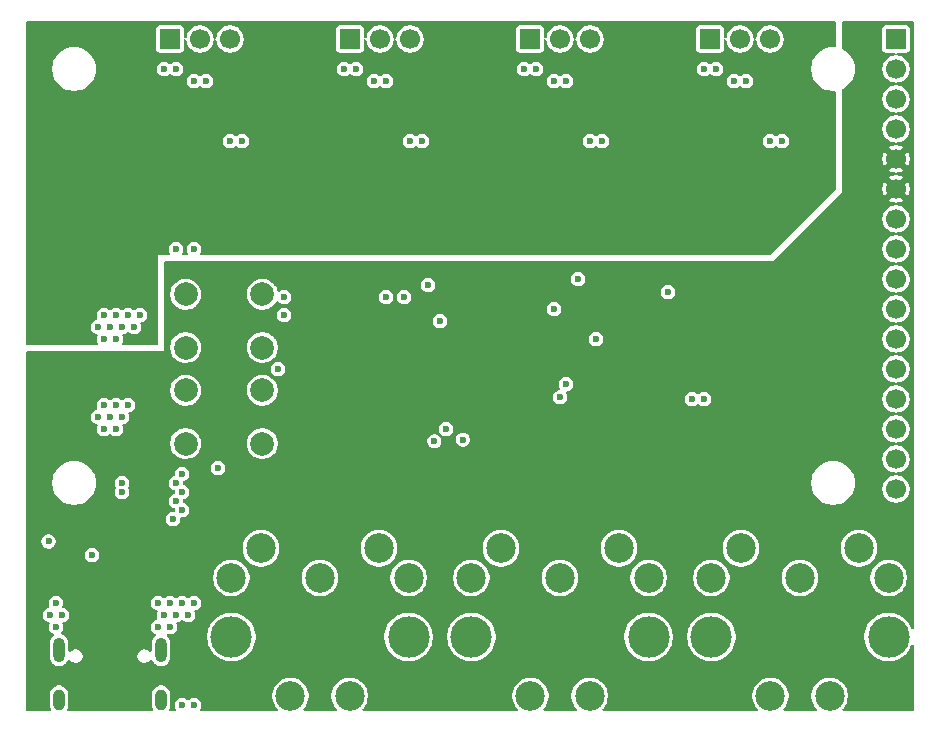
<source format=gbr>
%TF.GenerationSoftware,KiCad,Pcbnew,9.0.4*%
%TF.CreationDate,2025-12-28T22:29:46+01:00*%
%TF.ProjectId,Midi Expressor,4d696469-2045-4787-9072-6573736f722e,rev?*%
%TF.SameCoordinates,Original*%
%TF.FileFunction,Copper,L3,Inr*%
%TF.FilePolarity,Positive*%
%FSLAX46Y46*%
G04 Gerber Fmt 4.6, Leading zero omitted, Abs format (unit mm)*
G04 Created by KiCad (PCBNEW 9.0.4) date 2025-12-28 22:29:46*
%MOMM*%
%LPD*%
G01*
G04 APERTURE LIST*
%TA.AperFunction,ComponentPad*%
%ADD10C,3.500000*%
%TD*%
%TA.AperFunction,ComponentPad*%
%ADD11C,2.500000*%
%TD*%
%TA.AperFunction,ComponentPad*%
%ADD12R,1.700000X1.700000*%
%TD*%
%TA.AperFunction,ComponentPad*%
%ADD13C,1.700000*%
%TD*%
%TA.AperFunction,ComponentPad*%
%ADD14C,2.000000*%
%TD*%
%TA.AperFunction,HeatsinkPad*%
%ADD15O,1.000000X2.100000*%
%TD*%
%TA.AperFunction,HeatsinkPad*%
%ADD16O,1.000000X1.800000*%
%TD*%
%TA.AperFunction,ViaPad*%
%ADD17C,0.600000*%
%TD*%
G04 APERTURE END LIST*
D10*
%TO.N,*%
%TO.C,J4*%
X181984000Y-138510000D03*
X196984000Y-138510000D03*
D11*
%TO.N,unconnected-(J4-Pad1)*%
X196984000Y-133510000D03*
%TO.N,unconnected-(J4-Pad2)*%
X189484000Y-133510000D03*
%TO.N,unconnected-(J4-Pad3)*%
X181984000Y-133510000D03*
%TO.N,Net-(J4-Pad4)*%
X194484000Y-131010000D03*
%TO.N,Net-(J4-Pad5)*%
X184484000Y-131010000D03*
%TO.N,N/C*%
X186984000Y-143510000D03*
X191984000Y-143510000D03*
%TD*%
D12*
%TO.N,GND*%
%TO.C,J13*%
X181864000Y-87884000D03*
D13*
%TO.N,Net-(J13-Pin_2)*%
X184404000Y-87884000D03*
%TO.N,Net-(J13-Pin_3)*%
X186944000Y-87884000D03*
%TD*%
D12*
%TO.N,GND*%
%TO.C,J11*%
X166624000Y-87884000D03*
D13*
%TO.N,Net-(J11-Pin_2)*%
X169164000Y-87884000D03*
%TO.N,Net-(J11-Pin_3)*%
X171704000Y-87884000D03*
%TD*%
D14*
%TO.N,GND*%
%TO.C,SW1*%
X143966000Y-114010000D03*
X137466000Y-114010000D03*
%TO.N,Net-(R1-Pad1)*%
X143966000Y-109510000D03*
X137466000Y-109510000D03*
%TD*%
%TO.N,GND*%
%TO.C,SW2*%
X143966000Y-122138000D03*
X137466000Y-122138000D03*
%TO.N,Net-(R3-Pad1)*%
X143966000Y-117638000D03*
X137466000Y-117638000D03*
%TD*%
D12*
%TO.N,GND*%
%TO.C,J9*%
X151384000Y-87884000D03*
D13*
%TO.N,Net-(J9-Pin_2)*%
X153924000Y-87884000D03*
%TO.N,Net-(J9-Pin_3)*%
X156464000Y-87884000D03*
%TD*%
D15*
%TO.N,/USB Connector/USB_SHIELD*%
%TO.C,J1*%
X126744000Y-139623000D03*
D16*
X126744000Y-143823000D03*
D15*
X135384000Y-139623000D03*
D16*
X135384000Y-143823000D03*
%TD*%
D12*
%TO.N,GND*%
%TO.C,J7*%
X136144000Y-87884000D03*
D13*
%TO.N,Net-(J7-Pin_2)*%
X138684000Y-87884000D03*
%TO.N,Net-(J7-Pin_3)*%
X141224000Y-87884000D03*
%TD*%
D10*
%TO.N,*%
%TO.C,J3*%
X161664000Y-138510000D03*
X176664000Y-138510000D03*
D11*
%TO.N,unconnected-(J3-Pad1)*%
X176664000Y-133510000D03*
%TO.N,unconnected-(J3-Pad2)*%
X169164000Y-133510000D03*
%TO.N,unconnected-(J3-Pad3)*%
X161664000Y-133510000D03*
%TO.N,Net-(J3-Pad4)*%
X174164000Y-131010000D03*
%TO.N,Net-(J3-Pad5)*%
X164164000Y-131010000D03*
%TO.N,N/C*%
X166664000Y-143510000D03*
X171664000Y-143510000D03*
%TD*%
D12*
%TO.N,GND*%
%TO.C,J5*%
X197612000Y-87884000D03*
D13*
X197612000Y-90424000D03*
%TO.N,+5V*%
X197612000Y-92964000D03*
X197612000Y-95504000D03*
%TO.N,+3.3V*%
X197612000Y-98044000D03*
X197612000Y-100584000D03*
%TO.N,STM_SPARE4*%
X197612000Y-103124000D03*
%TO.N,STM_SPARE3*%
X197612000Y-105664000D03*
%TO.N,STM_SPARE2*%
X197612000Y-108204000D03*
%TO.N,STM_SPARE1*%
X197612000Y-110744000D03*
%TO.N,STM_USART2_TX*%
X197612000Y-113284000D03*
%TO.N,STM_USART2_RX*%
X197612000Y-115824000D03*
%TO.N,STM_NRST*%
X197612000Y-118364000D03*
%TO.N,STM_SWDIO*%
X197612000Y-120904000D03*
%TO.N,GND*%
X197612000Y-123444000D03*
%TO.N,STM_SWCLK*%
X197612000Y-125984000D03*
%TD*%
D10*
%TO.N,*%
%TO.C,J2*%
X141344000Y-138510000D03*
X156344000Y-138510000D03*
D11*
%TO.N,unconnected-(J2-Pad1)*%
X156344000Y-133510000D03*
%TO.N,Net-(C21-Pad1)*%
X148844000Y-133510000D03*
%TO.N,unconnected-(J2-Pad3)*%
X141344000Y-133510000D03*
%TO.N,Net-(J2-Pad4)*%
X153844000Y-131010000D03*
%TO.N,Net-(D3-A)*%
X143844000Y-131010000D03*
%TO.N,N/C*%
X146344000Y-143510000D03*
X151344000Y-143510000D03*
%TD*%
D17*
%TO.N,GND*%
X145796000Y-111252000D03*
%TO.N,+3.3VA*%
X177546000Y-94996000D03*
X162306000Y-94996000D03*
X147066000Y-94996000D03*
X131826000Y-94996000D03*
%TO.N,GND*%
X140208000Y-124206000D03*
X169672000Y-117094000D03*
%TO.N,+3.3V*%
X165862000Y-128270000D03*
%TO.N,GND*%
X137160000Y-127762000D03*
X137160000Y-124714000D03*
X136652000Y-125476000D03*
X137160000Y-126238000D03*
X136652000Y-127000000D03*
%TO.N,+5V*%
X132080000Y-125476000D03*
X132080000Y-126238000D03*
%TO.N,GND*%
X138176000Y-105664000D03*
X136652000Y-105664000D03*
X130556000Y-118872000D03*
X169672000Y-91440000D03*
X182372000Y-90424000D03*
X157988000Y-108712000D03*
X138176000Y-135636000D03*
X139192000Y-91440000D03*
X135128000Y-137668000D03*
X157480000Y-96520000D03*
X126492000Y-137668000D03*
X130556000Y-113284000D03*
X184912000Y-91440000D03*
X141224000Y-96520000D03*
X130556000Y-120904000D03*
X131064000Y-119888000D03*
X133604000Y-111252000D03*
X159004000Y-111760000D03*
X171704000Y-96520000D03*
X166116000Y-90424000D03*
X167132000Y-90424000D03*
X138176000Y-144272000D03*
X135128000Y-135636000D03*
X126492000Y-135636000D03*
X132080000Y-112268000D03*
X183896000Y-91440000D03*
X168656000Y-91440000D03*
X131572000Y-113284000D03*
X138176000Y-91440000D03*
X133096000Y-112268000D03*
X181356000Y-90424000D03*
X132588000Y-111252000D03*
X135636000Y-136652000D03*
X150876000Y-90424000D03*
X136652000Y-136652000D03*
X132588000Y-118872000D03*
X137160000Y-135636000D03*
X155956000Y-109728000D03*
X136652000Y-90424000D03*
X142240000Y-96520000D03*
X130048000Y-112268000D03*
X168656000Y-110744000D03*
X137160000Y-144272000D03*
X131572000Y-118872000D03*
X172720000Y-96520000D03*
X130556000Y-111252000D03*
X136144000Y-135636000D03*
X186944000Y-96520000D03*
X129540000Y-131572000D03*
X178308000Y-109304000D03*
X131064000Y-112268000D03*
X160939543Y-121820403D03*
X172212000Y-113284000D03*
X153416000Y-91440000D03*
X154432000Y-109728000D03*
X154432000Y-91440000D03*
X132080000Y-119888000D03*
X151892000Y-90424000D03*
X156464000Y-96520000D03*
X187960000Y-96520000D03*
X135636000Y-90424000D03*
X125984000Y-136652000D03*
X130048000Y-119888000D03*
X131572000Y-120904000D03*
X137668000Y-136652000D03*
X136144000Y-137668000D03*
X131572000Y-111252000D03*
X127000000Y-136652000D03*
%TO.N,+5V*%
X180340000Y-118364000D03*
X181356000Y-118364000D03*
%TO.N,+3.3V*%
X132588000Y-114808000D03*
X132588000Y-116840000D03*
X149860000Y-110236000D03*
X129540000Y-114808000D03*
X195580000Y-99060000D03*
X194564000Y-101092000D03*
X170180000Y-113284000D03*
X133096000Y-116332000D03*
X133096000Y-115316000D03*
X162052000Y-121920000D03*
X130556000Y-114808000D03*
X146304000Y-117856000D03*
X131572000Y-114808000D03*
X157059456Y-113704544D03*
X169672000Y-115824000D03*
%TO.N,+3.3VA*%
X133604000Y-103124000D03*
X130556000Y-107188000D03*
X155448000Y-99568000D03*
X130556000Y-105156000D03*
X185928000Y-99568000D03*
X159004000Y-105664000D03*
X132080000Y-106172000D03*
X131064000Y-106172000D03*
X148844000Y-103124000D03*
X133604000Y-105156000D03*
X164084000Y-103124000D03*
X130048000Y-106172000D03*
X140208000Y-99568000D03*
X132588000Y-107188000D03*
X131572000Y-107188000D03*
X131572000Y-105156000D03*
X170688000Y-99568000D03*
X133604000Y-107188000D03*
X132588000Y-105156000D03*
X133096000Y-106172000D03*
X179324000Y-103124000D03*
%TO.N,STM_NRST*%
X145796000Y-109728000D03*
X170688000Y-108204000D03*
%TO.N,STM_BOOT0*%
X145288000Y-115824000D03*
X169164000Y-118221749D03*
%TO.N,STM_USB_DP*%
X125862500Y-130434500D03*
X158517000Y-121941000D03*
%TO.N,STM_USB_DM*%
X136398000Y-128525000D03*
X159512000Y-120904000D03*
%TD*%
%TA.AperFunction,Conductor*%
%TO.N,+3.3VA*%
G36*
X192475039Y-86372185D02*
G01*
X192520794Y-86424989D01*
X192532000Y-86476500D01*
X192532000Y-88449804D01*
X192512315Y-88516843D01*
X192459511Y-88562598D01*
X192403347Y-88572910D01*
X192403347Y-88573500D01*
X192400134Y-88573500D01*
X192399916Y-88573540D01*
X192399304Y-88573500D01*
X192399288Y-88573500D01*
X192156712Y-88573500D01*
X192156711Y-88573500D01*
X191916214Y-88605161D01*
X191681895Y-88667947D01*
X191457794Y-88760773D01*
X191457785Y-88760777D01*
X191275851Y-88865817D01*
X191272078Y-88867996D01*
X191247706Y-88882067D01*
X191055263Y-89029733D01*
X191055256Y-89029739D01*
X190883739Y-89201256D01*
X190883733Y-89201263D01*
X190736067Y-89393706D01*
X190614777Y-89603785D01*
X190614773Y-89603794D01*
X190521947Y-89827895D01*
X190459161Y-90062214D01*
X190427500Y-90302711D01*
X190427500Y-90545288D01*
X190459161Y-90785785D01*
X190521947Y-91020104D01*
X190562862Y-91118881D01*
X190614776Y-91244212D01*
X190736064Y-91454289D01*
X190736066Y-91454292D01*
X190736067Y-91454293D01*
X190883733Y-91646736D01*
X190883739Y-91646743D01*
X191055256Y-91818260D01*
X191055263Y-91818266D01*
X191084130Y-91840416D01*
X191247711Y-91965936D01*
X191457788Y-92087224D01*
X191681900Y-92180054D01*
X191916211Y-92242838D01*
X192096586Y-92266584D01*
X192156711Y-92274500D01*
X192156712Y-92274500D01*
X192399294Y-92274500D01*
X192399889Y-92274461D01*
X192400063Y-92274500D01*
X192403347Y-92274500D01*
X192403347Y-92275234D01*
X192468073Y-92289718D01*
X192517184Y-92339416D01*
X192532000Y-92398195D01*
X192532000Y-100532638D01*
X192512315Y-100599677D01*
X192495681Y-100620319D01*
X186980319Y-106135681D01*
X186918996Y-106169166D01*
X186892638Y-106172000D01*
X138790878Y-106172000D01*
X138723839Y-106152315D01*
X138678084Y-106099511D01*
X138668140Y-106030353D01*
X138683491Y-105986000D01*
X138735577Y-105895784D01*
X138776500Y-105743057D01*
X138776500Y-105584943D01*
X138735577Y-105432216D01*
X138735573Y-105432209D01*
X138656524Y-105295290D01*
X138656518Y-105295282D01*
X138544717Y-105183481D01*
X138544709Y-105183475D01*
X138407790Y-105104426D01*
X138407786Y-105104424D01*
X138407784Y-105104423D01*
X138255057Y-105063500D01*
X138096943Y-105063500D01*
X137944216Y-105104423D01*
X137944209Y-105104426D01*
X137807290Y-105183475D01*
X137807282Y-105183481D01*
X137695481Y-105295282D01*
X137695475Y-105295290D01*
X137616426Y-105432209D01*
X137616423Y-105432216D01*
X137575500Y-105584943D01*
X137575500Y-105743056D01*
X137616423Y-105895783D01*
X137616424Y-105895786D01*
X137668509Y-105986000D01*
X137684982Y-106053900D01*
X137662129Y-106119927D01*
X137607208Y-106163118D01*
X137561122Y-106172000D01*
X137266878Y-106172000D01*
X137199839Y-106152315D01*
X137154084Y-106099511D01*
X137144140Y-106030353D01*
X137159491Y-105986000D01*
X137211577Y-105895784D01*
X137252500Y-105743057D01*
X137252500Y-105584943D01*
X137211577Y-105432216D01*
X137211573Y-105432209D01*
X137132524Y-105295290D01*
X137132518Y-105295282D01*
X137020717Y-105183481D01*
X137020709Y-105183475D01*
X136883790Y-105104426D01*
X136883786Y-105104424D01*
X136883784Y-105104423D01*
X136731057Y-105063500D01*
X136572943Y-105063500D01*
X136420216Y-105104423D01*
X136420209Y-105104426D01*
X136283290Y-105183475D01*
X136283282Y-105183481D01*
X136171481Y-105295282D01*
X136171475Y-105295290D01*
X136092426Y-105432209D01*
X136092423Y-105432216D01*
X136051500Y-105584943D01*
X136051500Y-105743056D01*
X136092423Y-105895783D01*
X136092424Y-105895786D01*
X136144509Y-105986000D01*
X136160982Y-106053900D01*
X136138129Y-106119927D01*
X136083208Y-106163118D01*
X136037122Y-106172000D01*
X135128000Y-106172000D01*
X135128000Y-113668000D01*
X135108315Y-113735039D01*
X135055511Y-113780794D01*
X135004000Y-113792000D01*
X132186878Y-113792000D01*
X132119839Y-113772315D01*
X132074084Y-113719511D01*
X132064140Y-113650353D01*
X132079491Y-113606000D01*
X132080000Y-113605118D01*
X132131577Y-113515784D01*
X132172500Y-113363057D01*
X132172500Y-113204943D01*
X132131577Y-113052216D01*
X132124199Y-113039436D01*
X132107727Y-112971540D01*
X132130579Y-112905513D01*
X132185500Y-112862322D01*
X132199479Y-112857668D01*
X132311784Y-112827577D01*
X132448716Y-112748520D01*
X132500319Y-112696917D01*
X132561642Y-112663432D01*
X132631334Y-112668416D01*
X132675681Y-112696917D01*
X132727284Y-112748520D01*
X132727286Y-112748521D01*
X132727290Y-112748524D01*
X132822478Y-112803480D01*
X132864216Y-112827577D01*
X133016943Y-112868500D01*
X133016945Y-112868500D01*
X133175055Y-112868500D01*
X133175057Y-112868500D01*
X133327784Y-112827577D01*
X133464716Y-112748520D01*
X133576520Y-112636716D01*
X133655577Y-112499784D01*
X133696500Y-112347057D01*
X133696500Y-112188943D01*
X133655577Y-112036216D01*
X133648199Y-112023437D01*
X133631727Y-111955540D01*
X133654579Y-111889513D01*
X133709500Y-111846322D01*
X133723479Y-111841668D01*
X133835784Y-111811577D01*
X133972716Y-111732520D01*
X134084520Y-111620716D01*
X134163577Y-111483784D01*
X134204500Y-111331057D01*
X134204500Y-111172943D01*
X134163577Y-111020216D01*
X134163573Y-111020209D01*
X134084524Y-110883290D01*
X134084518Y-110883282D01*
X133972717Y-110771481D01*
X133972709Y-110771475D01*
X133835790Y-110692426D01*
X133835786Y-110692424D01*
X133835784Y-110692423D01*
X133683057Y-110651500D01*
X133524943Y-110651500D01*
X133372216Y-110692423D01*
X133372209Y-110692426D01*
X133235290Y-110771475D01*
X133235282Y-110771481D01*
X133183681Y-110823083D01*
X133122358Y-110856568D01*
X133052666Y-110851584D01*
X133008319Y-110823083D01*
X132956717Y-110771481D01*
X132956709Y-110771475D01*
X132819790Y-110692426D01*
X132819786Y-110692424D01*
X132819784Y-110692423D01*
X132667057Y-110651500D01*
X132508943Y-110651500D01*
X132356216Y-110692423D01*
X132356209Y-110692426D01*
X132219290Y-110771475D01*
X132219282Y-110771481D01*
X132167681Y-110823083D01*
X132106358Y-110856568D01*
X132036666Y-110851584D01*
X131992319Y-110823083D01*
X131940717Y-110771481D01*
X131940709Y-110771475D01*
X131803790Y-110692426D01*
X131803786Y-110692424D01*
X131803784Y-110692423D01*
X131651057Y-110651500D01*
X131492943Y-110651500D01*
X131340216Y-110692423D01*
X131340209Y-110692426D01*
X131203290Y-110771475D01*
X131203282Y-110771481D01*
X131151681Y-110823083D01*
X131090358Y-110856568D01*
X131020666Y-110851584D01*
X130976319Y-110823083D01*
X130924717Y-110771481D01*
X130924709Y-110771475D01*
X130787790Y-110692426D01*
X130787786Y-110692424D01*
X130787784Y-110692423D01*
X130635057Y-110651500D01*
X130476943Y-110651500D01*
X130324216Y-110692423D01*
X130324209Y-110692426D01*
X130187290Y-110771475D01*
X130187282Y-110771481D01*
X130075481Y-110883282D01*
X130075475Y-110883290D01*
X129996426Y-111020209D01*
X129996423Y-111020216D01*
X129955500Y-111172943D01*
X129955500Y-111331056D01*
X129996423Y-111483783D01*
X129996423Y-111483784D01*
X130003800Y-111496561D01*
X130020272Y-111564461D01*
X129997419Y-111630488D01*
X129942497Y-111673678D01*
X129928506Y-111678335D01*
X129816214Y-111708423D01*
X129816209Y-111708426D01*
X129679290Y-111787475D01*
X129679282Y-111787481D01*
X129567481Y-111899282D01*
X129567475Y-111899290D01*
X129488426Y-112036209D01*
X129488423Y-112036216D01*
X129447500Y-112188943D01*
X129447500Y-112347056D01*
X129488423Y-112499783D01*
X129488426Y-112499790D01*
X129567475Y-112636709D01*
X129567479Y-112636714D01*
X129567480Y-112636716D01*
X129679284Y-112748520D01*
X129679286Y-112748521D01*
X129679290Y-112748524D01*
X129774478Y-112803480D01*
X129816216Y-112827577D01*
X129928507Y-112857665D01*
X129988166Y-112894029D01*
X130018695Y-112956876D01*
X130010400Y-113026251D01*
X130003801Y-113039436D01*
X129996424Y-113052213D01*
X129996423Y-113052216D01*
X129955500Y-113204943D01*
X129955500Y-113363057D01*
X129995083Y-113510781D01*
X129996423Y-113515783D01*
X129996424Y-113515786D01*
X130048509Y-113606000D01*
X130064982Y-113673900D01*
X130042129Y-113739927D01*
X129987208Y-113783118D01*
X129941122Y-113792000D01*
X124068500Y-113792000D01*
X124001461Y-113772315D01*
X123955706Y-113719511D01*
X123944500Y-113668000D01*
X123944500Y-96440943D01*
X140623500Y-96440943D01*
X140623500Y-96599056D01*
X140664423Y-96751783D01*
X140664426Y-96751790D01*
X140743475Y-96888709D01*
X140743479Y-96888714D01*
X140743480Y-96888716D01*
X140855284Y-97000520D01*
X140855286Y-97000521D01*
X140855290Y-97000524D01*
X140992209Y-97079573D01*
X140992216Y-97079577D01*
X141144943Y-97120500D01*
X141144945Y-97120500D01*
X141303055Y-97120500D01*
X141303057Y-97120500D01*
X141455784Y-97079577D01*
X141592716Y-97000520D01*
X141644319Y-96948917D01*
X141705642Y-96915432D01*
X141775334Y-96920416D01*
X141819681Y-96948917D01*
X141871284Y-97000520D01*
X141871286Y-97000521D01*
X141871290Y-97000524D01*
X142008209Y-97079573D01*
X142008216Y-97079577D01*
X142160943Y-97120500D01*
X142160945Y-97120500D01*
X142319055Y-97120500D01*
X142319057Y-97120500D01*
X142471784Y-97079577D01*
X142608716Y-97000520D01*
X142720520Y-96888716D01*
X142799577Y-96751784D01*
X142840500Y-96599057D01*
X142840500Y-96440943D01*
X155863500Y-96440943D01*
X155863500Y-96599056D01*
X155904423Y-96751783D01*
X155904426Y-96751790D01*
X155983475Y-96888709D01*
X155983479Y-96888714D01*
X155983480Y-96888716D01*
X156095284Y-97000520D01*
X156095286Y-97000521D01*
X156095290Y-97000524D01*
X156232209Y-97079573D01*
X156232216Y-97079577D01*
X156384943Y-97120500D01*
X156384945Y-97120500D01*
X156543055Y-97120500D01*
X156543057Y-97120500D01*
X156695784Y-97079577D01*
X156832716Y-97000520D01*
X156884319Y-96948917D01*
X156945642Y-96915432D01*
X157015334Y-96920416D01*
X157059681Y-96948917D01*
X157111284Y-97000520D01*
X157111286Y-97000521D01*
X157111290Y-97000524D01*
X157248209Y-97079573D01*
X157248216Y-97079577D01*
X157400943Y-97120500D01*
X157400945Y-97120500D01*
X157559055Y-97120500D01*
X157559057Y-97120500D01*
X157711784Y-97079577D01*
X157848716Y-97000520D01*
X157960520Y-96888716D01*
X158039577Y-96751784D01*
X158080500Y-96599057D01*
X158080500Y-96440943D01*
X171103500Y-96440943D01*
X171103500Y-96599056D01*
X171144423Y-96751783D01*
X171144426Y-96751790D01*
X171223475Y-96888709D01*
X171223479Y-96888714D01*
X171223480Y-96888716D01*
X171335284Y-97000520D01*
X171335286Y-97000521D01*
X171335290Y-97000524D01*
X171472209Y-97079573D01*
X171472216Y-97079577D01*
X171624943Y-97120500D01*
X171624945Y-97120500D01*
X171783055Y-97120500D01*
X171783057Y-97120500D01*
X171935784Y-97079577D01*
X172072716Y-97000520D01*
X172124319Y-96948917D01*
X172185642Y-96915432D01*
X172255334Y-96920416D01*
X172299681Y-96948917D01*
X172351284Y-97000520D01*
X172351286Y-97000521D01*
X172351290Y-97000524D01*
X172488209Y-97079573D01*
X172488216Y-97079577D01*
X172640943Y-97120500D01*
X172640945Y-97120500D01*
X172799055Y-97120500D01*
X172799057Y-97120500D01*
X172951784Y-97079577D01*
X173088716Y-97000520D01*
X173200520Y-96888716D01*
X173279577Y-96751784D01*
X173320500Y-96599057D01*
X173320500Y-96440943D01*
X186343500Y-96440943D01*
X186343500Y-96599056D01*
X186384423Y-96751783D01*
X186384426Y-96751790D01*
X186463475Y-96888709D01*
X186463479Y-96888714D01*
X186463480Y-96888716D01*
X186575284Y-97000520D01*
X186575286Y-97000521D01*
X186575290Y-97000524D01*
X186712209Y-97079573D01*
X186712216Y-97079577D01*
X186864943Y-97120500D01*
X186864945Y-97120500D01*
X187023055Y-97120500D01*
X187023057Y-97120500D01*
X187175784Y-97079577D01*
X187312716Y-97000520D01*
X187364319Y-96948917D01*
X187425642Y-96915432D01*
X187495334Y-96920416D01*
X187539681Y-96948917D01*
X187591284Y-97000520D01*
X187591286Y-97000521D01*
X187591290Y-97000524D01*
X187728209Y-97079573D01*
X187728216Y-97079577D01*
X187880943Y-97120500D01*
X187880945Y-97120500D01*
X188039055Y-97120500D01*
X188039057Y-97120500D01*
X188191784Y-97079577D01*
X188328716Y-97000520D01*
X188440520Y-96888716D01*
X188519577Y-96751784D01*
X188560500Y-96599057D01*
X188560500Y-96440943D01*
X188519577Y-96288216D01*
X188468000Y-96198881D01*
X188440524Y-96151290D01*
X188440518Y-96151282D01*
X188328717Y-96039481D01*
X188328709Y-96039475D01*
X188191790Y-95960426D01*
X188191786Y-95960424D01*
X188191784Y-95960423D01*
X188039057Y-95919500D01*
X187880943Y-95919500D01*
X187728216Y-95960423D01*
X187728209Y-95960426D01*
X187591290Y-96039475D01*
X187591282Y-96039481D01*
X187539681Y-96091083D01*
X187478358Y-96124568D01*
X187408666Y-96119584D01*
X187364319Y-96091083D01*
X187312717Y-96039481D01*
X187312709Y-96039475D01*
X187175790Y-95960426D01*
X187175786Y-95960424D01*
X187175784Y-95960423D01*
X187023057Y-95919500D01*
X186864943Y-95919500D01*
X186712216Y-95960423D01*
X186712209Y-95960426D01*
X186575290Y-96039475D01*
X186575282Y-96039481D01*
X186463481Y-96151282D01*
X186463475Y-96151290D01*
X186384426Y-96288209D01*
X186384423Y-96288216D01*
X186343500Y-96440943D01*
X173320500Y-96440943D01*
X173279577Y-96288216D01*
X173228000Y-96198881D01*
X173200524Y-96151290D01*
X173200518Y-96151282D01*
X173088717Y-96039481D01*
X173088709Y-96039475D01*
X172951790Y-95960426D01*
X172951786Y-95960424D01*
X172951784Y-95960423D01*
X172799057Y-95919500D01*
X172640943Y-95919500D01*
X172488216Y-95960423D01*
X172488209Y-95960426D01*
X172351290Y-96039475D01*
X172351282Y-96039481D01*
X172299681Y-96091083D01*
X172238358Y-96124568D01*
X172168666Y-96119584D01*
X172124319Y-96091083D01*
X172072717Y-96039481D01*
X172072709Y-96039475D01*
X171935790Y-95960426D01*
X171935786Y-95960424D01*
X171935784Y-95960423D01*
X171783057Y-95919500D01*
X171624943Y-95919500D01*
X171472216Y-95960423D01*
X171472209Y-95960426D01*
X171335290Y-96039475D01*
X171335282Y-96039481D01*
X171223481Y-96151282D01*
X171223475Y-96151290D01*
X171144426Y-96288209D01*
X171144423Y-96288216D01*
X171103500Y-96440943D01*
X158080500Y-96440943D01*
X158039577Y-96288216D01*
X157988000Y-96198881D01*
X157960524Y-96151290D01*
X157960518Y-96151282D01*
X157848717Y-96039481D01*
X157848709Y-96039475D01*
X157711790Y-95960426D01*
X157711786Y-95960424D01*
X157711784Y-95960423D01*
X157559057Y-95919500D01*
X157400943Y-95919500D01*
X157248216Y-95960423D01*
X157248209Y-95960426D01*
X157111290Y-96039475D01*
X157111282Y-96039481D01*
X157059681Y-96091083D01*
X156998358Y-96124568D01*
X156928666Y-96119584D01*
X156884319Y-96091083D01*
X156832717Y-96039481D01*
X156832709Y-96039475D01*
X156695790Y-95960426D01*
X156695786Y-95960424D01*
X156695784Y-95960423D01*
X156543057Y-95919500D01*
X156384943Y-95919500D01*
X156232216Y-95960423D01*
X156232209Y-95960426D01*
X156095290Y-96039475D01*
X156095282Y-96039481D01*
X155983481Y-96151282D01*
X155983475Y-96151290D01*
X155904426Y-96288209D01*
X155904423Y-96288216D01*
X155863500Y-96440943D01*
X142840500Y-96440943D01*
X142799577Y-96288216D01*
X142748000Y-96198881D01*
X142720524Y-96151290D01*
X142720518Y-96151282D01*
X142608717Y-96039481D01*
X142608709Y-96039475D01*
X142471790Y-95960426D01*
X142471786Y-95960424D01*
X142471784Y-95960423D01*
X142319057Y-95919500D01*
X142160943Y-95919500D01*
X142008216Y-95960423D01*
X142008209Y-95960426D01*
X141871290Y-96039475D01*
X141871282Y-96039481D01*
X141819681Y-96091083D01*
X141758358Y-96124568D01*
X141688666Y-96119584D01*
X141644319Y-96091083D01*
X141592717Y-96039481D01*
X141592709Y-96039475D01*
X141455790Y-95960426D01*
X141455786Y-95960424D01*
X141455784Y-95960423D01*
X141303057Y-95919500D01*
X141144943Y-95919500D01*
X140992216Y-95960423D01*
X140992209Y-95960426D01*
X140855290Y-96039475D01*
X140855282Y-96039481D01*
X140743481Y-96151282D01*
X140743475Y-96151290D01*
X140664426Y-96288209D01*
X140664423Y-96288216D01*
X140623500Y-96440943D01*
X123944500Y-96440943D01*
X123944500Y-90302711D01*
X126165500Y-90302711D01*
X126165500Y-90545288D01*
X126197161Y-90785785D01*
X126259947Y-91020104D01*
X126300862Y-91118881D01*
X126352776Y-91244212D01*
X126474064Y-91454289D01*
X126474066Y-91454292D01*
X126474067Y-91454293D01*
X126621733Y-91646736D01*
X126621739Y-91646743D01*
X126793256Y-91818260D01*
X126793263Y-91818266D01*
X126822130Y-91840416D01*
X126985711Y-91965936D01*
X127195788Y-92087224D01*
X127419900Y-92180054D01*
X127654211Y-92242838D01*
X127834586Y-92266584D01*
X127894711Y-92274500D01*
X127894712Y-92274500D01*
X128137289Y-92274500D01*
X128185388Y-92268167D01*
X128377789Y-92242838D01*
X128612100Y-92180054D01*
X128836212Y-92087224D01*
X129046289Y-91965936D01*
X129238738Y-91818265D01*
X129410265Y-91646738D01*
X129557936Y-91454289D01*
X129611829Y-91360943D01*
X137575500Y-91360943D01*
X137575500Y-91519057D01*
X137609714Y-91646743D01*
X137616423Y-91671783D01*
X137616426Y-91671790D01*
X137695475Y-91808709D01*
X137695479Y-91808714D01*
X137695480Y-91808716D01*
X137807284Y-91920520D01*
X137807286Y-91920521D01*
X137807290Y-91920524D01*
X137944209Y-91999573D01*
X137944216Y-91999577D01*
X138096943Y-92040500D01*
X138096945Y-92040500D01*
X138255055Y-92040500D01*
X138255057Y-92040500D01*
X138407784Y-91999577D01*
X138544716Y-91920520D01*
X138596319Y-91868917D01*
X138657642Y-91835432D01*
X138727334Y-91840416D01*
X138771681Y-91868917D01*
X138823284Y-91920520D01*
X138823286Y-91920521D01*
X138823290Y-91920524D01*
X138960209Y-91999573D01*
X138960216Y-91999577D01*
X139112943Y-92040500D01*
X139112945Y-92040500D01*
X139271055Y-92040500D01*
X139271057Y-92040500D01*
X139423784Y-91999577D01*
X139560716Y-91920520D01*
X139672520Y-91808716D01*
X139751577Y-91671784D01*
X139792500Y-91519057D01*
X139792500Y-91360943D01*
X152815500Y-91360943D01*
X152815500Y-91519057D01*
X152849714Y-91646743D01*
X152856423Y-91671783D01*
X152856426Y-91671790D01*
X152935475Y-91808709D01*
X152935479Y-91808714D01*
X152935480Y-91808716D01*
X153047284Y-91920520D01*
X153047286Y-91920521D01*
X153047290Y-91920524D01*
X153184209Y-91999573D01*
X153184216Y-91999577D01*
X153336943Y-92040500D01*
X153336945Y-92040500D01*
X153495055Y-92040500D01*
X153495057Y-92040500D01*
X153647784Y-91999577D01*
X153784716Y-91920520D01*
X153836319Y-91868917D01*
X153897642Y-91835432D01*
X153967334Y-91840416D01*
X154011681Y-91868917D01*
X154063284Y-91920520D01*
X154063286Y-91920521D01*
X154063290Y-91920524D01*
X154200209Y-91999573D01*
X154200216Y-91999577D01*
X154352943Y-92040500D01*
X154352945Y-92040500D01*
X154511055Y-92040500D01*
X154511057Y-92040500D01*
X154663784Y-91999577D01*
X154800716Y-91920520D01*
X154912520Y-91808716D01*
X154991577Y-91671784D01*
X155032500Y-91519057D01*
X155032500Y-91360943D01*
X168055500Y-91360943D01*
X168055500Y-91519057D01*
X168089714Y-91646743D01*
X168096423Y-91671783D01*
X168096426Y-91671790D01*
X168175475Y-91808709D01*
X168175479Y-91808714D01*
X168175480Y-91808716D01*
X168287284Y-91920520D01*
X168287286Y-91920521D01*
X168287290Y-91920524D01*
X168424209Y-91999573D01*
X168424216Y-91999577D01*
X168576943Y-92040500D01*
X168576945Y-92040500D01*
X168735055Y-92040500D01*
X168735057Y-92040500D01*
X168887784Y-91999577D01*
X169024716Y-91920520D01*
X169076319Y-91868917D01*
X169137642Y-91835432D01*
X169207334Y-91840416D01*
X169251681Y-91868917D01*
X169303284Y-91920520D01*
X169303286Y-91920521D01*
X169303290Y-91920524D01*
X169440209Y-91999573D01*
X169440216Y-91999577D01*
X169592943Y-92040500D01*
X169592945Y-92040500D01*
X169751055Y-92040500D01*
X169751057Y-92040500D01*
X169903784Y-91999577D01*
X170040716Y-91920520D01*
X170152520Y-91808716D01*
X170231577Y-91671784D01*
X170272500Y-91519057D01*
X170272500Y-91360943D01*
X183295500Y-91360943D01*
X183295500Y-91519057D01*
X183329714Y-91646743D01*
X183336423Y-91671783D01*
X183336426Y-91671790D01*
X183415475Y-91808709D01*
X183415479Y-91808714D01*
X183415480Y-91808716D01*
X183527284Y-91920520D01*
X183527286Y-91920521D01*
X183527290Y-91920524D01*
X183664209Y-91999573D01*
X183664216Y-91999577D01*
X183816943Y-92040500D01*
X183816945Y-92040500D01*
X183975055Y-92040500D01*
X183975057Y-92040500D01*
X184127784Y-91999577D01*
X184264716Y-91920520D01*
X184316319Y-91868917D01*
X184377642Y-91835432D01*
X184447334Y-91840416D01*
X184491681Y-91868917D01*
X184543284Y-91920520D01*
X184543286Y-91920521D01*
X184543290Y-91920524D01*
X184680209Y-91999573D01*
X184680216Y-91999577D01*
X184832943Y-92040500D01*
X184832945Y-92040500D01*
X184991055Y-92040500D01*
X184991057Y-92040500D01*
X185143784Y-91999577D01*
X185280716Y-91920520D01*
X185392520Y-91808716D01*
X185471577Y-91671784D01*
X185512500Y-91519057D01*
X185512500Y-91360943D01*
X185471577Y-91208216D01*
X185420000Y-91118881D01*
X185392524Y-91071290D01*
X185392518Y-91071282D01*
X185280717Y-90959481D01*
X185280709Y-90959475D01*
X185143790Y-90880426D01*
X185143786Y-90880424D01*
X185143784Y-90880423D01*
X184991057Y-90839500D01*
X184832943Y-90839500D01*
X184680216Y-90880423D01*
X184680209Y-90880426D01*
X184543290Y-90959475D01*
X184543282Y-90959481D01*
X184491681Y-91011083D01*
X184430358Y-91044568D01*
X184360666Y-91039584D01*
X184316319Y-91011083D01*
X184264717Y-90959481D01*
X184264709Y-90959475D01*
X184127790Y-90880426D01*
X184127786Y-90880424D01*
X184127784Y-90880423D01*
X183975057Y-90839500D01*
X183816943Y-90839500D01*
X183664216Y-90880423D01*
X183664209Y-90880426D01*
X183527290Y-90959475D01*
X183527282Y-90959481D01*
X183415481Y-91071282D01*
X183415475Y-91071290D01*
X183336426Y-91208209D01*
X183336423Y-91208216D01*
X183295500Y-91360943D01*
X170272500Y-91360943D01*
X170231577Y-91208216D01*
X170180000Y-91118881D01*
X170152524Y-91071290D01*
X170152518Y-91071282D01*
X170040717Y-90959481D01*
X170040709Y-90959475D01*
X169903790Y-90880426D01*
X169903786Y-90880424D01*
X169903784Y-90880423D01*
X169751057Y-90839500D01*
X169592943Y-90839500D01*
X169440216Y-90880423D01*
X169440209Y-90880426D01*
X169303290Y-90959475D01*
X169303282Y-90959481D01*
X169251681Y-91011083D01*
X169190358Y-91044568D01*
X169120666Y-91039584D01*
X169076319Y-91011083D01*
X169024717Y-90959481D01*
X169024709Y-90959475D01*
X168887790Y-90880426D01*
X168887786Y-90880424D01*
X168887784Y-90880423D01*
X168735057Y-90839500D01*
X168576943Y-90839500D01*
X168424216Y-90880423D01*
X168424209Y-90880426D01*
X168287290Y-90959475D01*
X168287282Y-90959481D01*
X168175481Y-91071282D01*
X168175475Y-91071290D01*
X168096426Y-91208209D01*
X168096423Y-91208216D01*
X168055500Y-91360943D01*
X155032500Y-91360943D01*
X154991577Y-91208216D01*
X154940000Y-91118881D01*
X154912524Y-91071290D01*
X154912518Y-91071282D01*
X154800717Y-90959481D01*
X154800709Y-90959475D01*
X154663790Y-90880426D01*
X154663786Y-90880424D01*
X154663784Y-90880423D01*
X154511057Y-90839500D01*
X154352943Y-90839500D01*
X154200216Y-90880423D01*
X154200209Y-90880426D01*
X154063290Y-90959475D01*
X154063282Y-90959481D01*
X154011681Y-91011083D01*
X153950358Y-91044568D01*
X153880666Y-91039584D01*
X153836319Y-91011083D01*
X153784717Y-90959481D01*
X153784709Y-90959475D01*
X153647790Y-90880426D01*
X153647786Y-90880424D01*
X153647784Y-90880423D01*
X153495057Y-90839500D01*
X153336943Y-90839500D01*
X153184216Y-90880423D01*
X153184209Y-90880426D01*
X153047290Y-90959475D01*
X153047282Y-90959481D01*
X152935481Y-91071282D01*
X152935475Y-91071290D01*
X152856426Y-91208209D01*
X152856423Y-91208216D01*
X152815500Y-91360943D01*
X139792500Y-91360943D01*
X139751577Y-91208216D01*
X139700000Y-91118881D01*
X139672524Y-91071290D01*
X139672518Y-91071282D01*
X139560717Y-90959481D01*
X139560709Y-90959475D01*
X139423790Y-90880426D01*
X139423786Y-90880424D01*
X139423784Y-90880423D01*
X139271057Y-90839500D01*
X139112943Y-90839500D01*
X138960216Y-90880423D01*
X138960209Y-90880426D01*
X138823290Y-90959475D01*
X138823282Y-90959481D01*
X138771681Y-91011083D01*
X138710358Y-91044568D01*
X138640666Y-91039584D01*
X138596319Y-91011083D01*
X138544717Y-90959481D01*
X138544709Y-90959475D01*
X138407790Y-90880426D01*
X138407786Y-90880424D01*
X138407784Y-90880423D01*
X138255057Y-90839500D01*
X138096943Y-90839500D01*
X137944216Y-90880423D01*
X137944209Y-90880426D01*
X137807290Y-90959475D01*
X137807282Y-90959481D01*
X137695481Y-91071282D01*
X137695475Y-91071290D01*
X137616426Y-91208209D01*
X137616423Y-91208216D01*
X137575500Y-91360943D01*
X129611829Y-91360943D01*
X129679224Y-91244212D01*
X129772054Y-91020100D01*
X129834838Y-90785789D01*
X129866500Y-90545288D01*
X129866500Y-90344943D01*
X135035500Y-90344943D01*
X135035500Y-90503056D01*
X135076423Y-90655783D01*
X135076426Y-90655790D01*
X135155475Y-90792709D01*
X135155479Y-90792714D01*
X135155480Y-90792716D01*
X135267284Y-90904520D01*
X135267286Y-90904521D01*
X135267290Y-90904524D01*
X135362478Y-90959480D01*
X135404216Y-90983577D01*
X135556943Y-91024500D01*
X135556945Y-91024500D01*
X135715055Y-91024500D01*
X135715057Y-91024500D01*
X135867784Y-90983577D01*
X136004716Y-90904520D01*
X136056319Y-90852917D01*
X136117642Y-90819432D01*
X136187334Y-90824416D01*
X136231681Y-90852917D01*
X136283284Y-90904520D01*
X136283286Y-90904521D01*
X136283290Y-90904524D01*
X136378478Y-90959480D01*
X136420216Y-90983577D01*
X136572943Y-91024500D01*
X136572945Y-91024500D01*
X136731055Y-91024500D01*
X136731057Y-91024500D01*
X136883784Y-90983577D01*
X137020716Y-90904520D01*
X137132520Y-90792716D01*
X137211577Y-90655784D01*
X137252500Y-90503057D01*
X137252500Y-90344943D01*
X150275500Y-90344943D01*
X150275500Y-90503056D01*
X150316423Y-90655783D01*
X150316426Y-90655790D01*
X150395475Y-90792709D01*
X150395479Y-90792714D01*
X150395480Y-90792716D01*
X150507284Y-90904520D01*
X150507286Y-90904521D01*
X150507290Y-90904524D01*
X150602478Y-90959480D01*
X150644216Y-90983577D01*
X150796943Y-91024500D01*
X150796945Y-91024500D01*
X150955055Y-91024500D01*
X150955057Y-91024500D01*
X151107784Y-90983577D01*
X151244716Y-90904520D01*
X151296319Y-90852917D01*
X151357642Y-90819432D01*
X151427334Y-90824416D01*
X151471681Y-90852917D01*
X151523284Y-90904520D01*
X151523286Y-90904521D01*
X151523290Y-90904524D01*
X151618478Y-90959480D01*
X151660216Y-90983577D01*
X151812943Y-91024500D01*
X151812945Y-91024500D01*
X151971055Y-91024500D01*
X151971057Y-91024500D01*
X152123784Y-90983577D01*
X152260716Y-90904520D01*
X152372520Y-90792716D01*
X152451577Y-90655784D01*
X152492500Y-90503057D01*
X152492500Y-90344943D01*
X165515500Y-90344943D01*
X165515500Y-90503056D01*
X165556423Y-90655783D01*
X165556426Y-90655790D01*
X165635475Y-90792709D01*
X165635479Y-90792714D01*
X165635480Y-90792716D01*
X165747284Y-90904520D01*
X165747286Y-90904521D01*
X165747290Y-90904524D01*
X165842478Y-90959480D01*
X165884216Y-90983577D01*
X166036943Y-91024500D01*
X166036945Y-91024500D01*
X166195055Y-91024500D01*
X166195057Y-91024500D01*
X166347784Y-90983577D01*
X166484716Y-90904520D01*
X166536319Y-90852917D01*
X166597642Y-90819432D01*
X166667334Y-90824416D01*
X166711681Y-90852917D01*
X166763284Y-90904520D01*
X166763286Y-90904521D01*
X166763290Y-90904524D01*
X166858478Y-90959480D01*
X166900216Y-90983577D01*
X167052943Y-91024500D01*
X167052945Y-91024500D01*
X167211055Y-91024500D01*
X167211057Y-91024500D01*
X167363784Y-90983577D01*
X167500716Y-90904520D01*
X167612520Y-90792716D01*
X167691577Y-90655784D01*
X167732500Y-90503057D01*
X167732500Y-90344943D01*
X180755500Y-90344943D01*
X180755500Y-90503056D01*
X180796423Y-90655783D01*
X180796426Y-90655790D01*
X180875475Y-90792709D01*
X180875479Y-90792714D01*
X180875480Y-90792716D01*
X180987284Y-90904520D01*
X180987286Y-90904521D01*
X180987290Y-90904524D01*
X181082478Y-90959480D01*
X181124216Y-90983577D01*
X181276943Y-91024500D01*
X181276945Y-91024500D01*
X181435055Y-91024500D01*
X181435057Y-91024500D01*
X181587784Y-90983577D01*
X181724716Y-90904520D01*
X181776319Y-90852917D01*
X181837642Y-90819432D01*
X181907334Y-90824416D01*
X181951681Y-90852917D01*
X182003284Y-90904520D01*
X182003286Y-90904521D01*
X182003290Y-90904524D01*
X182098478Y-90959480D01*
X182140216Y-90983577D01*
X182292943Y-91024500D01*
X182292945Y-91024500D01*
X182451055Y-91024500D01*
X182451057Y-91024500D01*
X182603784Y-90983577D01*
X182740716Y-90904520D01*
X182852520Y-90792716D01*
X182931577Y-90655784D01*
X182972500Y-90503057D01*
X182972500Y-90344943D01*
X182931577Y-90192216D01*
X182880000Y-90102881D01*
X182852524Y-90055290D01*
X182852518Y-90055282D01*
X182740717Y-89943481D01*
X182740709Y-89943475D01*
X182603790Y-89864426D01*
X182603786Y-89864424D01*
X182603784Y-89864423D01*
X182451057Y-89823500D01*
X182292943Y-89823500D01*
X182140216Y-89864423D01*
X182140209Y-89864426D01*
X182003290Y-89943475D01*
X182003282Y-89943481D01*
X181951681Y-89995083D01*
X181890358Y-90028568D01*
X181820666Y-90023584D01*
X181776319Y-89995083D01*
X181724717Y-89943481D01*
X181724709Y-89943475D01*
X181587790Y-89864426D01*
X181587786Y-89864424D01*
X181587784Y-89864423D01*
X181435057Y-89823500D01*
X181276943Y-89823500D01*
X181124216Y-89864423D01*
X181124209Y-89864426D01*
X180987290Y-89943475D01*
X180987282Y-89943481D01*
X180875481Y-90055282D01*
X180875475Y-90055290D01*
X180796426Y-90192209D01*
X180796423Y-90192216D01*
X180755500Y-90344943D01*
X167732500Y-90344943D01*
X167691577Y-90192216D01*
X167640000Y-90102881D01*
X167612524Y-90055290D01*
X167612518Y-90055282D01*
X167500717Y-89943481D01*
X167500709Y-89943475D01*
X167363790Y-89864426D01*
X167363786Y-89864424D01*
X167363784Y-89864423D01*
X167211057Y-89823500D01*
X167052943Y-89823500D01*
X166900216Y-89864423D01*
X166900209Y-89864426D01*
X166763290Y-89943475D01*
X166763282Y-89943481D01*
X166711681Y-89995083D01*
X166650358Y-90028568D01*
X166580666Y-90023584D01*
X166536319Y-89995083D01*
X166484717Y-89943481D01*
X166484709Y-89943475D01*
X166347790Y-89864426D01*
X166347786Y-89864424D01*
X166347784Y-89864423D01*
X166195057Y-89823500D01*
X166036943Y-89823500D01*
X165884216Y-89864423D01*
X165884209Y-89864426D01*
X165747290Y-89943475D01*
X165747282Y-89943481D01*
X165635481Y-90055282D01*
X165635475Y-90055290D01*
X165556426Y-90192209D01*
X165556423Y-90192216D01*
X165515500Y-90344943D01*
X152492500Y-90344943D01*
X152451577Y-90192216D01*
X152400000Y-90102881D01*
X152372524Y-90055290D01*
X152372518Y-90055282D01*
X152260717Y-89943481D01*
X152260709Y-89943475D01*
X152123790Y-89864426D01*
X152123786Y-89864424D01*
X152123784Y-89864423D01*
X151971057Y-89823500D01*
X151812943Y-89823500D01*
X151660216Y-89864423D01*
X151660209Y-89864426D01*
X151523290Y-89943475D01*
X151523282Y-89943481D01*
X151471681Y-89995083D01*
X151410358Y-90028568D01*
X151340666Y-90023584D01*
X151296319Y-89995083D01*
X151244717Y-89943481D01*
X151244709Y-89943475D01*
X151107790Y-89864426D01*
X151107786Y-89864424D01*
X151107784Y-89864423D01*
X150955057Y-89823500D01*
X150796943Y-89823500D01*
X150644216Y-89864423D01*
X150644209Y-89864426D01*
X150507290Y-89943475D01*
X150507282Y-89943481D01*
X150395481Y-90055282D01*
X150395475Y-90055290D01*
X150316426Y-90192209D01*
X150316423Y-90192216D01*
X150275500Y-90344943D01*
X137252500Y-90344943D01*
X137211577Y-90192216D01*
X137160000Y-90102881D01*
X137132524Y-90055290D01*
X137132518Y-90055282D01*
X137020717Y-89943481D01*
X137020709Y-89943475D01*
X136883790Y-89864426D01*
X136883786Y-89864424D01*
X136883784Y-89864423D01*
X136731057Y-89823500D01*
X136572943Y-89823500D01*
X136420216Y-89864423D01*
X136420209Y-89864426D01*
X136283290Y-89943475D01*
X136283282Y-89943481D01*
X136231681Y-89995083D01*
X136170358Y-90028568D01*
X136100666Y-90023584D01*
X136056319Y-89995083D01*
X136004717Y-89943481D01*
X136004709Y-89943475D01*
X135867790Y-89864426D01*
X135867786Y-89864424D01*
X135867784Y-89864423D01*
X135715057Y-89823500D01*
X135556943Y-89823500D01*
X135404216Y-89864423D01*
X135404209Y-89864426D01*
X135267290Y-89943475D01*
X135267282Y-89943481D01*
X135155481Y-90055282D01*
X135155475Y-90055290D01*
X135076426Y-90192209D01*
X135076423Y-90192216D01*
X135035500Y-90344943D01*
X129866500Y-90344943D01*
X129866500Y-90302712D01*
X129834838Y-90062211D01*
X129772054Y-89827900D01*
X129770231Y-89823500D01*
X129679226Y-89603794D01*
X129679224Y-89603788D01*
X129557936Y-89393711D01*
X129410265Y-89201262D01*
X129410260Y-89201256D01*
X129238743Y-89029739D01*
X129238736Y-89029733D01*
X129046293Y-88882067D01*
X129046292Y-88882066D01*
X129046289Y-88882064D01*
X128867541Y-88778864D01*
X128836214Y-88760777D01*
X128836205Y-88760773D01*
X128612104Y-88667947D01*
X128483543Y-88633499D01*
X128377789Y-88605162D01*
X128377788Y-88605161D01*
X128377785Y-88605161D01*
X128137289Y-88573500D01*
X128137288Y-88573500D01*
X127894712Y-88573500D01*
X127894711Y-88573500D01*
X127654214Y-88605161D01*
X127419895Y-88667947D01*
X127195794Y-88760773D01*
X127195785Y-88760777D01*
X127013851Y-88865817D01*
X127010078Y-88867996D01*
X126985706Y-88882067D01*
X126793263Y-89029733D01*
X126793256Y-89029739D01*
X126621739Y-89201256D01*
X126621733Y-89201263D01*
X126474067Y-89393706D01*
X126352777Y-89603785D01*
X126352773Y-89603794D01*
X126259947Y-89827895D01*
X126197161Y-90062214D01*
X126165500Y-90302711D01*
X123944500Y-90302711D01*
X123944500Y-86989131D01*
X134993500Y-86989131D01*
X134993500Y-88778856D01*
X134993502Y-88778882D01*
X134996413Y-88803987D01*
X134996415Y-88803991D01*
X135041793Y-88906764D01*
X135041794Y-88906765D01*
X135121235Y-88986206D01*
X135224009Y-89031585D01*
X135249135Y-89034500D01*
X137038864Y-89034499D01*
X137038879Y-89034497D01*
X137038882Y-89034497D01*
X137063987Y-89031586D01*
X137063988Y-89031585D01*
X137063991Y-89031585D01*
X137166765Y-88986206D01*
X137246206Y-88906765D01*
X137291585Y-88803991D01*
X137294500Y-88778865D01*
X137294499Y-88041125D01*
X137314183Y-87974089D01*
X137366987Y-87928334D01*
X137436146Y-87918390D01*
X137499702Y-87947415D01*
X137537476Y-88006193D01*
X137540972Y-88021729D01*
X137561829Y-88153410D01*
X137617787Y-88325636D01*
X137617788Y-88325639D01*
X137700006Y-88486997D01*
X137806441Y-88633494D01*
X137806445Y-88633499D01*
X137934500Y-88761554D01*
X137934505Y-88761558D01*
X138062287Y-88854396D01*
X138081006Y-88867996D01*
X138157094Y-88906765D01*
X138242360Y-88950211D01*
X138242363Y-88950212D01*
X138328476Y-88978191D01*
X138414591Y-89006171D01*
X138497429Y-89019291D01*
X138593449Y-89034500D01*
X138593454Y-89034500D01*
X138774551Y-89034500D01*
X138861259Y-89020765D01*
X138953409Y-89006171D01*
X139125639Y-88950211D01*
X139286994Y-88867996D01*
X139433501Y-88761553D01*
X139561553Y-88633501D01*
X139667996Y-88486994D01*
X139750211Y-88325639D01*
X139806171Y-88153409D01*
X139820422Y-88063425D01*
X139831527Y-87993321D01*
X139861456Y-87930186D01*
X139920768Y-87893255D01*
X139990630Y-87894253D01*
X140048863Y-87932863D01*
X140076473Y-87993321D01*
X140101829Y-88153410D01*
X140157787Y-88325636D01*
X140157788Y-88325639D01*
X140240006Y-88486997D01*
X140346441Y-88633494D01*
X140346445Y-88633499D01*
X140474500Y-88761554D01*
X140474505Y-88761558D01*
X140602287Y-88854396D01*
X140621006Y-88867996D01*
X140697094Y-88906765D01*
X140782360Y-88950211D01*
X140782363Y-88950212D01*
X140868476Y-88978191D01*
X140954591Y-89006171D01*
X141037429Y-89019291D01*
X141133449Y-89034500D01*
X141133454Y-89034500D01*
X141314551Y-89034500D01*
X141401259Y-89020765D01*
X141493409Y-89006171D01*
X141665639Y-88950211D01*
X141826994Y-88867996D01*
X141973501Y-88761553D01*
X142101553Y-88633501D01*
X142207996Y-88486994D01*
X142290211Y-88325639D01*
X142346171Y-88153409D01*
X142360765Y-88061259D01*
X142374500Y-87974551D01*
X142374500Y-87793448D01*
X142358019Y-87689397D01*
X142346171Y-87614591D01*
X142290211Y-87442361D01*
X142290211Y-87442360D01*
X142261740Y-87386484D01*
X142207996Y-87281006D01*
X142194396Y-87262287D01*
X142101558Y-87134505D01*
X142101554Y-87134500D01*
X141973499Y-87006445D01*
X141973494Y-87006441D01*
X141949669Y-86989131D01*
X150233500Y-86989131D01*
X150233500Y-88778856D01*
X150233502Y-88778882D01*
X150236413Y-88803987D01*
X150236415Y-88803991D01*
X150281793Y-88906764D01*
X150281794Y-88906765D01*
X150361235Y-88986206D01*
X150464009Y-89031585D01*
X150489135Y-89034500D01*
X152278864Y-89034499D01*
X152278879Y-89034497D01*
X152278882Y-89034497D01*
X152303987Y-89031586D01*
X152303988Y-89031585D01*
X152303991Y-89031585D01*
X152406765Y-88986206D01*
X152486206Y-88906765D01*
X152531585Y-88803991D01*
X152534500Y-88778865D01*
X152534499Y-88041125D01*
X152554183Y-87974089D01*
X152606987Y-87928334D01*
X152676146Y-87918390D01*
X152739702Y-87947415D01*
X152777476Y-88006193D01*
X152780972Y-88021729D01*
X152801829Y-88153410D01*
X152857787Y-88325636D01*
X152857788Y-88325639D01*
X152940006Y-88486997D01*
X153046441Y-88633494D01*
X153046445Y-88633499D01*
X153174500Y-88761554D01*
X153174505Y-88761558D01*
X153302287Y-88854396D01*
X153321006Y-88867996D01*
X153397094Y-88906765D01*
X153482360Y-88950211D01*
X153482363Y-88950212D01*
X153568476Y-88978191D01*
X153654591Y-89006171D01*
X153737429Y-89019291D01*
X153833449Y-89034500D01*
X153833454Y-89034500D01*
X154014551Y-89034500D01*
X154101259Y-89020765D01*
X154193409Y-89006171D01*
X154365639Y-88950211D01*
X154526994Y-88867996D01*
X154673501Y-88761553D01*
X154801553Y-88633501D01*
X154907996Y-88486994D01*
X154990211Y-88325639D01*
X155046171Y-88153409D01*
X155060422Y-88063425D01*
X155071527Y-87993321D01*
X155101456Y-87930186D01*
X155160768Y-87893255D01*
X155230630Y-87894253D01*
X155288863Y-87932863D01*
X155316473Y-87993321D01*
X155341829Y-88153410D01*
X155397787Y-88325636D01*
X155397788Y-88325639D01*
X155480006Y-88486997D01*
X155586441Y-88633494D01*
X155586445Y-88633499D01*
X155714500Y-88761554D01*
X155714505Y-88761558D01*
X155842287Y-88854396D01*
X155861006Y-88867996D01*
X155937094Y-88906765D01*
X156022360Y-88950211D01*
X156022363Y-88950212D01*
X156108476Y-88978191D01*
X156194591Y-89006171D01*
X156277429Y-89019291D01*
X156373449Y-89034500D01*
X156373454Y-89034500D01*
X156554551Y-89034500D01*
X156641259Y-89020765D01*
X156733409Y-89006171D01*
X156905639Y-88950211D01*
X157066994Y-88867996D01*
X157213501Y-88761553D01*
X157341553Y-88633501D01*
X157447996Y-88486994D01*
X157530211Y-88325639D01*
X157586171Y-88153409D01*
X157600765Y-88061259D01*
X157614500Y-87974551D01*
X157614500Y-87793448D01*
X157598019Y-87689397D01*
X157586171Y-87614591D01*
X157530211Y-87442361D01*
X157530211Y-87442360D01*
X157501740Y-87386484D01*
X157447996Y-87281006D01*
X157434396Y-87262287D01*
X157341558Y-87134505D01*
X157341554Y-87134500D01*
X157213499Y-87006445D01*
X157213494Y-87006441D01*
X157189669Y-86989131D01*
X165473500Y-86989131D01*
X165473500Y-88778856D01*
X165473502Y-88778882D01*
X165476413Y-88803987D01*
X165476415Y-88803991D01*
X165521793Y-88906764D01*
X165521794Y-88906765D01*
X165601235Y-88986206D01*
X165704009Y-89031585D01*
X165729135Y-89034500D01*
X167518864Y-89034499D01*
X167518879Y-89034497D01*
X167518882Y-89034497D01*
X167543987Y-89031586D01*
X167543988Y-89031585D01*
X167543991Y-89031585D01*
X167646765Y-88986206D01*
X167726206Y-88906765D01*
X167771585Y-88803991D01*
X167774500Y-88778865D01*
X167774499Y-88041125D01*
X167794183Y-87974089D01*
X167846987Y-87928334D01*
X167916146Y-87918390D01*
X167979702Y-87947415D01*
X168017476Y-88006193D01*
X168020972Y-88021729D01*
X168041829Y-88153410D01*
X168097787Y-88325636D01*
X168097788Y-88325639D01*
X168180006Y-88486997D01*
X168286441Y-88633494D01*
X168286445Y-88633499D01*
X168414500Y-88761554D01*
X168414505Y-88761558D01*
X168542287Y-88854396D01*
X168561006Y-88867996D01*
X168637094Y-88906765D01*
X168722360Y-88950211D01*
X168722363Y-88950212D01*
X168808476Y-88978191D01*
X168894591Y-89006171D01*
X168977429Y-89019291D01*
X169073449Y-89034500D01*
X169073454Y-89034500D01*
X169254551Y-89034500D01*
X169341259Y-89020765D01*
X169433409Y-89006171D01*
X169605639Y-88950211D01*
X169766994Y-88867996D01*
X169913501Y-88761553D01*
X170041553Y-88633501D01*
X170147996Y-88486994D01*
X170230211Y-88325639D01*
X170286171Y-88153409D01*
X170300422Y-88063425D01*
X170311527Y-87993321D01*
X170341456Y-87930186D01*
X170400768Y-87893255D01*
X170470630Y-87894253D01*
X170528863Y-87932863D01*
X170556473Y-87993321D01*
X170581829Y-88153410D01*
X170637787Y-88325636D01*
X170637788Y-88325639D01*
X170720006Y-88486997D01*
X170826441Y-88633494D01*
X170826445Y-88633499D01*
X170954500Y-88761554D01*
X170954505Y-88761558D01*
X171082287Y-88854396D01*
X171101006Y-88867996D01*
X171177094Y-88906765D01*
X171262360Y-88950211D01*
X171262363Y-88950212D01*
X171348476Y-88978191D01*
X171434591Y-89006171D01*
X171517429Y-89019291D01*
X171613449Y-89034500D01*
X171613454Y-89034500D01*
X171794551Y-89034500D01*
X171881259Y-89020765D01*
X171973409Y-89006171D01*
X172145639Y-88950211D01*
X172306994Y-88867996D01*
X172453501Y-88761553D01*
X172581553Y-88633501D01*
X172687996Y-88486994D01*
X172770211Y-88325639D01*
X172826171Y-88153409D01*
X172840765Y-88061259D01*
X172854500Y-87974551D01*
X172854500Y-87793448D01*
X172838019Y-87689397D01*
X172826171Y-87614591D01*
X172770211Y-87442361D01*
X172770211Y-87442360D01*
X172741740Y-87386484D01*
X172687996Y-87281006D01*
X172674396Y-87262287D01*
X172581558Y-87134505D01*
X172581554Y-87134500D01*
X172453499Y-87006445D01*
X172453494Y-87006441D01*
X172429669Y-86989131D01*
X180713500Y-86989131D01*
X180713500Y-88778856D01*
X180713502Y-88778882D01*
X180716413Y-88803987D01*
X180716415Y-88803991D01*
X180761793Y-88906764D01*
X180761794Y-88906765D01*
X180841235Y-88986206D01*
X180944009Y-89031585D01*
X180969135Y-89034500D01*
X182758864Y-89034499D01*
X182758879Y-89034497D01*
X182758882Y-89034497D01*
X182783987Y-89031586D01*
X182783988Y-89031585D01*
X182783991Y-89031585D01*
X182886765Y-88986206D01*
X182966206Y-88906765D01*
X183011585Y-88803991D01*
X183014500Y-88778865D01*
X183014499Y-88041125D01*
X183034183Y-87974089D01*
X183086987Y-87928334D01*
X183156146Y-87918390D01*
X183219702Y-87947415D01*
X183257476Y-88006193D01*
X183260972Y-88021729D01*
X183281829Y-88153410D01*
X183337787Y-88325636D01*
X183337788Y-88325639D01*
X183420006Y-88486997D01*
X183526441Y-88633494D01*
X183526445Y-88633499D01*
X183654500Y-88761554D01*
X183654505Y-88761558D01*
X183782287Y-88854396D01*
X183801006Y-88867996D01*
X183877094Y-88906765D01*
X183962360Y-88950211D01*
X183962363Y-88950212D01*
X184048476Y-88978191D01*
X184134591Y-89006171D01*
X184217429Y-89019291D01*
X184313449Y-89034500D01*
X184313454Y-89034500D01*
X184494551Y-89034500D01*
X184581259Y-89020765D01*
X184673409Y-89006171D01*
X184845639Y-88950211D01*
X185006994Y-88867996D01*
X185153501Y-88761553D01*
X185281553Y-88633501D01*
X185387996Y-88486994D01*
X185470211Y-88325639D01*
X185526171Y-88153409D01*
X185540422Y-88063425D01*
X185551527Y-87993321D01*
X185581456Y-87930186D01*
X185640768Y-87893255D01*
X185710630Y-87894253D01*
X185768863Y-87932863D01*
X185796473Y-87993321D01*
X185821829Y-88153410D01*
X185877787Y-88325636D01*
X185877788Y-88325639D01*
X185960006Y-88486997D01*
X186066441Y-88633494D01*
X186066445Y-88633499D01*
X186194500Y-88761554D01*
X186194505Y-88761558D01*
X186322287Y-88854396D01*
X186341006Y-88867996D01*
X186417094Y-88906765D01*
X186502360Y-88950211D01*
X186502363Y-88950212D01*
X186588476Y-88978191D01*
X186674591Y-89006171D01*
X186757429Y-89019291D01*
X186853449Y-89034500D01*
X186853454Y-89034500D01*
X187034551Y-89034500D01*
X187121259Y-89020765D01*
X187213409Y-89006171D01*
X187385639Y-88950211D01*
X187546994Y-88867996D01*
X187693501Y-88761553D01*
X187821553Y-88633501D01*
X187927996Y-88486994D01*
X188010211Y-88325639D01*
X188066171Y-88153409D01*
X188080765Y-88061259D01*
X188094500Y-87974551D01*
X188094500Y-87793448D01*
X188078019Y-87689397D01*
X188066171Y-87614591D01*
X188010211Y-87442361D01*
X188010211Y-87442360D01*
X187981740Y-87386484D01*
X187927996Y-87281006D01*
X187914396Y-87262287D01*
X187821558Y-87134505D01*
X187821554Y-87134500D01*
X187693499Y-87006445D01*
X187693494Y-87006441D01*
X187546997Y-86900006D01*
X187546996Y-86900005D01*
X187546994Y-86900004D01*
X187470906Y-86861235D01*
X187385639Y-86817788D01*
X187385636Y-86817787D01*
X187213410Y-86761829D01*
X187034551Y-86733500D01*
X187034546Y-86733500D01*
X186853454Y-86733500D01*
X186853449Y-86733500D01*
X186674589Y-86761829D01*
X186502363Y-86817787D01*
X186502360Y-86817788D01*
X186341002Y-86900006D01*
X186194505Y-87006441D01*
X186194500Y-87006445D01*
X186066445Y-87134500D01*
X186066441Y-87134505D01*
X185960006Y-87281002D01*
X185877788Y-87442360D01*
X185877787Y-87442363D01*
X185821829Y-87614589D01*
X185796473Y-87774678D01*
X185766544Y-87837813D01*
X185707232Y-87874744D01*
X185637369Y-87873746D01*
X185579137Y-87835136D01*
X185551527Y-87774678D01*
X185537740Y-87687639D01*
X185526171Y-87614591D01*
X185470211Y-87442361D01*
X185470211Y-87442360D01*
X185441740Y-87386484D01*
X185387996Y-87281006D01*
X185374396Y-87262287D01*
X185281558Y-87134505D01*
X185281554Y-87134500D01*
X185153499Y-87006445D01*
X185153494Y-87006441D01*
X185006997Y-86900006D01*
X185006996Y-86900005D01*
X185006994Y-86900004D01*
X184930906Y-86861235D01*
X184845639Y-86817788D01*
X184845636Y-86817787D01*
X184673410Y-86761829D01*
X184494551Y-86733500D01*
X184494546Y-86733500D01*
X184313454Y-86733500D01*
X184313449Y-86733500D01*
X184134589Y-86761829D01*
X183962363Y-86817787D01*
X183962360Y-86817788D01*
X183801002Y-86900006D01*
X183654505Y-87006441D01*
X183654500Y-87006445D01*
X183526445Y-87134500D01*
X183526441Y-87134505D01*
X183420006Y-87281002D01*
X183337788Y-87442360D01*
X183337787Y-87442363D01*
X183281829Y-87614589D01*
X183260972Y-87746271D01*
X183231042Y-87809405D01*
X183171731Y-87846336D01*
X183101868Y-87845338D01*
X183043636Y-87806728D01*
X183015522Y-87742764D01*
X183014499Y-87726872D01*
X183014499Y-86989143D01*
X183014499Y-86989136D01*
X183014497Y-86989117D01*
X183011586Y-86964012D01*
X183011585Y-86964010D01*
X183011585Y-86964009D01*
X182966206Y-86861235D01*
X182886765Y-86781794D01*
X182886763Y-86781793D01*
X182783992Y-86736415D01*
X182758865Y-86733500D01*
X180969143Y-86733500D01*
X180969117Y-86733502D01*
X180944012Y-86736413D01*
X180944008Y-86736415D01*
X180841235Y-86781793D01*
X180761794Y-86861234D01*
X180716415Y-86964006D01*
X180716415Y-86964008D01*
X180713500Y-86989131D01*
X172429669Y-86989131D01*
X172306997Y-86900006D01*
X172306996Y-86900005D01*
X172306994Y-86900004D01*
X172230906Y-86861235D01*
X172145639Y-86817788D01*
X172145636Y-86817787D01*
X171973410Y-86761829D01*
X171794551Y-86733500D01*
X171794546Y-86733500D01*
X171613454Y-86733500D01*
X171613449Y-86733500D01*
X171434589Y-86761829D01*
X171262363Y-86817787D01*
X171262360Y-86817788D01*
X171101002Y-86900006D01*
X170954505Y-87006441D01*
X170954500Y-87006445D01*
X170826445Y-87134500D01*
X170826441Y-87134505D01*
X170720006Y-87281002D01*
X170637788Y-87442360D01*
X170637787Y-87442363D01*
X170581829Y-87614589D01*
X170556473Y-87774678D01*
X170526544Y-87837813D01*
X170467232Y-87874744D01*
X170397369Y-87873746D01*
X170339137Y-87835136D01*
X170311527Y-87774678D01*
X170297740Y-87687639D01*
X170286171Y-87614591D01*
X170230211Y-87442361D01*
X170230211Y-87442360D01*
X170201740Y-87386484D01*
X170147996Y-87281006D01*
X170134396Y-87262287D01*
X170041558Y-87134505D01*
X170041554Y-87134500D01*
X169913499Y-87006445D01*
X169913494Y-87006441D01*
X169766997Y-86900006D01*
X169766996Y-86900005D01*
X169766994Y-86900004D01*
X169690906Y-86861235D01*
X169605639Y-86817788D01*
X169605636Y-86817787D01*
X169433410Y-86761829D01*
X169254551Y-86733500D01*
X169254546Y-86733500D01*
X169073454Y-86733500D01*
X169073449Y-86733500D01*
X168894589Y-86761829D01*
X168722363Y-86817787D01*
X168722360Y-86817788D01*
X168561002Y-86900006D01*
X168414505Y-87006441D01*
X168414500Y-87006445D01*
X168286445Y-87134500D01*
X168286441Y-87134505D01*
X168180006Y-87281002D01*
X168097788Y-87442360D01*
X168097787Y-87442363D01*
X168041829Y-87614589D01*
X168020972Y-87746271D01*
X167991042Y-87809405D01*
X167931731Y-87846336D01*
X167861868Y-87845338D01*
X167803636Y-87806728D01*
X167775522Y-87742764D01*
X167774499Y-87726872D01*
X167774499Y-86989143D01*
X167774499Y-86989136D01*
X167774497Y-86989117D01*
X167771586Y-86964012D01*
X167771585Y-86964010D01*
X167771585Y-86964009D01*
X167726206Y-86861235D01*
X167646765Y-86781794D01*
X167646763Y-86781793D01*
X167543992Y-86736415D01*
X167518865Y-86733500D01*
X165729143Y-86733500D01*
X165729117Y-86733502D01*
X165704012Y-86736413D01*
X165704008Y-86736415D01*
X165601235Y-86781793D01*
X165521794Y-86861234D01*
X165476415Y-86964006D01*
X165476415Y-86964008D01*
X165473500Y-86989131D01*
X157189669Y-86989131D01*
X157066997Y-86900006D01*
X157066996Y-86900005D01*
X157066994Y-86900004D01*
X156990906Y-86861235D01*
X156905639Y-86817788D01*
X156905636Y-86817787D01*
X156733410Y-86761829D01*
X156554551Y-86733500D01*
X156554546Y-86733500D01*
X156373454Y-86733500D01*
X156373449Y-86733500D01*
X156194589Y-86761829D01*
X156022363Y-86817787D01*
X156022360Y-86817788D01*
X155861002Y-86900006D01*
X155714505Y-87006441D01*
X155714500Y-87006445D01*
X155586445Y-87134500D01*
X155586441Y-87134505D01*
X155480006Y-87281002D01*
X155397788Y-87442360D01*
X155397787Y-87442363D01*
X155341829Y-87614589D01*
X155316473Y-87774678D01*
X155286544Y-87837813D01*
X155227232Y-87874744D01*
X155157369Y-87873746D01*
X155099137Y-87835136D01*
X155071527Y-87774678D01*
X155057740Y-87687639D01*
X155046171Y-87614591D01*
X154990211Y-87442361D01*
X154990211Y-87442360D01*
X154961740Y-87386484D01*
X154907996Y-87281006D01*
X154894396Y-87262287D01*
X154801558Y-87134505D01*
X154801554Y-87134500D01*
X154673499Y-87006445D01*
X154673494Y-87006441D01*
X154526997Y-86900006D01*
X154526996Y-86900005D01*
X154526994Y-86900004D01*
X154450906Y-86861235D01*
X154365639Y-86817788D01*
X154365636Y-86817787D01*
X154193410Y-86761829D01*
X154014551Y-86733500D01*
X154014546Y-86733500D01*
X153833454Y-86733500D01*
X153833449Y-86733500D01*
X153654589Y-86761829D01*
X153482363Y-86817787D01*
X153482360Y-86817788D01*
X153321002Y-86900006D01*
X153174505Y-87006441D01*
X153174500Y-87006445D01*
X153046445Y-87134500D01*
X153046441Y-87134505D01*
X152940006Y-87281002D01*
X152857788Y-87442360D01*
X152857787Y-87442363D01*
X152801829Y-87614589D01*
X152780972Y-87746271D01*
X152751042Y-87809405D01*
X152691731Y-87846336D01*
X152621868Y-87845338D01*
X152563636Y-87806728D01*
X152535522Y-87742764D01*
X152534499Y-87726872D01*
X152534499Y-86989143D01*
X152534499Y-86989136D01*
X152534497Y-86989117D01*
X152531586Y-86964012D01*
X152531585Y-86964010D01*
X152531585Y-86964009D01*
X152486206Y-86861235D01*
X152406765Y-86781794D01*
X152406763Y-86781793D01*
X152303992Y-86736415D01*
X152278865Y-86733500D01*
X150489143Y-86733500D01*
X150489117Y-86733502D01*
X150464012Y-86736413D01*
X150464008Y-86736415D01*
X150361235Y-86781793D01*
X150281794Y-86861234D01*
X150236415Y-86964006D01*
X150236415Y-86964008D01*
X150233500Y-86989131D01*
X141949669Y-86989131D01*
X141826997Y-86900006D01*
X141826996Y-86900005D01*
X141826994Y-86900004D01*
X141750906Y-86861235D01*
X141665639Y-86817788D01*
X141665636Y-86817787D01*
X141493410Y-86761829D01*
X141314551Y-86733500D01*
X141314546Y-86733500D01*
X141133454Y-86733500D01*
X141133449Y-86733500D01*
X140954589Y-86761829D01*
X140782363Y-86817787D01*
X140782360Y-86817788D01*
X140621002Y-86900006D01*
X140474505Y-87006441D01*
X140474500Y-87006445D01*
X140346445Y-87134500D01*
X140346441Y-87134505D01*
X140240006Y-87281002D01*
X140157788Y-87442360D01*
X140157787Y-87442363D01*
X140101829Y-87614589D01*
X140076473Y-87774678D01*
X140046544Y-87837813D01*
X139987232Y-87874744D01*
X139917369Y-87873746D01*
X139859137Y-87835136D01*
X139831527Y-87774678D01*
X139817740Y-87687639D01*
X139806171Y-87614591D01*
X139750211Y-87442361D01*
X139750211Y-87442360D01*
X139721740Y-87386484D01*
X139667996Y-87281006D01*
X139654396Y-87262287D01*
X139561558Y-87134505D01*
X139561554Y-87134500D01*
X139433499Y-87006445D01*
X139433494Y-87006441D01*
X139286997Y-86900006D01*
X139286996Y-86900005D01*
X139286994Y-86900004D01*
X139210906Y-86861235D01*
X139125639Y-86817788D01*
X139125636Y-86817787D01*
X138953410Y-86761829D01*
X138774551Y-86733500D01*
X138774546Y-86733500D01*
X138593454Y-86733500D01*
X138593449Y-86733500D01*
X138414589Y-86761829D01*
X138242363Y-86817787D01*
X138242360Y-86817788D01*
X138081002Y-86900006D01*
X137934505Y-87006441D01*
X137934500Y-87006445D01*
X137806445Y-87134500D01*
X137806441Y-87134505D01*
X137700006Y-87281002D01*
X137617788Y-87442360D01*
X137617787Y-87442363D01*
X137561829Y-87614589D01*
X137540972Y-87746271D01*
X137511042Y-87809405D01*
X137451731Y-87846336D01*
X137381868Y-87845338D01*
X137323636Y-87806728D01*
X137295522Y-87742764D01*
X137294499Y-87726872D01*
X137294499Y-86989143D01*
X137294499Y-86989136D01*
X137294497Y-86989117D01*
X137291586Y-86964012D01*
X137291585Y-86964010D01*
X137291585Y-86964009D01*
X137246206Y-86861235D01*
X137166765Y-86781794D01*
X137166763Y-86781793D01*
X137063992Y-86736415D01*
X137038865Y-86733500D01*
X135249143Y-86733500D01*
X135249117Y-86733502D01*
X135224012Y-86736413D01*
X135224008Y-86736415D01*
X135121235Y-86781793D01*
X135041794Y-86861234D01*
X134996415Y-86964006D01*
X134996415Y-86964008D01*
X134993500Y-86989131D01*
X123944500Y-86989131D01*
X123944500Y-86476500D01*
X123964185Y-86409461D01*
X124016989Y-86363706D01*
X124068500Y-86352500D01*
X192408000Y-86352500D01*
X192475039Y-86372185D01*
G37*
%TD.AperFunction*%
%TD*%
%TA.AperFunction,Conductor*%
%TO.N,+3.3V*%
G36*
X199086539Y-86372185D02*
G01*
X199132294Y-86424989D01*
X199143500Y-86476500D01*
X199143500Y-137741888D01*
X199123815Y-137808927D01*
X199071011Y-137854682D01*
X199001853Y-137864626D01*
X198938297Y-137835601D01*
X198904939Y-137789341D01*
X198826985Y-137601144D01*
X198826980Y-137601133D01*
X198731764Y-137436216D01*
X198692587Y-137368359D01*
X198595371Y-137241664D01*
X198528957Y-137155111D01*
X198528951Y-137155104D01*
X198338895Y-136965048D01*
X198338888Y-136965042D01*
X198125645Y-136801416D01*
X198125644Y-136801415D01*
X198125641Y-136801413D01*
X198003781Y-136731057D01*
X197892866Y-136667019D01*
X197892850Y-136667011D01*
X197644524Y-136564152D01*
X197514708Y-136529368D01*
X197384891Y-136494584D01*
X197384885Y-136494583D01*
X197384880Y-136494582D01*
X197118398Y-136459500D01*
X197118397Y-136459500D01*
X196849603Y-136459500D01*
X196849602Y-136459500D01*
X196583119Y-136494582D01*
X196583112Y-136494583D01*
X196583109Y-136494584D01*
X196528239Y-136509286D01*
X196323475Y-136564152D01*
X196075149Y-136667011D01*
X196075133Y-136667019D01*
X195842354Y-136801416D01*
X195629111Y-136965042D01*
X195629104Y-136965048D01*
X195439048Y-137155104D01*
X195439042Y-137155111D01*
X195275416Y-137368354D01*
X195141019Y-137601133D01*
X195141011Y-137601149D01*
X195038152Y-137849475D01*
X194968585Y-138109106D01*
X194968582Y-138109119D01*
X194933500Y-138375602D01*
X194933500Y-138644397D01*
X194968582Y-138910880D01*
X194968583Y-138910885D01*
X194968584Y-138910891D01*
X194968585Y-138910893D01*
X195038152Y-139170524D01*
X195141011Y-139418850D01*
X195141019Y-139418866D01*
X195221830Y-139558832D01*
X195275413Y-139651641D01*
X195275415Y-139651644D01*
X195275416Y-139651645D01*
X195439042Y-139864888D01*
X195439048Y-139864895D01*
X195629104Y-140054951D01*
X195629111Y-140054957D01*
X195754387Y-140151084D01*
X195842359Y-140218587D01*
X195991968Y-140304964D01*
X196075133Y-140352980D01*
X196075149Y-140352988D01*
X196204342Y-140406501D01*
X196323474Y-140455847D01*
X196583109Y-140525416D01*
X196771319Y-140550193D01*
X196849602Y-140560500D01*
X196849603Y-140560500D01*
X197118398Y-140560500D01*
X197181633Y-140552175D01*
X197384891Y-140525416D01*
X197644526Y-140455847D01*
X197863524Y-140365135D01*
X197892850Y-140352988D01*
X197892853Y-140352986D01*
X197892859Y-140352984D01*
X198125641Y-140218587D01*
X198338890Y-140054956D01*
X198528956Y-139864890D01*
X198692587Y-139651641D01*
X198826984Y-139418859D01*
X198904939Y-139230658D01*
X198948780Y-139176255D01*
X199015074Y-139154190D01*
X199082773Y-139171469D01*
X199130384Y-139222606D01*
X199143500Y-139278111D01*
X199143500Y-144663500D01*
X199123815Y-144730539D01*
X199071011Y-144776294D01*
X199019500Y-144787500D01*
X193198600Y-144787500D01*
X193131561Y-144767815D01*
X193085806Y-144715011D01*
X193075862Y-144645853D01*
X193104887Y-144582297D01*
X193110919Y-144575819D01*
X193166655Y-144520083D01*
X193310106Y-144322639D01*
X193420904Y-144105185D01*
X193496321Y-143873076D01*
X193534500Y-143632027D01*
X193534500Y-143387973D01*
X193496321Y-143146924D01*
X193420904Y-142914815D01*
X193310106Y-142697361D01*
X193278066Y-142653261D01*
X193166660Y-142499923D01*
X193166656Y-142499918D01*
X192994081Y-142327343D01*
X192994076Y-142327339D01*
X192796642Y-142183896D01*
X192796641Y-142183895D01*
X192796639Y-142183894D01*
X192579185Y-142073096D01*
X192347076Y-141997679D01*
X192347074Y-141997678D01*
X192347072Y-141997678D01*
X192178769Y-141971021D01*
X192106027Y-141959500D01*
X191861973Y-141959500D01*
X191806093Y-141968350D01*
X191620927Y-141997678D01*
X191388812Y-142073097D01*
X191171357Y-142183896D01*
X190973923Y-142327339D01*
X190973918Y-142327343D01*
X190801343Y-142499918D01*
X190801339Y-142499923D01*
X190657896Y-142697357D01*
X190547097Y-142914812D01*
X190471678Y-143146927D01*
X190433500Y-143387973D01*
X190433500Y-143632026D01*
X190471442Y-143871584D01*
X190471679Y-143873076D01*
X190547096Y-144105185D01*
X190647299Y-144301846D01*
X190657896Y-144322642D01*
X190801339Y-144520076D01*
X190801343Y-144520081D01*
X190857081Y-144575819D01*
X190890566Y-144637142D01*
X190885582Y-144706834D01*
X190843710Y-144762767D01*
X190778246Y-144787184D01*
X190769400Y-144787500D01*
X188198600Y-144787500D01*
X188131561Y-144767815D01*
X188085806Y-144715011D01*
X188075862Y-144645853D01*
X188104887Y-144582297D01*
X188110919Y-144575819D01*
X188166655Y-144520083D01*
X188310106Y-144322639D01*
X188420904Y-144105185D01*
X188496321Y-143873076D01*
X188534500Y-143632027D01*
X188534500Y-143387973D01*
X188496321Y-143146924D01*
X188420904Y-142914815D01*
X188310106Y-142697361D01*
X188278066Y-142653261D01*
X188166660Y-142499923D01*
X188166656Y-142499918D01*
X187994081Y-142327343D01*
X187994076Y-142327339D01*
X187796642Y-142183896D01*
X187796641Y-142183895D01*
X187796639Y-142183894D01*
X187579185Y-142073096D01*
X187347076Y-141997679D01*
X187347074Y-141997678D01*
X187347072Y-141997678D01*
X187178769Y-141971021D01*
X187106027Y-141959500D01*
X186861973Y-141959500D01*
X186806093Y-141968350D01*
X186620927Y-141997678D01*
X186388812Y-142073097D01*
X186171357Y-142183896D01*
X185973923Y-142327339D01*
X185973918Y-142327343D01*
X185801343Y-142499918D01*
X185801339Y-142499923D01*
X185657896Y-142697357D01*
X185547097Y-142914812D01*
X185471678Y-143146927D01*
X185433500Y-143387973D01*
X185433500Y-143632026D01*
X185471442Y-143871584D01*
X185471679Y-143873076D01*
X185547096Y-144105185D01*
X185647299Y-144301846D01*
X185657896Y-144322642D01*
X185801339Y-144520076D01*
X185801343Y-144520081D01*
X185857081Y-144575819D01*
X185890566Y-144637142D01*
X185885582Y-144706834D01*
X185843710Y-144762767D01*
X185778246Y-144787184D01*
X185769400Y-144787500D01*
X172878600Y-144787500D01*
X172811561Y-144767815D01*
X172765806Y-144715011D01*
X172755862Y-144645853D01*
X172784887Y-144582297D01*
X172790919Y-144575819D01*
X172846655Y-144520083D01*
X172990106Y-144322639D01*
X173100904Y-144105185D01*
X173176321Y-143873076D01*
X173214500Y-143632027D01*
X173214500Y-143387973D01*
X173176321Y-143146924D01*
X173100904Y-142914815D01*
X172990106Y-142697361D01*
X172958066Y-142653261D01*
X172846660Y-142499923D01*
X172846656Y-142499918D01*
X172674081Y-142327343D01*
X172674076Y-142327339D01*
X172476642Y-142183896D01*
X172476641Y-142183895D01*
X172476639Y-142183894D01*
X172259185Y-142073096D01*
X172027076Y-141997679D01*
X172027074Y-141997678D01*
X172027072Y-141997678D01*
X171858769Y-141971021D01*
X171786027Y-141959500D01*
X171541973Y-141959500D01*
X171486093Y-141968350D01*
X171300927Y-141997678D01*
X171068812Y-142073097D01*
X170851357Y-142183896D01*
X170653923Y-142327339D01*
X170653918Y-142327343D01*
X170481343Y-142499918D01*
X170481339Y-142499923D01*
X170337896Y-142697357D01*
X170227097Y-142914812D01*
X170151678Y-143146927D01*
X170113500Y-143387973D01*
X170113500Y-143632026D01*
X170151442Y-143871584D01*
X170151679Y-143873076D01*
X170227096Y-144105185D01*
X170327299Y-144301846D01*
X170337896Y-144322642D01*
X170481339Y-144520076D01*
X170481343Y-144520081D01*
X170537081Y-144575819D01*
X170570566Y-144637142D01*
X170565582Y-144706834D01*
X170523710Y-144762767D01*
X170458246Y-144787184D01*
X170449400Y-144787500D01*
X167878600Y-144787500D01*
X167811561Y-144767815D01*
X167765806Y-144715011D01*
X167755862Y-144645853D01*
X167784887Y-144582297D01*
X167790919Y-144575819D01*
X167846655Y-144520083D01*
X167990106Y-144322639D01*
X168100904Y-144105185D01*
X168176321Y-143873076D01*
X168214500Y-143632027D01*
X168214500Y-143387973D01*
X168176321Y-143146924D01*
X168100904Y-142914815D01*
X167990106Y-142697361D01*
X167958066Y-142653261D01*
X167846660Y-142499923D01*
X167846656Y-142499918D01*
X167674081Y-142327343D01*
X167674076Y-142327339D01*
X167476642Y-142183896D01*
X167476641Y-142183895D01*
X167476639Y-142183894D01*
X167259185Y-142073096D01*
X167027076Y-141997679D01*
X167027074Y-141997678D01*
X167027072Y-141997678D01*
X166858769Y-141971021D01*
X166786027Y-141959500D01*
X166541973Y-141959500D01*
X166486093Y-141968350D01*
X166300927Y-141997678D01*
X166068812Y-142073097D01*
X165851357Y-142183896D01*
X165653923Y-142327339D01*
X165653918Y-142327343D01*
X165481343Y-142499918D01*
X165481339Y-142499923D01*
X165337896Y-142697357D01*
X165227097Y-142914812D01*
X165151678Y-143146927D01*
X165113500Y-143387973D01*
X165113500Y-143632026D01*
X165151442Y-143871584D01*
X165151679Y-143873076D01*
X165227096Y-144105185D01*
X165327299Y-144301846D01*
X165337896Y-144322642D01*
X165481339Y-144520076D01*
X165481343Y-144520081D01*
X165537081Y-144575819D01*
X165570566Y-144637142D01*
X165565582Y-144706834D01*
X165523710Y-144762767D01*
X165458246Y-144787184D01*
X165449400Y-144787500D01*
X152558600Y-144787500D01*
X152491561Y-144767815D01*
X152445806Y-144715011D01*
X152435862Y-144645853D01*
X152464887Y-144582297D01*
X152470919Y-144575819D01*
X152526655Y-144520083D01*
X152670106Y-144322639D01*
X152780904Y-144105185D01*
X152856321Y-143873076D01*
X152894500Y-143632027D01*
X152894500Y-143387973D01*
X152856321Y-143146924D01*
X152780904Y-142914815D01*
X152670106Y-142697361D01*
X152638066Y-142653261D01*
X152526660Y-142499923D01*
X152526656Y-142499918D01*
X152354081Y-142327343D01*
X152354076Y-142327339D01*
X152156642Y-142183896D01*
X152156641Y-142183895D01*
X152156639Y-142183894D01*
X151939185Y-142073096D01*
X151707076Y-141997679D01*
X151707074Y-141997678D01*
X151707072Y-141997678D01*
X151538769Y-141971021D01*
X151466027Y-141959500D01*
X151221973Y-141959500D01*
X151166093Y-141968350D01*
X150980927Y-141997678D01*
X150748812Y-142073097D01*
X150531357Y-142183896D01*
X150333923Y-142327339D01*
X150333918Y-142327343D01*
X150161343Y-142499918D01*
X150161339Y-142499923D01*
X150017896Y-142697357D01*
X149907097Y-142914812D01*
X149831678Y-143146927D01*
X149793500Y-143387973D01*
X149793500Y-143632026D01*
X149831442Y-143871584D01*
X149831679Y-143873076D01*
X149907096Y-144105185D01*
X150007299Y-144301846D01*
X150017896Y-144322642D01*
X150161339Y-144520076D01*
X150161343Y-144520081D01*
X150217081Y-144575819D01*
X150250566Y-144637142D01*
X150245582Y-144706834D01*
X150203710Y-144762767D01*
X150138246Y-144787184D01*
X150129400Y-144787500D01*
X147558600Y-144787500D01*
X147491561Y-144767815D01*
X147445806Y-144715011D01*
X147435862Y-144645853D01*
X147464887Y-144582297D01*
X147470919Y-144575819D01*
X147526655Y-144520083D01*
X147670106Y-144322639D01*
X147780904Y-144105185D01*
X147856321Y-143873076D01*
X147894500Y-143632027D01*
X147894500Y-143387973D01*
X147856321Y-143146924D01*
X147780904Y-142914815D01*
X147670106Y-142697361D01*
X147638066Y-142653261D01*
X147526660Y-142499923D01*
X147526656Y-142499918D01*
X147354081Y-142327343D01*
X147354076Y-142327339D01*
X147156642Y-142183896D01*
X147156641Y-142183895D01*
X147156639Y-142183894D01*
X146939185Y-142073096D01*
X146707076Y-141997679D01*
X146707074Y-141997678D01*
X146707072Y-141997678D01*
X146538769Y-141971021D01*
X146466027Y-141959500D01*
X146221973Y-141959500D01*
X146166093Y-141968350D01*
X145980927Y-141997678D01*
X145748812Y-142073097D01*
X145531357Y-142183896D01*
X145333923Y-142327339D01*
X145333918Y-142327343D01*
X145161343Y-142499918D01*
X145161339Y-142499923D01*
X145017896Y-142697357D01*
X144907097Y-142914812D01*
X144831678Y-143146927D01*
X144793500Y-143387973D01*
X144793500Y-143632026D01*
X144831442Y-143871584D01*
X144831679Y-143873076D01*
X144907096Y-144105185D01*
X145007299Y-144301846D01*
X145017896Y-144322642D01*
X145161339Y-144520076D01*
X145161343Y-144520081D01*
X145217081Y-144575819D01*
X145250566Y-144637142D01*
X145245582Y-144706834D01*
X145203710Y-144762767D01*
X145138246Y-144787184D01*
X145129400Y-144787500D01*
X138786548Y-144787500D01*
X138719509Y-144767815D01*
X138673754Y-144715011D01*
X138663810Y-144645853D01*
X138679161Y-144601500D01*
X138693988Y-144575819D01*
X138735577Y-144503784D01*
X138776500Y-144351057D01*
X138776500Y-144192943D01*
X138735577Y-144040216D01*
X138684000Y-143950881D01*
X138656524Y-143903290D01*
X138656518Y-143903282D01*
X138544717Y-143791481D01*
X138544709Y-143791475D01*
X138407790Y-143712426D01*
X138407786Y-143712424D01*
X138407784Y-143712423D01*
X138255057Y-143671500D01*
X138096943Y-143671500D01*
X137944216Y-143712423D01*
X137944209Y-143712426D01*
X137807290Y-143791475D01*
X137807282Y-143791481D01*
X137755681Y-143843083D01*
X137694358Y-143876568D01*
X137624666Y-143871584D01*
X137580319Y-143843083D01*
X137528717Y-143791481D01*
X137528709Y-143791475D01*
X137391790Y-143712426D01*
X137391786Y-143712424D01*
X137391784Y-143712423D01*
X137239057Y-143671500D01*
X137080943Y-143671500D01*
X136928216Y-143712423D01*
X136928209Y-143712426D01*
X136791290Y-143791475D01*
X136791282Y-143791481D01*
X136679481Y-143903282D01*
X136679475Y-143903290D01*
X136600426Y-144040209D01*
X136600423Y-144040216D01*
X136559500Y-144192943D01*
X136559500Y-144351057D01*
X136587751Y-144456489D01*
X136600423Y-144503783D01*
X136600424Y-144503786D01*
X136656839Y-144601500D01*
X136673312Y-144669400D01*
X136650459Y-144735427D01*
X136595538Y-144778618D01*
X136549452Y-144787500D01*
X136201220Y-144787500D01*
X136134181Y-144767815D01*
X136088426Y-144715011D01*
X136078482Y-144645853D01*
X136091860Y-144605051D01*
X136093393Y-144602182D01*
X136134150Y-144503784D01*
X136153737Y-144456497D01*
X136184500Y-144301842D01*
X136184500Y-143344158D01*
X136184500Y-143344155D01*
X136184499Y-143344153D01*
X136153738Y-143189510D01*
X136153737Y-143189503D01*
X136136102Y-143146927D01*
X136093397Y-143043827D01*
X136093390Y-143043814D01*
X136005789Y-142912711D01*
X136005786Y-142912707D01*
X135894292Y-142801213D01*
X135894288Y-142801210D01*
X135763185Y-142713609D01*
X135763172Y-142713602D01*
X135617501Y-142653264D01*
X135617489Y-142653261D01*
X135462845Y-142622500D01*
X135462842Y-142622500D01*
X135305158Y-142622500D01*
X135305155Y-142622500D01*
X135150510Y-142653261D01*
X135150498Y-142653264D01*
X135004827Y-142713602D01*
X135004814Y-142713609D01*
X134873711Y-142801210D01*
X134873707Y-142801213D01*
X134762213Y-142912707D01*
X134762210Y-142912711D01*
X134674609Y-143043814D01*
X134674602Y-143043827D01*
X134614264Y-143189498D01*
X134614261Y-143189510D01*
X134583500Y-143344153D01*
X134583500Y-144301846D01*
X134614261Y-144456489D01*
X134614264Y-144456501D01*
X134674606Y-144602182D01*
X134676140Y-144605051D01*
X134676488Y-144606725D01*
X134676937Y-144607808D01*
X134676731Y-144607893D01*
X134690380Y-144673454D01*
X134665377Y-144738697D01*
X134609071Y-144780065D01*
X134566780Y-144787500D01*
X127561220Y-144787500D01*
X127494181Y-144767815D01*
X127448426Y-144715011D01*
X127438482Y-144645853D01*
X127451860Y-144605051D01*
X127453393Y-144602182D01*
X127494150Y-144503784D01*
X127513737Y-144456497D01*
X127544500Y-144301842D01*
X127544500Y-143344158D01*
X127544500Y-143344155D01*
X127544499Y-143344153D01*
X127513738Y-143189510D01*
X127513737Y-143189503D01*
X127496102Y-143146927D01*
X127453397Y-143043827D01*
X127453390Y-143043814D01*
X127365789Y-142912711D01*
X127365786Y-142912707D01*
X127254292Y-142801213D01*
X127254288Y-142801210D01*
X127123185Y-142713609D01*
X127123172Y-142713602D01*
X126977501Y-142653264D01*
X126977489Y-142653261D01*
X126822845Y-142622500D01*
X126822842Y-142622500D01*
X126665158Y-142622500D01*
X126665155Y-142622500D01*
X126510510Y-142653261D01*
X126510498Y-142653264D01*
X126364827Y-142713602D01*
X126364814Y-142713609D01*
X126233711Y-142801210D01*
X126233707Y-142801213D01*
X126122213Y-142912707D01*
X126122210Y-142912711D01*
X126034609Y-143043814D01*
X126034602Y-143043827D01*
X125974264Y-143189498D01*
X125974261Y-143189510D01*
X125943500Y-143344153D01*
X125943500Y-144301846D01*
X125974261Y-144456489D01*
X125974264Y-144456501D01*
X126034606Y-144602182D01*
X126036140Y-144605051D01*
X126036488Y-144606725D01*
X126036937Y-144607808D01*
X126036731Y-144607893D01*
X126050380Y-144673454D01*
X126025377Y-144738697D01*
X125969071Y-144780065D01*
X125926780Y-144787500D01*
X124068500Y-144787500D01*
X124001461Y-144767815D01*
X123955706Y-144715011D01*
X123944500Y-144663500D01*
X123944500Y-136572943D01*
X125383500Y-136572943D01*
X125383500Y-136731056D01*
X125424423Y-136883783D01*
X125424426Y-136883790D01*
X125503475Y-137020709D01*
X125503479Y-137020714D01*
X125503480Y-137020716D01*
X125615284Y-137132520D01*
X125615286Y-137132521D01*
X125615290Y-137132524D01*
X125710478Y-137187480D01*
X125752216Y-137211577D01*
X125864507Y-137241665D01*
X125924166Y-137278029D01*
X125954695Y-137340876D01*
X125946400Y-137410251D01*
X125939801Y-137423436D01*
X125932424Y-137436213D01*
X125932423Y-137436216D01*
X125891500Y-137588943D01*
X125891500Y-137747057D01*
X125923003Y-137864626D01*
X125932423Y-137899783D01*
X125932426Y-137899790D01*
X126011475Y-138036709D01*
X126011479Y-138036714D01*
X126011480Y-138036716D01*
X126123284Y-138148520D01*
X126252852Y-138223325D01*
X126301068Y-138273892D01*
X126314292Y-138342499D01*
X126288324Y-138407364D01*
X126259746Y-138433814D01*
X126233709Y-138451211D01*
X126122213Y-138562707D01*
X126122210Y-138562711D01*
X126034609Y-138693814D01*
X126034602Y-138693827D01*
X125974264Y-138839498D01*
X125974261Y-138839510D01*
X125943500Y-138994153D01*
X125943500Y-140251846D01*
X125974261Y-140406489D01*
X125974264Y-140406501D01*
X126034602Y-140552172D01*
X126034609Y-140552185D01*
X126122210Y-140683288D01*
X126122213Y-140683292D01*
X126233707Y-140794786D01*
X126233711Y-140794789D01*
X126364814Y-140882390D01*
X126364827Y-140882397D01*
X126510498Y-140942735D01*
X126510503Y-140942737D01*
X126665153Y-140973499D01*
X126665156Y-140973500D01*
X126665158Y-140973500D01*
X126822844Y-140973500D01*
X126822845Y-140973499D01*
X126977497Y-140942737D01*
X127123179Y-140882394D01*
X127254289Y-140794789D01*
X127365789Y-140683289D01*
X127453394Y-140552179D01*
X127479280Y-140489683D01*
X127523120Y-140435281D01*
X127589414Y-140413215D01*
X127657113Y-140430494D01*
X127701227Y-140475135D01*
X127713480Y-140496358D01*
X127713483Y-140496362D01*
X127713485Y-140496365D01*
X127820635Y-140603515D01*
X127951865Y-140679281D01*
X128098234Y-140718500D01*
X128098236Y-140718500D01*
X128249764Y-140718500D01*
X128249766Y-140718500D01*
X128396135Y-140679281D01*
X128527365Y-140603515D01*
X128634515Y-140496365D01*
X128710281Y-140365135D01*
X128749500Y-140218766D01*
X128749500Y-140067234D01*
X133378500Y-140067234D01*
X133378500Y-140218765D01*
X133417719Y-140365136D01*
X133441595Y-140406489D01*
X133493485Y-140496365D01*
X133600635Y-140603515D01*
X133731865Y-140679281D01*
X133878234Y-140718500D01*
X133878236Y-140718500D01*
X134029764Y-140718500D01*
X134029766Y-140718500D01*
X134176135Y-140679281D01*
X134307365Y-140603515D01*
X134414515Y-140496365D01*
X134426771Y-140475137D01*
X134477336Y-140426921D01*
X134545943Y-140413697D01*
X134610808Y-140439664D01*
X134648719Y-140489683D01*
X134674604Y-140552175D01*
X134674609Y-140552185D01*
X134762210Y-140683288D01*
X134762213Y-140683292D01*
X134873707Y-140794786D01*
X134873711Y-140794789D01*
X135004814Y-140882390D01*
X135004827Y-140882397D01*
X135150498Y-140942735D01*
X135150503Y-140942737D01*
X135305153Y-140973499D01*
X135305156Y-140973500D01*
X135305158Y-140973500D01*
X135462844Y-140973500D01*
X135462845Y-140973499D01*
X135617497Y-140942737D01*
X135763179Y-140882394D01*
X135894289Y-140794789D01*
X136005789Y-140683289D01*
X136093394Y-140552179D01*
X136153737Y-140406497D01*
X136184500Y-140251842D01*
X136184500Y-138994158D01*
X136184500Y-138994155D01*
X136184499Y-138994153D01*
X136153738Y-138839510D01*
X136153737Y-138839503D01*
X136153735Y-138839498D01*
X136093397Y-138693827D01*
X136093390Y-138693814D01*
X136005789Y-138562711D01*
X136005786Y-138562707D01*
X135909468Y-138466389D01*
X135875983Y-138405066D01*
X135878090Y-138375602D01*
X139293500Y-138375602D01*
X139293500Y-138644397D01*
X139328582Y-138910880D01*
X139328583Y-138910885D01*
X139328584Y-138910891D01*
X139328585Y-138910893D01*
X139398152Y-139170524D01*
X139501011Y-139418850D01*
X139501019Y-139418866D01*
X139581830Y-139558832D01*
X139635413Y-139651641D01*
X139635415Y-139651644D01*
X139635416Y-139651645D01*
X139799042Y-139864888D01*
X139799048Y-139864895D01*
X139989104Y-140054951D01*
X139989111Y-140054957D01*
X140114387Y-140151084D01*
X140202359Y-140218587D01*
X140351968Y-140304964D01*
X140435133Y-140352980D01*
X140435149Y-140352988D01*
X140564342Y-140406501D01*
X140683474Y-140455847D01*
X140943109Y-140525416D01*
X141131319Y-140550193D01*
X141209602Y-140560500D01*
X141209603Y-140560500D01*
X141478398Y-140560500D01*
X141541633Y-140552175D01*
X141744891Y-140525416D01*
X142004526Y-140455847D01*
X142223524Y-140365135D01*
X142252850Y-140352988D01*
X142252853Y-140352986D01*
X142252859Y-140352984D01*
X142485641Y-140218587D01*
X142698890Y-140054956D01*
X142888956Y-139864890D01*
X143052587Y-139651641D01*
X143186984Y-139418859D01*
X143289847Y-139170526D01*
X143359416Y-138910891D01*
X143394500Y-138644397D01*
X143394500Y-138375603D01*
X143394500Y-138375602D01*
X154293500Y-138375602D01*
X154293500Y-138644397D01*
X154328582Y-138910880D01*
X154328583Y-138910885D01*
X154328584Y-138910891D01*
X154328585Y-138910893D01*
X154398152Y-139170524D01*
X154501011Y-139418850D01*
X154501019Y-139418866D01*
X154581830Y-139558832D01*
X154635413Y-139651641D01*
X154635415Y-139651644D01*
X154635416Y-139651645D01*
X154799042Y-139864888D01*
X154799048Y-139864895D01*
X154989104Y-140054951D01*
X154989111Y-140054957D01*
X155114387Y-140151084D01*
X155202359Y-140218587D01*
X155351968Y-140304964D01*
X155435133Y-140352980D01*
X155435149Y-140352988D01*
X155564342Y-140406501D01*
X155683474Y-140455847D01*
X155943109Y-140525416D01*
X156131319Y-140550193D01*
X156209602Y-140560500D01*
X156209603Y-140560500D01*
X156478398Y-140560500D01*
X156541633Y-140552175D01*
X156744891Y-140525416D01*
X157004526Y-140455847D01*
X157223524Y-140365135D01*
X157252850Y-140352988D01*
X157252853Y-140352986D01*
X157252859Y-140352984D01*
X157485641Y-140218587D01*
X157698890Y-140054956D01*
X157888956Y-139864890D01*
X158052587Y-139651641D01*
X158186984Y-139418859D01*
X158289847Y-139170526D01*
X158359416Y-138910891D01*
X158394500Y-138644397D01*
X158394500Y-138375603D01*
X158394500Y-138375602D01*
X159613500Y-138375602D01*
X159613500Y-138644397D01*
X159648582Y-138910880D01*
X159648583Y-138910885D01*
X159648584Y-138910891D01*
X159648585Y-138910893D01*
X159718152Y-139170524D01*
X159821011Y-139418850D01*
X159821019Y-139418866D01*
X159901830Y-139558832D01*
X159955413Y-139651641D01*
X159955415Y-139651644D01*
X159955416Y-139651645D01*
X160119042Y-139864888D01*
X160119048Y-139864895D01*
X160309104Y-140054951D01*
X160309111Y-140054957D01*
X160434387Y-140151084D01*
X160522359Y-140218587D01*
X160671968Y-140304964D01*
X160755133Y-140352980D01*
X160755149Y-140352988D01*
X160884342Y-140406501D01*
X161003474Y-140455847D01*
X161263109Y-140525416D01*
X161451319Y-140550193D01*
X161529602Y-140560500D01*
X161529603Y-140560500D01*
X161798398Y-140560500D01*
X161861633Y-140552175D01*
X162064891Y-140525416D01*
X162324526Y-140455847D01*
X162543524Y-140365135D01*
X162572850Y-140352988D01*
X162572853Y-140352986D01*
X162572859Y-140352984D01*
X162805641Y-140218587D01*
X163018890Y-140054956D01*
X163208956Y-139864890D01*
X163372587Y-139651641D01*
X163506984Y-139418859D01*
X163609847Y-139170526D01*
X163679416Y-138910891D01*
X163714500Y-138644397D01*
X163714500Y-138375603D01*
X163714500Y-138375602D01*
X174613500Y-138375602D01*
X174613500Y-138644397D01*
X174648582Y-138910880D01*
X174648583Y-138910885D01*
X174648584Y-138910891D01*
X174648585Y-138910893D01*
X174718152Y-139170524D01*
X174821011Y-139418850D01*
X174821019Y-139418866D01*
X174901830Y-139558832D01*
X174955413Y-139651641D01*
X174955415Y-139651644D01*
X174955416Y-139651645D01*
X175119042Y-139864888D01*
X175119048Y-139864895D01*
X175309104Y-140054951D01*
X175309111Y-140054957D01*
X175434387Y-140151084D01*
X175522359Y-140218587D01*
X175671968Y-140304964D01*
X175755133Y-140352980D01*
X175755149Y-140352988D01*
X175884342Y-140406501D01*
X176003474Y-140455847D01*
X176263109Y-140525416D01*
X176451319Y-140550193D01*
X176529602Y-140560500D01*
X176529603Y-140560500D01*
X176798398Y-140560500D01*
X176861633Y-140552175D01*
X177064891Y-140525416D01*
X177324526Y-140455847D01*
X177543524Y-140365135D01*
X177572850Y-140352988D01*
X177572853Y-140352986D01*
X177572859Y-140352984D01*
X177805641Y-140218587D01*
X178018890Y-140054956D01*
X178208956Y-139864890D01*
X178372587Y-139651641D01*
X178506984Y-139418859D01*
X178609847Y-139170526D01*
X178679416Y-138910891D01*
X178714500Y-138644397D01*
X178714500Y-138375603D01*
X178714500Y-138375602D01*
X179933500Y-138375602D01*
X179933500Y-138644397D01*
X179968582Y-138910880D01*
X179968583Y-138910885D01*
X179968584Y-138910891D01*
X179968585Y-138910893D01*
X180038152Y-139170524D01*
X180141011Y-139418850D01*
X180141019Y-139418866D01*
X180221830Y-139558832D01*
X180275413Y-139651641D01*
X180275415Y-139651644D01*
X180275416Y-139651645D01*
X180439042Y-139864888D01*
X180439048Y-139864895D01*
X180629104Y-140054951D01*
X180629111Y-140054957D01*
X180754387Y-140151084D01*
X180842359Y-140218587D01*
X180991968Y-140304964D01*
X181075133Y-140352980D01*
X181075149Y-140352988D01*
X181204342Y-140406501D01*
X181323474Y-140455847D01*
X181583109Y-140525416D01*
X181771319Y-140550193D01*
X181849602Y-140560500D01*
X181849603Y-140560500D01*
X182118398Y-140560500D01*
X182181633Y-140552175D01*
X182384891Y-140525416D01*
X182644526Y-140455847D01*
X182863524Y-140365135D01*
X182892850Y-140352988D01*
X182892853Y-140352986D01*
X182892859Y-140352984D01*
X183125641Y-140218587D01*
X183338890Y-140054956D01*
X183528956Y-139864890D01*
X183692587Y-139651641D01*
X183826984Y-139418859D01*
X183929847Y-139170526D01*
X183999416Y-138910891D01*
X184034500Y-138644397D01*
X184034500Y-138375603D01*
X183999416Y-138109109D01*
X183929847Y-137849474D01*
X183885283Y-137741888D01*
X183826988Y-137601149D01*
X183826980Y-137601133D01*
X183731764Y-137436216D01*
X183692587Y-137368359D01*
X183595371Y-137241664D01*
X183528957Y-137155111D01*
X183528951Y-137155104D01*
X183338895Y-136965048D01*
X183338888Y-136965042D01*
X183125645Y-136801416D01*
X183125644Y-136801415D01*
X183125641Y-136801413D01*
X183003781Y-136731057D01*
X182892866Y-136667019D01*
X182892850Y-136667011D01*
X182644524Y-136564152D01*
X182514708Y-136529368D01*
X182384891Y-136494584D01*
X182384885Y-136494583D01*
X182384880Y-136494582D01*
X182118398Y-136459500D01*
X182118397Y-136459500D01*
X181849603Y-136459500D01*
X181849602Y-136459500D01*
X181583119Y-136494582D01*
X181583112Y-136494583D01*
X181583109Y-136494584D01*
X181528239Y-136509286D01*
X181323475Y-136564152D01*
X181075149Y-136667011D01*
X181075133Y-136667019D01*
X180842354Y-136801416D01*
X180629111Y-136965042D01*
X180629104Y-136965048D01*
X180439048Y-137155104D01*
X180439042Y-137155111D01*
X180275416Y-137368354D01*
X180141019Y-137601133D01*
X180141011Y-137601149D01*
X180038152Y-137849475D01*
X179968585Y-138109106D01*
X179968582Y-138109119D01*
X179933500Y-138375602D01*
X178714500Y-138375602D01*
X178679416Y-138109109D01*
X178609847Y-137849474D01*
X178565283Y-137741888D01*
X178506988Y-137601149D01*
X178506980Y-137601133D01*
X178411764Y-137436216D01*
X178372587Y-137368359D01*
X178275371Y-137241664D01*
X178208957Y-137155111D01*
X178208951Y-137155104D01*
X178018895Y-136965048D01*
X178018888Y-136965042D01*
X177805645Y-136801416D01*
X177805644Y-136801415D01*
X177805641Y-136801413D01*
X177683781Y-136731057D01*
X177572866Y-136667019D01*
X177572850Y-136667011D01*
X177324524Y-136564152D01*
X177194708Y-136529368D01*
X177064891Y-136494584D01*
X177064885Y-136494583D01*
X177064880Y-136494582D01*
X176798398Y-136459500D01*
X176798397Y-136459500D01*
X176529603Y-136459500D01*
X176529602Y-136459500D01*
X176263119Y-136494582D01*
X176263112Y-136494583D01*
X176263109Y-136494584D01*
X176208239Y-136509286D01*
X176003475Y-136564152D01*
X175755149Y-136667011D01*
X175755133Y-136667019D01*
X175522354Y-136801416D01*
X175309111Y-136965042D01*
X175309104Y-136965048D01*
X175119048Y-137155104D01*
X175119042Y-137155111D01*
X174955416Y-137368354D01*
X174821019Y-137601133D01*
X174821011Y-137601149D01*
X174718152Y-137849475D01*
X174648585Y-138109106D01*
X174648582Y-138109119D01*
X174613500Y-138375602D01*
X163714500Y-138375602D01*
X163679416Y-138109109D01*
X163609847Y-137849474D01*
X163565283Y-137741888D01*
X163506988Y-137601149D01*
X163506980Y-137601133D01*
X163411764Y-137436216D01*
X163372587Y-137368359D01*
X163275371Y-137241664D01*
X163208957Y-137155111D01*
X163208951Y-137155104D01*
X163018895Y-136965048D01*
X163018888Y-136965042D01*
X162805645Y-136801416D01*
X162805644Y-136801415D01*
X162805641Y-136801413D01*
X162683781Y-136731057D01*
X162572866Y-136667019D01*
X162572850Y-136667011D01*
X162324524Y-136564152D01*
X162194708Y-136529368D01*
X162064891Y-136494584D01*
X162064885Y-136494583D01*
X162064880Y-136494582D01*
X161798398Y-136459500D01*
X161798397Y-136459500D01*
X161529603Y-136459500D01*
X161529602Y-136459500D01*
X161263119Y-136494582D01*
X161263112Y-136494583D01*
X161263109Y-136494584D01*
X161208239Y-136509286D01*
X161003475Y-136564152D01*
X160755149Y-136667011D01*
X160755133Y-136667019D01*
X160522354Y-136801416D01*
X160309111Y-136965042D01*
X160309104Y-136965048D01*
X160119048Y-137155104D01*
X160119042Y-137155111D01*
X159955416Y-137368354D01*
X159821019Y-137601133D01*
X159821011Y-137601149D01*
X159718152Y-137849475D01*
X159648585Y-138109106D01*
X159648582Y-138109119D01*
X159613500Y-138375602D01*
X158394500Y-138375602D01*
X158359416Y-138109109D01*
X158289847Y-137849474D01*
X158245283Y-137741888D01*
X158186988Y-137601149D01*
X158186980Y-137601133D01*
X158091764Y-137436216D01*
X158052587Y-137368359D01*
X157955371Y-137241664D01*
X157888957Y-137155111D01*
X157888951Y-137155104D01*
X157698895Y-136965048D01*
X157698888Y-136965042D01*
X157485645Y-136801416D01*
X157485644Y-136801415D01*
X157485641Y-136801413D01*
X157363781Y-136731057D01*
X157252866Y-136667019D01*
X157252850Y-136667011D01*
X157004524Y-136564152D01*
X156874708Y-136529368D01*
X156744891Y-136494584D01*
X156744885Y-136494583D01*
X156744880Y-136494582D01*
X156478398Y-136459500D01*
X156478397Y-136459500D01*
X156209603Y-136459500D01*
X156209602Y-136459500D01*
X155943119Y-136494582D01*
X155943112Y-136494583D01*
X155943109Y-136494584D01*
X155888239Y-136509286D01*
X155683475Y-136564152D01*
X155435149Y-136667011D01*
X155435133Y-136667019D01*
X155202354Y-136801416D01*
X154989111Y-136965042D01*
X154989104Y-136965048D01*
X154799048Y-137155104D01*
X154799042Y-137155111D01*
X154635416Y-137368354D01*
X154501019Y-137601133D01*
X154501011Y-137601149D01*
X154398152Y-137849475D01*
X154328585Y-138109106D01*
X154328582Y-138109119D01*
X154293500Y-138375602D01*
X143394500Y-138375602D01*
X143359416Y-138109109D01*
X143289847Y-137849474D01*
X143245283Y-137741888D01*
X143186988Y-137601149D01*
X143186980Y-137601133D01*
X143091764Y-137436216D01*
X143052587Y-137368359D01*
X142955371Y-137241664D01*
X142888957Y-137155111D01*
X142888951Y-137155104D01*
X142698895Y-136965048D01*
X142698888Y-136965042D01*
X142485645Y-136801416D01*
X142485644Y-136801415D01*
X142485641Y-136801413D01*
X142363781Y-136731057D01*
X142252866Y-136667019D01*
X142252850Y-136667011D01*
X142004524Y-136564152D01*
X141874708Y-136529368D01*
X141744891Y-136494584D01*
X141744885Y-136494583D01*
X141744880Y-136494582D01*
X141478398Y-136459500D01*
X141478397Y-136459500D01*
X141209603Y-136459500D01*
X141209602Y-136459500D01*
X140943119Y-136494582D01*
X140943112Y-136494583D01*
X140943109Y-136494584D01*
X140888239Y-136509286D01*
X140683475Y-136564152D01*
X140435149Y-136667011D01*
X140435133Y-136667019D01*
X140202354Y-136801416D01*
X139989111Y-136965042D01*
X139989104Y-136965048D01*
X139799048Y-137155104D01*
X139799042Y-137155111D01*
X139635416Y-137368354D01*
X139501019Y-137601133D01*
X139501011Y-137601149D01*
X139398152Y-137849475D01*
X139328585Y-138109106D01*
X139328582Y-138109119D01*
X139293500Y-138375602D01*
X135878090Y-138375602D01*
X135880967Y-138335374D01*
X135922839Y-138279441D01*
X135988303Y-138255024D01*
X136029241Y-138258933D01*
X136064943Y-138268500D01*
X136064945Y-138268500D01*
X136223055Y-138268500D01*
X136223057Y-138268500D01*
X136375784Y-138227577D01*
X136512716Y-138148520D01*
X136624520Y-138036716D01*
X136703577Y-137899784D01*
X136744500Y-137747057D01*
X136744500Y-137588943D01*
X136703577Y-137436216D01*
X136696199Y-137423436D01*
X136679727Y-137355540D01*
X136702579Y-137289513D01*
X136757500Y-137246322D01*
X136771479Y-137241668D01*
X136883784Y-137211577D01*
X137020716Y-137132520D01*
X137072319Y-137080917D01*
X137133642Y-137047432D01*
X137203334Y-137052416D01*
X137247681Y-137080917D01*
X137299284Y-137132520D01*
X137299286Y-137132521D01*
X137299290Y-137132524D01*
X137394478Y-137187480D01*
X137436216Y-137211577D01*
X137588943Y-137252500D01*
X137588945Y-137252500D01*
X137747055Y-137252500D01*
X137747057Y-137252500D01*
X137899784Y-137211577D01*
X138036716Y-137132520D01*
X138148520Y-137020716D01*
X138227577Y-136883784D01*
X138268500Y-136731057D01*
X138268500Y-136572943D01*
X138227577Y-136420216D01*
X138220199Y-136407436D01*
X138203727Y-136339540D01*
X138226579Y-136273513D01*
X138281500Y-136230322D01*
X138295479Y-136225668D01*
X138407784Y-136195577D01*
X138544716Y-136116520D01*
X138656520Y-136004716D01*
X138735577Y-135867784D01*
X138776500Y-135715057D01*
X138776500Y-135556943D01*
X138735577Y-135404216D01*
X138684000Y-135314881D01*
X138656524Y-135267290D01*
X138656518Y-135267282D01*
X138544717Y-135155481D01*
X138544709Y-135155475D01*
X138407790Y-135076426D01*
X138407786Y-135076424D01*
X138407784Y-135076423D01*
X138255057Y-135035500D01*
X138096943Y-135035500D01*
X137944216Y-135076423D01*
X137944209Y-135076426D01*
X137807290Y-135155475D01*
X137807282Y-135155481D01*
X137755681Y-135207083D01*
X137694358Y-135240568D01*
X137624666Y-135235584D01*
X137580319Y-135207083D01*
X137528717Y-135155481D01*
X137528709Y-135155475D01*
X137391790Y-135076426D01*
X137391786Y-135076424D01*
X137391784Y-135076423D01*
X137239057Y-135035500D01*
X137080943Y-135035500D01*
X136928216Y-135076423D01*
X136928209Y-135076426D01*
X136791290Y-135155475D01*
X136791282Y-135155481D01*
X136739681Y-135207083D01*
X136678358Y-135240568D01*
X136608666Y-135235584D01*
X136564319Y-135207083D01*
X136512717Y-135155481D01*
X136512709Y-135155475D01*
X136375790Y-135076426D01*
X136375786Y-135076424D01*
X136375784Y-135076423D01*
X136223057Y-135035500D01*
X136064943Y-135035500D01*
X135912216Y-135076423D01*
X135912209Y-135076426D01*
X135775290Y-135155475D01*
X135775282Y-135155481D01*
X135723681Y-135207083D01*
X135662358Y-135240568D01*
X135592666Y-135235584D01*
X135548319Y-135207083D01*
X135496717Y-135155481D01*
X135496709Y-135155475D01*
X135359790Y-135076426D01*
X135359786Y-135076424D01*
X135359784Y-135076423D01*
X135207057Y-135035500D01*
X135048943Y-135035500D01*
X134896216Y-135076423D01*
X134896209Y-135076426D01*
X134759290Y-135155475D01*
X134759282Y-135155481D01*
X134647481Y-135267282D01*
X134647475Y-135267290D01*
X134568426Y-135404209D01*
X134568423Y-135404216D01*
X134527500Y-135556943D01*
X134527500Y-135715056D01*
X134568423Y-135867783D01*
X134568426Y-135867790D01*
X134647475Y-136004709D01*
X134647479Y-136004714D01*
X134647480Y-136004716D01*
X134759284Y-136116520D01*
X134759286Y-136116521D01*
X134759290Y-136116524D01*
X134854478Y-136171480D01*
X134896216Y-136195577D01*
X135008507Y-136225665D01*
X135068166Y-136262029D01*
X135098695Y-136324876D01*
X135090400Y-136394251D01*
X135083801Y-136407436D01*
X135076424Y-136420213D01*
X135076423Y-136420216D01*
X135035500Y-136572943D01*
X135035500Y-136731056D01*
X135076423Y-136883783D01*
X135076423Y-136883784D01*
X135083800Y-136896561D01*
X135100272Y-136964461D01*
X135077419Y-137030488D01*
X135022497Y-137073678D01*
X135008506Y-137078335D01*
X134896214Y-137108423D01*
X134896209Y-137108426D01*
X134759290Y-137187475D01*
X134759282Y-137187481D01*
X134647481Y-137299282D01*
X134647475Y-137299290D01*
X134568426Y-137436209D01*
X134568423Y-137436216D01*
X134527500Y-137588943D01*
X134527500Y-137747057D01*
X134559003Y-137864626D01*
X134568423Y-137899783D01*
X134568426Y-137899790D01*
X134647475Y-138036709D01*
X134647479Y-138036714D01*
X134647480Y-138036716D01*
X134759284Y-138148520D01*
X134890998Y-138224564D01*
X134939214Y-138275131D01*
X134952438Y-138343738D01*
X134926470Y-138408603D01*
X134897892Y-138435053D01*
X134873709Y-138451211D01*
X134762213Y-138562707D01*
X134762210Y-138562711D01*
X134674609Y-138693814D01*
X134674602Y-138693827D01*
X134614264Y-138839498D01*
X134614261Y-138839510D01*
X134583500Y-138994153D01*
X134583500Y-139659258D01*
X134563815Y-139726297D01*
X134511011Y-139772052D01*
X134441853Y-139781996D01*
X134378297Y-139752971D01*
X134371819Y-139746939D01*
X134307367Y-139682487D01*
X134307365Y-139682485D01*
X134241750Y-139644602D01*
X134176136Y-139606719D01*
X134102950Y-139587109D01*
X134029766Y-139567500D01*
X133878234Y-139567500D01*
X133731863Y-139606719D01*
X133600635Y-139682485D01*
X133600632Y-139682487D01*
X133493487Y-139789632D01*
X133493485Y-139789635D01*
X133417719Y-139920863D01*
X133378500Y-140067234D01*
X128749500Y-140067234D01*
X128710281Y-139920865D01*
X128634515Y-139789635D01*
X128527365Y-139682485D01*
X128461750Y-139644602D01*
X128396136Y-139606719D01*
X128322950Y-139587109D01*
X128249766Y-139567500D01*
X128098234Y-139567500D01*
X127951863Y-139606719D01*
X127820635Y-139682485D01*
X127820632Y-139682487D01*
X127756181Y-139746939D01*
X127694858Y-139780424D01*
X127625166Y-139775440D01*
X127569233Y-139733568D01*
X127544816Y-139668104D01*
X127544500Y-139659258D01*
X127544500Y-138994155D01*
X127544499Y-138994153D01*
X127513738Y-138839510D01*
X127513737Y-138839503D01*
X127513735Y-138839498D01*
X127453397Y-138693827D01*
X127453390Y-138693814D01*
X127365789Y-138562711D01*
X127365786Y-138562707D01*
X127254292Y-138451213D01*
X127254288Y-138451210D01*
X127123185Y-138363609D01*
X127123172Y-138363602D01*
X126977501Y-138303264D01*
X126971665Y-138301494D01*
X126972089Y-138300094D01*
X126916637Y-138271085D01*
X126882065Y-138210368D01*
X126885807Y-138140599D01*
X126915057Y-138094178D01*
X126972520Y-138036716D01*
X127051577Y-137899784D01*
X127092500Y-137747057D01*
X127092500Y-137588943D01*
X127051577Y-137436216D01*
X127044199Y-137423436D01*
X127027727Y-137355540D01*
X127050579Y-137289513D01*
X127105500Y-137246322D01*
X127119479Y-137241668D01*
X127231784Y-137211577D01*
X127368716Y-137132520D01*
X127480520Y-137020716D01*
X127559577Y-136883784D01*
X127600500Y-136731057D01*
X127600500Y-136572943D01*
X127559577Y-136420216D01*
X127504533Y-136324876D01*
X127480524Y-136283290D01*
X127480518Y-136283282D01*
X127368717Y-136171481D01*
X127368709Y-136171475D01*
X127231790Y-136092426D01*
X127231785Y-136092423D01*
X127170951Y-136076123D01*
X127119492Y-136062334D01*
X127059833Y-136025970D01*
X127029304Y-135963123D01*
X127037599Y-135893747D01*
X127044200Y-135880561D01*
X127051577Y-135867784D01*
X127092500Y-135715057D01*
X127092500Y-135556943D01*
X127051577Y-135404216D01*
X127000000Y-135314881D01*
X126972524Y-135267290D01*
X126972518Y-135267282D01*
X126860717Y-135155481D01*
X126860709Y-135155475D01*
X126723790Y-135076426D01*
X126723786Y-135076424D01*
X126723784Y-135076423D01*
X126571057Y-135035500D01*
X126412943Y-135035500D01*
X126260216Y-135076423D01*
X126260209Y-135076426D01*
X126123290Y-135155475D01*
X126123282Y-135155481D01*
X126011481Y-135267282D01*
X126011475Y-135267290D01*
X125932426Y-135404209D01*
X125932423Y-135404216D01*
X125891500Y-135556943D01*
X125891500Y-135715057D01*
X125932423Y-135867784D01*
X125939797Y-135880557D01*
X125939800Y-135880561D01*
X125956272Y-135948461D01*
X125933419Y-136014488D01*
X125878497Y-136057678D01*
X125864506Y-136062335D01*
X125752214Y-136092423D01*
X125752209Y-136092426D01*
X125615290Y-136171475D01*
X125615282Y-136171481D01*
X125503481Y-136283282D01*
X125503475Y-136283290D01*
X125424426Y-136420209D01*
X125424423Y-136420216D01*
X125383500Y-136572943D01*
X123944500Y-136572943D01*
X123944500Y-133387973D01*
X139793500Y-133387973D01*
X139793500Y-133632026D01*
X139831678Y-133873072D01*
X139907097Y-134105187D01*
X140017896Y-134322642D01*
X140161339Y-134520076D01*
X140161343Y-134520081D01*
X140333918Y-134692656D01*
X140333923Y-134692660D01*
X140506136Y-134817779D01*
X140531361Y-134836106D01*
X140748815Y-134946904D01*
X140980924Y-135022321D01*
X141221973Y-135060500D01*
X141221974Y-135060500D01*
X141466026Y-135060500D01*
X141466027Y-135060500D01*
X141707076Y-135022321D01*
X141939185Y-134946904D01*
X142156639Y-134836106D01*
X142354083Y-134692655D01*
X142526655Y-134520083D01*
X142670106Y-134322639D01*
X142780904Y-134105185D01*
X142856321Y-133873076D01*
X142894500Y-133632027D01*
X142894500Y-133387973D01*
X147293500Y-133387973D01*
X147293500Y-133632026D01*
X147331678Y-133873072D01*
X147407097Y-134105187D01*
X147517896Y-134322642D01*
X147661339Y-134520076D01*
X147661343Y-134520081D01*
X147833918Y-134692656D01*
X147833923Y-134692660D01*
X148006136Y-134817779D01*
X148031361Y-134836106D01*
X148248815Y-134946904D01*
X148480924Y-135022321D01*
X148721973Y-135060500D01*
X148721974Y-135060500D01*
X148966026Y-135060500D01*
X148966027Y-135060500D01*
X149207076Y-135022321D01*
X149439185Y-134946904D01*
X149656639Y-134836106D01*
X149854083Y-134692655D01*
X150026655Y-134520083D01*
X150170106Y-134322639D01*
X150280904Y-134105185D01*
X150356321Y-133873076D01*
X150394500Y-133632027D01*
X150394500Y-133387973D01*
X154793500Y-133387973D01*
X154793500Y-133632026D01*
X154831678Y-133873072D01*
X154907097Y-134105187D01*
X155017896Y-134322642D01*
X155161339Y-134520076D01*
X155161343Y-134520081D01*
X155333918Y-134692656D01*
X155333923Y-134692660D01*
X155506136Y-134817779D01*
X155531361Y-134836106D01*
X155748815Y-134946904D01*
X155980924Y-135022321D01*
X156221973Y-135060500D01*
X156221974Y-135060500D01*
X156466026Y-135060500D01*
X156466027Y-135060500D01*
X156707076Y-135022321D01*
X156939185Y-134946904D01*
X157156639Y-134836106D01*
X157354083Y-134692655D01*
X157526655Y-134520083D01*
X157670106Y-134322639D01*
X157780904Y-134105185D01*
X157856321Y-133873076D01*
X157894500Y-133632027D01*
X157894500Y-133387973D01*
X160113500Y-133387973D01*
X160113500Y-133632026D01*
X160151678Y-133873072D01*
X160227097Y-134105187D01*
X160337896Y-134322642D01*
X160481339Y-134520076D01*
X160481343Y-134520081D01*
X160653918Y-134692656D01*
X160653923Y-134692660D01*
X160826136Y-134817779D01*
X160851361Y-134836106D01*
X161068815Y-134946904D01*
X161300924Y-135022321D01*
X161541973Y-135060500D01*
X161541974Y-135060500D01*
X161786026Y-135060500D01*
X161786027Y-135060500D01*
X162027076Y-135022321D01*
X162259185Y-134946904D01*
X162476639Y-134836106D01*
X162674083Y-134692655D01*
X162846655Y-134520083D01*
X162990106Y-134322639D01*
X163100904Y-134105185D01*
X163176321Y-133873076D01*
X163214500Y-133632027D01*
X163214500Y-133387973D01*
X167613500Y-133387973D01*
X167613500Y-133632026D01*
X167651678Y-133873072D01*
X167727097Y-134105187D01*
X167837896Y-134322642D01*
X167981339Y-134520076D01*
X167981343Y-134520081D01*
X168153918Y-134692656D01*
X168153923Y-134692660D01*
X168326136Y-134817779D01*
X168351361Y-134836106D01*
X168568815Y-134946904D01*
X168800924Y-135022321D01*
X169041973Y-135060500D01*
X169041974Y-135060500D01*
X169286026Y-135060500D01*
X169286027Y-135060500D01*
X169527076Y-135022321D01*
X169759185Y-134946904D01*
X169976639Y-134836106D01*
X170174083Y-134692655D01*
X170346655Y-134520083D01*
X170490106Y-134322639D01*
X170600904Y-134105185D01*
X170676321Y-133873076D01*
X170714500Y-133632027D01*
X170714500Y-133387973D01*
X175113500Y-133387973D01*
X175113500Y-133632026D01*
X175151678Y-133873072D01*
X175227097Y-134105187D01*
X175337896Y-134322642D01*
X175481339Y-134520076D01*
X175481343Y-134520081D01*
X175653918Y-134692656D01*
X175653923Y-134692660D01*
X175826136Y-134817779D01*
X175851361Y-134836106D01*
X176068815Y-134946904D01*
X176300924Y-135022321D01*
X176541973Y-135060500D01*
X176541974Y-135060500D01*
X176786026Y-135060500D01*
X176786027Y-135060500D01*
X177027076Y-135022321D01*
X177259185Y-134946904D01*
X177476639Y-134836106D01*
X177674083Y-134692655D01*
X177846655Y-134520083D01*
X177990106Y-134322639D01*
X178100904Y-134105185D01*
X178176321Y-133873076D01*
X178214500Y-133632027D01*
X178214500Y-133387973D01*
X180433500Y-133387973D01*
X180433500Y-133632026D01*
X180471678Y-133873072D01*
X180547097Y-134105187D01*
X180657896Y-134322642D01*
X180801339Y-134520076D01*
X180801343Y-134520081D01*
X180973918Y-134692656D01*
X180973923Y-134692660D01*
X181146136Y-134817779D01*
X181171361Y-134836106D01*
X181388815Y-134946904D01*
X181620924Y-135022321D01*
X181861973Y-135060500D01*
X181861974Y-135060500D01*
X182106026Y-135060500D01*
X182106027Y-135060500D01*
X182347076Y-135022321D01*
X182579185Y-134946904D01*
X182796639Y-134836106D01*
X182994083Y-134692655D01*
X183166655Y-134520083D01*
X183310106Y-134322639D01*
X183420904Y-134105185D01*
X183496321Y-133873076D01*
X183534500Y-133632027D01*
X183534500Y-133387973D01*
X187933500Y-133387973D01*
X187933500Y-133632026D01*
X187971678Y-133873072D01*
X188047097Y-134105187D01*
X188157896Y-134322642D01*
X188301339Y-134520076D01*
X188301343Y-134520081D01*
X188473918Y-134692656D01*
X188473923Y-134692660D01*
X188646136Y-134817779D01*
X188671361Y-134836106D01*
X188888815Y-134946904D01*
X189120924Y-135022321D01*
X189361973Y-135060500D01*
X189361974Y-135060500D01*
X189606026Y-135060500D01*
X189606027Y-135060500D01*
X189847076Y-135022321D01*
X190079185Y-134946904D01*
X190296639Y-134836106D01*
X190494083Y-134692655D01*
X190666655Y-134520083D01*
X190810106Y-134322639D01*
X190920904Y-134105185D01*
X190996321Y-133873076D01*
X191034500Y-133632027D01*
X191034500Y-133387973D01*
X195433500Y-133387973D01*
X195433500Y-133632026D01*
X195471678Y-133873072D01*
X195547097Y-134105187D01*
X195657896Y-134322642D01*
X195801339Y-134520076D01*
X195801343Y-134520081D01*
X195973918Y-134692656D01*
X195973923Y-134692660D01*
X196146136Y-134817779D01*
X196171361Y-134836106D01*
X196388815Y-134946904D01*
X196620924Y-135022321D01*
X196861973Y-135060500D01*
X196861974Y-135060500D01*
X197106026Y-135060500D01*
X197106027Y-135060500D01*
X197347076Y-135022321D01*
X197579185Y-134946904D01*
X197796639Y-134836106D01*
X197994083Y-134692655D01*
X198166655Y-134520083D01*
X198310106Y-134322639D01*
X198420904Y-134105185D01*
X198496321Y-133873076D01*
X198534500Y-133632027D01*
X198534500Y-133387973D01*
X198496321Y-133146924D01*
X198420904Y-132914815D01*
X198310106Y-132697361D01*
X198210671Y-132560500D01*
X198166660Y-132499923D01*
X198166656Y-132499918D01*
X197994081Y-132327343D01*
X197994076Y-132327339D01*
X197796642Y-132183896D01*
X197796641Y-132183895D01*
X197796639Y-132183894D01*
X197579185Y-132073096D01*
X197347076Y-131997679D01*
X197347074Y-131997678D01*
X197347072Y-131997678D01*
X197178769Y-131971021D01*
X197106027Y-131959500D01*
X196861973Y-131959500D01*
X196806093Y-131968350D01*
X196620927Y-131997678D01*
X196388812Y-132073097D01*
X196171357Y-132183896D01*
X195973923Y-132327339D01*
X195973918Y-132327343D01*
X195801343Y-132499918D01*
X195801339Y-132499923D01*
X195657896Y-132697357D01*
X195547097Y-132914812D01*
X195471678Y-133146927D01*
X195433500Y-133387973D01*
X191034500Y-133387973D01*
X190996321Y-133146924D01*
X190920904Y-132914815D01*
X190810106Y-132697361D01*
X190710671Y-132560500D01*
X190666660Y-132499923D01*
X190666656Y-132499918D01*
X190494081Y-132327343D01*
X190494076Y-132327339D01*
X190296642Y-132183896D01*
X190296641Y-132183895D01*
X190296639Y-132183894D01*
X190079185Y-132073096D01*
X189847076Y-131997679D01*
X189847074Y-131997678D01*
X189847072Y-131997678D01*
X189678769Y-131971021D01*
X189606027Y-131959500D01*
X189361973Y-131959500D01*
X189306093Y-131968350D01*
X189120927Y-131997678D01*
X188888812Y-132073097D01*
X188671357Y-132183896D01*
X188473923Y-132327339D01*
X188473918Y-132327343D01*
X188301343Y-132499918D01*
X188301339Y-132499923D01*
X188157896Y-132697357D01*
X188047097Y-132914812D01*
X187971678Y-133146927D01*
X187933500Y-133387973D01*
X183534500Y-133387973D01*
X183496321Y-133146924D01*
X183420904Y-132914815D01*
X183310106Y-132697361D01*
X183210671Y-132560500D01*
X183166660Y-132499923D01*
X183166656Y-132499918D01*
X182994081Y-132327343D01*
X182994076Y-132327339D01*
X182796642Y-132183896D01*
X182796641Y-132183895D01*
X182796639Y-132183894D01*
X182579185Y-132073096D01*
X182347076Y-131997679D01*
X182347074Y-131997678D01*
X182347072Y-131997678D01*
X182178769Y-131971021D01*
X182106027Y-131959500D01*
X181861973Y-131959500D01*
X181806093Y-131968350D01*
X181620927Y-131997678D01*
X181388812Y-132073097D01*
X181171357Y-132183896D01*
X180973923Y-132327339D01*
X180973918Y-132327343D01*
X180801343Y-132499918D01*
X180801339Y-132499923D01*
X180657896Y-132697357D01*
X180547097Y-132914812D01*
X180471678Y-133146927D01*
X180433500Y-133387973D01*
X178214500Y-133387973D01*
X178176321Y-133146924D01*
X178100904Y-132914815D01*
X177990106Y-132697361D01*
X177890671Y-132560500D01*
X177846660Y-132499923D01*
X177846656Y-132499918D01*
X177674081Y-132327343D01*
X177674076Y-132327339D01*
X177476642Y-132183896D01*
X177476641Y-132183895D01*
X177476639Y-132183894D01*
X177259185Y-132073096D01*
X177027076Y-131997679D01*
X177027074Y-131997678D01*
X177027072Y-131997678D01*
X176858769Y-131971021D01*
X176786027Y-131959500D01*
X176541973Y-131959500D01*
X176486093Y-131968350D01*
X176300927Y-131997678D01*
X176068812Y-132073097D01*
X175851357Y-132183896D01*
X175653923Y-132327339D01*
X175653918Y-132327343D01*
X175481343Y-132499918D01*
X175481339Y-132499923D01*
X175337896Y-132697357D01*
X175227097Y-132914812D01*
X175151678Y-133146927D01*
X175113500Y-133387973D01*
X170714500Y-133387973D01*
X170676321Y-133146924D01*
X170600904Y-132914815D01*
X170490106Y-132697361D01*
X170390671Y-132560500D01*
X170346660Y-132499923D01*
X170346656Y-132499918D01*
X170174081Y-132327343D01*
X170174076Y-132327339D01*
X169976642Y-132183896D01*
X169976641Y-132183895D01*
X169976639Y-132183894D01*
X169759185Y-132073096D01*
X169527076Y-131997679D01*
X169527074Y-131997678D01*
X169527072Y-131997678D01*
X169358769Y-131971021D01*
X169286027Y-131959500D01*
X169041973Y-131959500D01*
X168986093Y-131968350D01*
X168800927Y-131997678D01*
X168568812Y-132073097D01*
X168351357Y-132183896D01*
X168153923Y-132327339D01*
X168153918Y-132327343D01*
X167981343Y-132499918D01*
X167981339Y-132499923D01*
X167837896Y-132697357D01*
X167727097Y-132914812D01*
X167651678Y-133146927D01*
X167613500Y-133387973D01*
X163214500Y-133387973D01*
X163176321Y-133146924D01*
X163100904Y-132914815D01*
X162990106Y-132697361D01*
X162890671Y-132560500D01*
X162846660Y-132499923D01*
X162846656Y-132499918D01*
X162674081Y-132327343D01*
X162674076Y-132327339D01*
X162476642Y-132183896D01*
X162476641Y-132183895D01*
X162476639Y-132183894D01*
X162259185Y-132073096D01*
X162027076Y-131997679D01*
X162027074Y-131997678D01*
X162027072Y-131997678D01*
X161858769Y-131971021D01*
X161786027Y-131959500D01*
X161541973Y-131959500D01*
X161486093Y-131968350D01*
X161300927Y-131997678D01*
X161068812Y-132073097D01*
X160851357Y-132183896D01*
X160653923Y-132327339D01*
X160653918Y-132327343D01*
X160481343Y-132499918D01*
X160481339Y-132499923D01*
X160337896Y-132697357D01*
X160227097Y-132914812D01*
X160151678Y-133146927D01*
X160113500Y-133387973D01*
X157894500Y-133387973D01*
X157856321Y-133146924D01*
X157780904Y-132914815D01*
X157670106Y-132697361D01*
X157570671Y-132560500D01*
X157526660Y-132499923D01*
X157526656Y-132499918D01*
X157354081Y-132327343D01*
X157354076Y-132327339D01*
X157156642Y-132183896D01*
X157156641Y-132183895D01*
X157156639Y-132183894D01*
X156939185Y-132073096D01*
X156707076Y-131997679D01*
X156707074Y-131997678D01*
X156707072Y-131997678D01*
X156538769Y-131971021D01*
X156466027Y-131959500D01*
X156221973Y-131959500D01*
X156166093Y-131968350D01*
X155980927Y-131997678D01*
X155748812Y-132073097D01*
X155531357Y-132183896D01*
X155333923Y-132327339D01*
X155333918Y-132327343D01*
X155161343Y-132499918D01*
X155161339Y-132499923D01*
X155017896Y-132697357D01*
X154907097Y-132914812D01*
X154831678Y-133146927D01*
X154793500Y-133387973D01*
X150394500Y-133387973D01*
X150356321Y-133146924D01*
X150280904Y-132914815D01*
X150170106Y-132697361D01*
X150070671Y-132560500D01*
X150026660Y-132499923D01*
X150026656Y-132499918D01*
X149854081Y-132327343D01*
X149854076Y-132327339D01*
X149656642Y-132183896D01*
X149656641Y-132183895D01*
X149656639Y-132183894D01*
X149439185Y-132073096D01*
X149207076Y-131997679D01*
X149207074Y-131997678D01*
X149207072Y-131997678D01*
X149038769Y-131971021D01*
X148966027Y-131959500D01*
X148721973Y-131959500D01*
X148666093Y-131968350D01*
X148480927Y-131997678D01*
X148248812Y-132073097D01*
X148031357Y-132183896D01*
X147833923Y-132327339D01*
X147833918Y-132327343D01*
X147661343Y-132499918D01*
X147661339Y-132499923D01*
X147517896Y-132697357D01*
X147407097Y-132914812D01*
X147331678Y-133146927D01*
X147293500Y-133387973D01*
X142894500Y-133387973D01*
X142856321Y-133146924D01*
X142780904Y-132914815D01*
X142670106Y-132697361D01*
X142570671Y-132560500D01*
X142526660Y-132499923D01*
X142526656Y-132499918D01*
X142354081Y-132327343D01*
X142354076Y-132327339D01*
X142156642Y-132183896D01*
X142156641Y-132183895D01*
X142156639Y-132183894D01*
X141939185Y-132073096D01*
X141707076Y-131997679D01*
X141707074Y-131997678D01*
X141707072Y-131997678D01*
X141538769Y-131971021D01*
X141466027Y-131959500D01*
X141221973Y-131959500D01*
X141166093Y-131968350D01*
X140980927Y-131997678D01*
X140748812Y-132073097D01*
X140531357Y-132183896D01*
X140333923Y-132327339D01*
X140333918Y-132327343D01*
X140161343Y-132499918D01*
X140161339Y-132499923D01*
X140017896Y-132697357D01*
X139907097Y-132914812D01*
X139831678Y-133146927D01*
X139793500Y-133387973D01*
X123944500Y-133387973D01*
X123944500Y-131492943D01*
X128939500Y-131492943D01*
X128939500Y-131651056D01*
X128980423Y-131803783D01*
X128980426Y-131803790D01*
X129059475Y-131940709D01*
X129059479Y-131940714D01*
X129059480Y-131940716D01*
X129171284Y-132052520D01*
X129171286Y-132052521D01*
X129171290Y-132052524D01*
X129308209Y-132131573D01*
X129308216Y-132131577D01*
X129460943Y-132172500D01*
X129460945Y-132172500D01*
X129619055Y-132172500D01*
X129619057Y-132172500D01*
X129771784Y-132131577D01*
X129908716Y-132052520D01*
X130020520Y-131940716D01*
X130099577Y-131803784D01*
X130140500Y-131651057D01*
X130140500Y-131492943D01*
X130099577Y-131340216D01*
X130099573Y-131340209D01*
X130020524Y-131203290D01*
X130020518Y-131203282D01*
X129908717Y-131091481D01*
X129908709Y-131091475D01*
X129771790Y-131012426D01*
X129771785Y-131012423D01*
X129760080Y-131009287D01*
X129736151Y-131002875D01*
X129688443Y-130990091D01*
X129619057Y-130971500D01*
X129460943Y-130971500D01*
X129308216Y-131012423D01*
X129308209Y-131012426D01*
X129171290Y-131091475D01*
X129171282Y-131091481D01*
X129059481Y-131203282D01*
X129059475Y-131203290D01*
X128980426Y-131340209D01*
X128980423Y-131340216D01*
X128939500Y-131492943D01*
X123944500Y-131492943D01*
X123944500Y-130355443D01*
X125262000Y-130355443D01*
X125262000Y-130513557D01*
X125297737Y-130646927D01*
X125302923Y-130666283D01*
X125302926Y-130666290D01*
X125381975Y-130803209D01*
X125381979Y-130803214D01*
X125381980Y-130803216D01*
X125493784Y-130915020D01*
X125493786Y-130915021D01*
X125493790Y-130915024D01*
X125591611Y-130971500D01*
X125630716Y-130994077D01*
X125783443Y-131035000D01*
X125783445Y-131035000D01*
X125941555Y-131035000D01*
X125941557Y-131035000D01*
X126094284Y-130994077D01*
X126231216Y-130915020D01*
X126258263Y-130887973D01*
X142293500Y-130887973D01*
X142293500Y-131132027D01*
X142331679Y-131373076D01*
X142407096Y-131605185D01*
X142508286Y-131803783D01*
X142517896Y-131822642D01*
X142661339Y-132020076D01*
X142661343Y-132020081D01*
X142833918Y-132192656D01*
X142833923Y-132192660D01*
X143006136Y-132317779D01*
X143031361Y-132336106D01*
X143248815Y-132446904D01*
X143480924Y-132522321D01*
X143721973Y-132560500D01*
X143721974Y-132560500D01*
X143966026Y-132560500D01*
X143966027Y-132560500D01*
X144207076Y-132522321D01*
X144439185Y-132446904D01*
X144656639Y-132336106D01*
X144854083Y-132192655D01*
X145026655Y-132020083D01*
X145170106Y-131822639D01*
X145280904Y-131605185D01*
X145356321Y-131373076D01*
X145394500Y-131132027D01*
X145394500Y-130887973D01*
X152293500Y-130887973D01*
X152293500Y-131132027D01*
X152331679Y-131373076D01*
X152407096Y-131605185D01*
X152508286Y-131803783D01*
X152517896Y-131822642D01*
X152661339Y-132020076D01*
X152661343Y-132020081D01*
X152833918Y-132192656D01*
X152833923Y-132192660D01*
X153006136Y-132317779D01*
X153031361Y-132336106D01*
X153248815Y-132446904D01*
X153480924Y-132522321D01*
X153721973Y-132560500D01*
X153721974Y-132560500D01*
X153966026Y-132560500D01*
X153966027Y-132560500D01*
X154207076Y-132522321D01*
X154439185Y-132446904D01*
X154656639Y-132336106D01*
X154854083Y-132192655D01*
X155026655Y-132020083D01*
X155170106Y-131822639D01*
X155280904Y-131605185D01*
X155356321Y-131373076D01*
X155394500Y-131132027D01*
X155394500Y-130887973D01*
X162613500Y-130887973D01*
X162613500Y-131132027D01*
X162651679Y-131373076D01*
X162727096Y-131605185D01*
X162828286Y-131803783D01*
X162837896Y-131822642D01*
X162981339Y-132020076D01*
X162981343Y-132020081D01*
X163153918Y-132192656D01*
X163153923Y-132192660D01*
X163326136Y-132317779D01*
X163351361Y-132336106D01*
X163568815Y-132446904D01*
X163800924Y-132522321D01*
X164041973Y-132560500D01*
X164041974Y-132560500D01*
X164286026Y-132560500D01*
X164286027Y-132560500D01*
X164527076Y-132522321D01*
X164759185Y-132446904D01*
X164976639Y-132336106D01*
X165174083Y-132192655D01*
X165346655Y-132020083D01*
X165490106Y-131822639D01*
X165600904Y-131605185D01*
X165676321Y-131373076D01*
X165714500Y-131132027D01*
X165714500Y-130887973D01*
X172613500Y-130887973D01*
X172613500Y-131132027D01*
X172651679Y-131373076D01*
X172727096Y-131605185D01*
X172828286Y-131803783D01*
X172837896Y-131822642D01*
X172981339Y-132020076D01*
X172981343Y-132020081D01*
X173153918Y-132192656D01*
X173153923Y-132192660D01*
X173326136Y-132317779D01*
X173351361Y-132336106D01*
X173568815Y-132446904D01*
X173800924Y-132522321D01*
X174041973Y-132560500D01*
X174041974Y-132560500D01*
X174286026Y-132560500D01*
X174286027Y-132560500D01*
X174527076Y-132522321D01*
X174759185Y-132446904D01*
X174976639Y-132336106D01*
X175174083Y-132192655D01*
X175346655Y-132020083D01*
X175490106Y-131822639D01*
X175600904Y-131605185D01*
X175676321Y-131373076D01*
X175714500Y-131132027D01*
X175714500Y-130887973D01*
X182933500Y-130887973D01*
X182933500Y-131132027D01*
X182971679Y-131373076D01*
X183047096Y-131605185D01*
X183148286Y-131803783D01*
X183157896Y-131822642D01*
X183301339Y-132020076D01*
X183301343Y-132020081D01*
X183473918Y-132192656D01*
X183473923Y-132192660D01*
X183646136Y-132317779D01*
X183671361Y-132336106D01*
X183888815Y-132446904D01*
X184120924Y-132522321D01*
X184361973Y-132560500D01*
X184361974Y-132560500D01*
X184606026Y-132560500D01*
X184606027Y-132560500D01*
X184847076Y-132522321D01*
X185079185Y-132446904D01*
X185296639Y-132336106D01*
X185494083Y-132192655D01*
X185666655Y-132020083D01*
X185810106Y-131822639D01*
X185920904Y-131605185D01*
X185996321Y-131373076D01*
X186034500Y-131132027D01*
X186034500Y-130887973D01*
X192933500Y-130887973D01*
X192933500Y-131132027D01*
X192971679Y-131373076D01*
X193047096Y-131605185D01*
X193148286Y-131803783D01*
X193157896Y-131822642D01*
X193301339Y-132020076D01*
X193301343Y-132020081D01*
X193473918Y-132192656D01*
X193473923Y-132192660D01*
X193646136Y-132317779D01*
X193671361Y-132336106D01*
X193888815Y-132446904D01*
X194120924Y-132522321D01*
X194361973Y-132560500D01*
X194361974Y-132560500D01*
X194606026Y-132560500D01*
X194606027Y-132560500D01*
X194847076Y-132522321D01*
X195079185Y-132446904D01*
X195296639Y-132336106D01*
X195494083Y-132192655D01*
X195666655Y-132020083D01*
X195810106Y-131822639D01*
X195920904Y-131605185D01*
X195996321Y-131373076D01*
X196034500Y-131132027D01*
X196034500Y-130887973D01*
X195996321Y-130646924D01*
X195920904Y-130414815D01*
X195810106Y-130197361D01*
X195791779Y-130172136D01*
X195666660Y-129999923D01*
X195666656Y-129999918D01*
X195494081Y-129827343D01*
X195494076Y-129827339D01*
X195296642Y-129683896D01*
X195296641Y-129683895D01*
X195296639Y-129683894D01*
X195079185Y-129573096D01*
X194847076Y-129497679D01*
X194847074Y-129497678D01*
X194847072Y-129497678D01*
X194678769Y-129471021D01*
X194606027Y-129459500D01*
X194361973Y-129459500D01*
X194306093Y-129468350D01*
X194120927Y-129497678D01*
X193888812Y-129573097D01*
X193671357Y-129683896D01*
X193473923Y-129827339D01*
X193473918Y-129827343D01*
X193301343Y-129999918D01*
X193301339Y-129999923D01*
X193157896Y-130197357D01*
X193047097Y-130414812D01*
X192971678Y-130646927D01*
X192946924Y-130803216D01*
X192933500Y-130887973D01*
X186034500Y-130887973D01*
X185996321Y-130646924D01*
X185920904Y-130414815D01*
X185810106Y-130197361D01*
X185791779Y-130172136D01*
X185666660Y-129999923D01*
X185666656Y-129999918D01*
X185494081Y-129827343D01*
X185494076Y-129827339D01*
X185296642Y-129683896D01*
X185296641Y-129683895D01*
X185296639Y-129683894D01*
X185079185Y-129573096D01*
X184847076Y-129497679D01*
X184847074Y-129497678D01*
X184847072Y-129497678D01*
X184678769Y-129471021D01*
X184606027Y-129459500D01*
X184361973Y-129459500D01*
X184306093Y-129468350D01*
X184120927Y-129497678D01*
X183888812Y-129573097D01*
X183671357Y-129683896D01*
X183473923Y-129827339D01*
X183473918Y-129827343D01*
X183301343Y-129999918D01*
X183301339Y-129999923D01*
X183157896Y-130197357D01*
X183047097Y-130414812D01*
X182971678Y-130646927D01*
X182946924Y-130803216D01*
X182933500Y-130887973D01*
X175714500Y-130887973D01*
X175676321Y-130646924D01*
X175600904Y-130414815D01*
X175490106Y-130197361D01*
X175471779Y-130172136D01*
X175346660Y-129999923D01*
X175346656Y-129999918D01*
X175174081Y-129827343D01*
X175174076Y-129827339D01*
X174976642Y-129683896D01*
X174976641Y-129683895D01*
X174976639Y-129683894D01*
X174759185Y-129573096D01*
X174527076Y-129497679D01*
X174527074Y-129497678D01*
X174527072Y-129497678D01*
X174358769Y-129471021D01*
X174286027Y-129459500D01*
X174041973Y-129459500D01*
X173986093Y-129468350D01*
X173800927Y-129497678D01*
X173568812Y-129573097D01*
X173351357Y-129683896D01*
X173153923Y-129827339D01*
X173153918Y-129827343D01*
X172981343Y-129999918D01*
X172981339Y-129999923D01*
X172837896Y-130197357D01*
X172727097Y-130414812D01*
X172651678Y-130646927D01*
X172626924Y-130803216D01*
X172613500Y-130887973D01*
X165714500Y-130887973D01*
X165676321Y-130646924D01*
X165600904Y-130414815D01*
X165490106Y-130197361D01*
X165471779Y-130172136D01*
X165346660Y-129999923D01*
X165346656Y-129999918D01*
X165174081Y-129827343D01*
X165174076Y-129827339D01*
X164976642Y-129683896D01*
X164976641Y-129683895D01*
X164976639Y-129683894D01*
X164759185Y-129573096D01*
X164527076Y-129497679D01*
X164527074Y-129497678D01*
X164527072Y-129497678D01*
X164358769Y-129471021D01*
X164286027Y-129459500D01*
X164041973Y-129459500D01*
X163986093Y-129468350D01*
X163800927Y-129497678D01*
X163568812Y-129573097D01*
X163351357Y-129683896D01*
X163153923Y-129827339D01*
X163153918Y-129827343D01*
X162981343Y-129999918D01*
X162981339Y-129999923D01*
X162837896Y-130197357D01*
X162727097Y-130414812D01*
X162651678Y-130646927D01*
X162626924Y-130803216D01*
X162613500Y-130887973D01*
X155394500Y-130887973D01*
X155356321Y-130646924D01*
X155280904Y-130414815D01*
X155170106Y-130197361D01*
X155151779Y-130172136D01*
X155026660Y-129999923D01*
X155026656Y-129999918D01*
X154854081Y-129827343D01*
X154854076Y-129827339D01*
X154656642Y-129683896D01*
X154656641Y-129683895D01*
X154656639Y-129683894D01*
X154439185Y-129573096D01*
X154207076Y-129497679D01*
X154207074Y-129497678D01*
X154207072Y-129497678D01*
X154038769Y-129471021D01*
X153966027Y-129459500D01*
X153721973Y-129459500D01*
X153666093Y-129468350D01*
X153480927Y-129497678D01*
X153248812Y-129573097D01*
X153031357Y-129683896D01*
X152833923Y-129827339D01*
X152833918Y-129827343D01*
X152661343Y-129999918D01*
X152661339Y-129999923D01*
X152517896Y-130197357D01*
X152407097Y-130414812D01*
X152331678Y-130646927D01*
X152306924Y-130803216D01*
X152293500Y-130887973D01*
X145394500Y-130887973D01*
X145356321Y-130646924D01*
X145280904Y-130414815D01*
X145170106Y-130197361D01*
X145151779Y-130172136D01*
X145026660Y-129999923D01*
X145026656Y-129999918D01*
X144854081Y-129827343D01*
X144854076Y-129827339D01*
X144656642Y-129683896D01*
X144656641Y-129683895D01*
X144656639Y-129683894D01*
X144439185Y-129573096D01*
X144207076Y-129497679D01*
X144207074Y-129497678D01*
X144207072Y-129497678D01*
X144038769Y-129471021D01*
X143966027Y-129459500D01*
X143721973Y-129459500D01*
X143666093Y-129468350D01*
X143480927Y-129497678D01*
X143248812Y-129573097D01*
X143031357Y-129683896D01*
X142833923Y-129827339D01*
X142833918Y-129827343D01*
X142661343Y-129999918D01*
X142661339Y-129999923D01*
X142517896Y-130197357D01*
X142407097Y-130414812D01*
X142331678Y-130646927D01*
X142306924Y-130803216D01*
X142293500Y-130887973D01*
X126258263Y-130887973D01*
X126343020Y-130803216D01*
X126422077Y-130666284D01*
X126463000Y-130513557D01*
X126463000Y-130355443D01*
X126422077Y-130202716D01*
X126418983Y-130197357D01*
X126343024Y-130065790D01*
X126343018Y-130065782D01*
X126231217Y-129953981D01*
X126231209Y-129953975D01*
X126094290Y-129874926D01*
X126094286Y-129874924D01*
X126094284Y-129874923D01*
X125941557Y-129834000D01*
X125783443Y-129834000D01*
X125630716Y-129874923D01*
X125630709Y-129874926D01*
X125493790Y-129953975D01*
X125493782Y-129953981D01*
X125381981Y-130065782D01*
X125381975Y-130065790D01*
X125302926Y-130202709D01*
X125302923Y-130202716D01*
X125262000Y-130355443D01*
X123944500Y-130355443D01*
X123944500Y-128445943D01*
X135797500Y-128445943D01*
X135797500Y-128604056D01*
X135838423Y-128756783D01*
X135838426Y-128756790D01*
X135917475Y-128893709D01*
X135917479Y-128893714D01*
X135917480Y-128893716D01*
X136029284Y-129005520D01*
X136029286Y-129005521D01*
X136029290Y-129005524D01*
X136166209Y-129084573D01*
X136166216Y-129084577D01*
X136318943Y-129125500D01*
X136318945Y-129125500D01*
X136477055Y-129125500D01*
X136477057Y-129125500D01*
X136629784Y-129084577D01*
X136766716Y-129005520D01*
X136878520Y-128893716D01*
X136957577Y-128756784D01*
X136998500Y-128604057D01*
X136998500Y-128486500D01*
X137018185Y-128419461D01*
X137070989Y-128373706D01*
X137122500Y-128362500D01*
X137239055Y-128362500D01*
X137239057Y-128362500D01*
X137391784Y-128321577D01*
X137528716Y-128242520D01*
X137640520Y-128130716D01*
X137719577Y-127993784D01*
X137760500Y-127841057D01*
X137760500Y-127682943D01*
X137719577Y-127530216D01*
X137690884Y-127480518D01*
X137640524Y-127393290D01*
X137640518Y-127393282D01*
X137528717Y-127281481D01*
X137528709Y-127281475D01*
X137391790Y-127202426D01*
X137391786Y-127202424D01*
X137391784Y-127202423D01*
X137391782Y-127202422D01*
X137391779Y-127202421D01*
X137344405Y-127189727D01*
X137320629Y-127175234D01*
X137295297Y-127163666D01*
X137291205Y-127157300D01*
X137284745Y-127153362D01*
X137272578Y-127128315D01*
X137257523Y-127104888D01*
X137255977Y-127094138D01*
X137254217Y-127090514D01*
X137252500Y-127069953D01*
X137252500Y-126930046D01*
X137272185Y-126863007D01*
X137324989Y-126817252D01*
X137344400Y-126810273D01*
X137391784Y-126797577D01*
X137528716Y-126718520D01*
X137640520Y-126606716D01*
X137719577Y-126469784D01*
X137760500Y-126317057D01*
X137760500Y-126158943D01*
X137719577Y-126006216D01*
X137690884Y-125956518D01*
X137640524Y-125869290D01*
X137640518Y-125869282D01*
X137528717Y-125757481D01*
X137528709Y-125757475D01*
X137391790Y-125678426D01*
X137391786Y-125678424D01*
X137391784Y-125678423D01*
X137391782Y-125678422D01*
X137391779Y-125678421D01*
X137344405Y-125665727D01*
X137320629Y-125651234D01*
X137295297Y-125639666D01*
X137291205Y-125633300D01*
X137284745Y-125629362D01*
X137272578Y-125604315D01*
X137257523Y-125580888D01*
X137255977Y-125570138D01*
X137254217Y-125566514D01*
X137252500Y-125545953D01*
X137252500Y-125406046D01*
X137267574Y-125354711D01*
X190427500Y-125354711D01*
X190427500Y-125597288D01*
X190459161Y-125837785D01*
X190521947Y-126072104D01*
X190553170Y-126147482D01*
X190614776Y-126296212D01*
X190736064Y-126506289D01*
X190736066Y-126506292D01*
X190736067Y-126506293D01*
X190883733Y-126698736D01*
X190883739Y-126698743D01*
X191055256Y-126870260D01*
X191055262Y-126870265D01*
X191247711Y-127017936D01*
X191457788Y-127139224D01*
X191610372Y-127202426D01*
X191681262Y-127231790D01*
X191681900Y-127232054D01*
X191916211Y-127294838D01*
X192096586Y-127318584D01*
X192156711Y-127326500D01*
X192156712Y-127326500D01*
X192399289Y-127326500D01*
X192447388Y-127320167D01*
X192639789Y-127294838D01*
X192874100Y-127232054D01*
X193098212Y-127139224D01*
X193308289Y-127017936D01*
X193500738Y-126870265D01*
X193672265Y-126698738D01*
X193819936Y-126506289D01*
X193941224Y-126296212D01*
X194034054Y-126072100D01*
X194096838Y-125837789D01*
X194128500Y-125597288D01*
X194128500Y-125354712D01*
X194126432Y-125339007D01*
X194107411Y-125194524D01*
X194096838Y-125114211D01*
X194034054Y-124879900D01*
X194032231Y-124875500D01*
X194016066Y-124836473D01*
X193941224Y-124655788D01*
X193819936Y-124445711D01*
X193724667Y-124321554D01*
X193672266Y-124253263D01*
X193672260Y-124253256D01*
X193500743Y-124081739D01*
X193500736Y-124081733D01*
X193308293Y-123934067D01*
X193308292Y-123934066D01*
X193308289Y-123934064D01*
X193098212Y-123812776D01*
X193098205Y-123812773D01*
X192874104Y-123719947D01*
X192639785Y-123657161D01*
X192399289Y-123625500D01*
X192399288Y-123625500D01*
X192156712Y-123625500D01*
X192156711Y-123625500D01*
X191916214Y-123657161D01*
X191681895Y-123719947D01*
X191457794Y-123812773D01*
X191457785Y-123812777D01*
X191247706Y-123934067D01*
X191055263Y-124081733D01*
X191055256Y-124081739D01*
X190883739Y-124253256D01*
X190883733Y-124253263D01*
X190736067Y-124445706D01*
X190614777Y-124655785D01*
X190614773Y-124655794D01*
X190521947Y-124879895D01*
X190459161Y-125114214D01*
X190427500Y-125354711D01*
X137267574Y-125354711D01*
X137272185Y-125339007D01*
X137324989Y-125293252D01*
X137344400Y-125286273D01*
X137391784Y-125273577D01*
X137413415Y-125261088D01*
X137444286Y-125243266D01*
X137528709Y-125194524D01*
X137528708Y-125194524D01*
X137528716Y-125194520D01*
X137640520Y-125082716D01*
X137719577Y-124945784D01*
X137760500Y-124793057D01*
X137760500Y-124634943D01*
X137719577Y-124482216D01*
X137693928Y-124437790D01*
X137640524Y-124345290D01*
X137640518Y-124345282D01*
X137528715Y-124233479D01*
X137516113Y-124226204D01*
X137516112Y-124226203D01*
X137391786Y-124154424D01*
X137391785Y-124154423D01*
X137391784Y-124154423D01*
X137289227Y-124126943D01*
X139607500Y-124126943D01*
X139607500Y-124285057D01*
X139645801Y-124427996D01*
X139648423Y-124437783D01*
X139648426Y-124437790D01*
X139727475Y-124574709D01*
X139727479Y-124574714D01*
X139727480Y-124574716D01*
X139839284Y-124686520D01*
X139839286Y-124686521D01*
X139839290Y-124686524D01*
X139976209Y-124765573D01*
X139976216Y-124765577D01*
X140128943Y-124806500D01*
X140128945Y-124806500D01*
X140287055Y-124806500D01*
X140287057Y-124806500D01*
X140439784Y-124765577D01*
X140576716Y-124686520D01*
X140688520Y-124574716D01*
X140767577Y-124437784D01*
X140808500Y-124285057D01*
X140808500Y-124126943D01*
X140767577Y-123974216D01*
X140744397Y-123934067D01*
X140688524Y-123837290D01*
X140688518Y-123837282D01*
X140576717Y-123725481D01*
X140576709Y-123725475D01*
X140439790Y-123646426D01*
X140439786Y-123646424D01*
X140439784Y-123646423D01*
X140287057Y-123605500D01*
X140128943Y-123605500D01*
X139976216Y-123646423D01*
X139976209Y-123646426D01*
X139839290Y-123725475D01*
X139839282Y-123725481D01*
X139727481Y-123837282D01*
X139727475Y-123837290D01*
X139648426Y-123974209D01*
X139648423Y-123974216D01*
X139607500Y-124126943D01*
X137289227Y-124126943D01*
X137239057Y-124113500D01*
X137080943Y-124113500D01*
X136928216Y-124154423D01*
X136928209Y-124154426D01*
X136791290Y-124233475D01*
X136791282Y-124233481D01*
X136679481Y-124345282D01*
X136679475Y-124345290D01*
X136600426Y-124482209D01*
X136600423Y-124482216D01*
X136559500Y-124634943D01*
X136559500Y-124783953D01*
X136539815Y-124850992D01*
X136487011Y-124896747D01*
X136467595Y-124903727D01*
X136420220Y-124916421D01*
X136420209Y-124916426D01*
X136283290Y-124995475D01*
X136283282Y-124995481D01*
X136171481Y-125107282D01*
X136171475Y-125107290D01*
X136092426Y-125244209D01*
X136092423Y-125244216D01*
X136051500Y-125396943D01*
X136051500Y-125555057D01*
X136073591Y-125637500D01*
X136092423Y-125707783D01*
X136092426Y-125707790D01*
X136171475Y-125844709D01*
X136171479Y-125844714D01*
X136171480Y-125844716D01*
X136283284Y-125956520D01*
X136283286Y-125956521D01*
X136283290Y-125956524D01*
X136420209Y-126035573D01*
X136420216Y-126035577D01*
X136467594Y-126048272D01*
X136491370Y-126062764D01*
X136516703Y-126074333D01*
X136520793Y-126080698D01*
X136527254Y-126084636D01*
X136539422Y-126109685D01*
X136554477Y-126133111D01*
X136556022Y-126143857D01*
X136557783Y-126147482D01*
X136559500Y-126168046D01*
X136559500Y-126307953D01*
X136539815Y-126374992D01*
X136487011Y-126420747D01*
X136467595Y-126427727D01*
X136420220Y-126440421D01*
X136420209Y-126440426D01*
X136283290Y-126519475D01*
X136283282Y-126519481D01*
X136171481Y-126631282D01*
X136171475Y-126631290D01*
X136092426Y-126768209D01*
X136092423Y-126768216D01*
X136051500Y-126920943D01*
X136051500Y-127079057D01*
X136073591Y-127161500D01*
X136092423Y-127231783D01*
X136092426Y-127231790D01*
X136171475Y-127368709D01*
X136171479Y-127368714D01*
X136171480Y-127368716D01*
X136283284Y-127480520D01*
X136283286Y-127480521D01*
X136283290Y-127480524D01*
X136420209Y-127559573D01*
X136420216Y-127559577D01*
X136467594Y-127572272D01*
X136491370Y-127586764D01*
X136516703Y-127598333D01*
X136520793Y-127604698D01*
X136527254Y-127608636D01*
X136539422Y-127633685D01*
X136554477Y-127657111D01*
X136556022Y-127667857D01*
X136557783Y-127671482D01*
X136559500Y-127692046D01*
X136559500Y-127800500D01*
X136539815Y-127867539D01*
X136487011Y-127913294D01*
X136435500Y-127924500D01*
X136318943Y-127924500D01*
X136166216Y-127965423D01*
X136166209Y-127965426D01*
X136029290Y-128044475D01*
X136029282Y-128044481D01*
X135917481Y-128156282D01*
X135917475Y-128156290D01*
X135838426Y-128293209D01*
X135838423Y-128293216D01*
X135797500Y-128445943D01*
X123944500Y-128445943D01*
X123944500Y-125354711D01*
X126165500Y-125354711D01*
X126165500Y-125597288D01*
X126197161Y-125837785D01*
X126259947Y-126072104D01*
X126291170Y-126147482D01*
X126352776Y-126296212D01*
X126474064Y-126506289D01*
X126474066Y-126506292D01*
X126474067Y-126506293D01*
X126621733Y-126698736D01*
X126621739Y-126698743D01*
X126793256Y-126870260D01*
X126793262Y-126870265D01*
X126985711Y-127017936D01*
X127195788Y-127139224D01*
X127348372Y-127202426D01*
X127419262Y-127231790D01*
X127419900Y-127232054D01*
X127654211Y-127294838D01*
X127834586Y-127318584D01*
X127894711Y-127326500D01*
X127894712Y-127326500D01*
X128137289Y-127326500D01*
X128185388Y-127320167D01*
X128377789Y-127294838D01*
X128612100Y-127232054D01*
X128836212Y-127139224D01*
X129046289Y-127017936D01*
X129238738Y-126870265D01*
X129410265Y-126698738D01*
X129557936Y-126506289D01*
X129679224Y-126296212D01*
X129772054Y-126072100D01*
X129834838Y-125837789D01*
X129866500Y-125597288D01*
X129866500Y-125396943D01*
X131479500Y-125396943D01*
X131479500Y-125555057D01*
X131501591Y-125637500D01*
X131520423Y-125707783D01*
X131520423Y-125707784D01*
X131570777Y-125795001D01*
X131587248Y-125862901D01*
X131570777Y-125918999D01*
X131520423Y-126006215D01*
X131520423Y-126006216D01*
X131479500Y-126158943D01*
X131479500Y-126317057D01*
X131508595Y-126425639D01*
X131520423Y-126469783D01*
X131520426Y-126469790D01*
X131599475Y-126606709D01*
X131599479Y-126606714D01*
X131599480Y-126606716D01*
X131711284Y-126718520D01*
X131711286Y-126718521D01*
X131711290Y-126718524D01*
X131848209Y-126797573D01*
X131848216Y-126797577D01*
X132000943Y-126838500D01*
X132000945Y-126838500D01*
X132159055Y-126838500D01*
X132159057Y-126838500D01*
X132311784Y-126797577D01*
X132448716Y-126718520D01*
X132560520Y-126606716D01*
X132639577Y-126469784D01*
X132680500Y-126317057D01*
X132680500Y-126158943D01*
X132639577Y-126006216D01*
X132589222Y-125918999D01*
X132572750Y-125851100D01*
X132589223Y-125795000D01*
X132639577Y-125707784D01*
X132680500Y-125555057D01*
X132680500Y-125396943D01*
X132639577Y-125244216D01*
X132610884Y-125194518D01*
X132560524Y-125107290D01*
X132560518Y-125107282D01*
X132448717Y-124995481D01*
X132448709Y-124995475D01*
X132311790Y-124916426D01*
X132311786Y-124916424D01*
X132311784Y-124916423D01*
X132159057Y-124875500D01*
X132000943Y-124875500D01*
X131848216Y-124916423D01*
X131848209Y-124916426D01*
X131711290Y-124995475D01*
X131711282Y-124995481D01*
X131599481Y-125107282D01*
X131599475Y-125107290D01*
X131520426Y-125244209D01*
X131520423Y-125244216D01*
X131479500Y-125396943D01*
X129866500Y-125396943D01*
X129866500Y-125354712D01*
X129864432Y-125339007D01*
X129845411Y-125194524D01*
X129834838Y-125114211D01*
X129772054Y-124879900D01*
X129770231Y-124875500D01*
X129754066Y-124836473D01*
X129679224Y-124655788D01*
X129557936Y-124445711D01*
X129462667Y-124321554D01*
X129410266Y-124253263D01*
X129410260Y-124253256D01*
X129238743Y-124081739D01*
X129238736Y-124081733D01*
X129046293Y-123934067D01*
X129046292Y-123934066D01*
X129046289Y-123934064D01*
X128836212Y-123812776D01*
X128836205Y-123812773D01*
X128612104Y-123719947D01*
X128377785Y-123657161D01*
X128137289Y-123625500D01*
X128137288Y-123625500D01*
X127894712Y-123625500D01*
X127894711Y-123625500D01*
X127654214Y-123657161D01*
X127419895Y-123719947D01*
X127195794Y-123812773D01*
X127195785Y-123812777D01*
X126985706Y-123934067D01*
X126793263Y-124081733D01*
X126793256Y-124081739D01*
X126621739Y-124253256D01*
X126621733Y-124253263D01*
X126474067Y-124445706D01*
X126352777Y-124655785D01*
X126352773Y-124655794D01*
X126259947Y-124879895D01*
X126197161Y-125114214D01*
X126165500Y-125354711D01*
X123944500Y-125354711D01*
X123944500Y-122035648D01*
X136165500Y-122035648D01*
X136165500Y-122240351D01*
X136197522Y-122442534D01*
X136260781Y-122637223D01*
X136353715Y-122819613D01*
X136474028Y-122985213D01*
X136618786Y-123129971D01*
X136773749Y-123242556D01*
X136784390Y-123250287D01*
X136900607Y-123309503D01*
X136966776Y-123343218D01*
X136966778Y-123343218D01*
X136966781Y-123343220D01*
X137071137Y-123377127D01*
X137161465Y-123406477D01*
X137262557Y-123422488D01*
X137363648Y-123438500D01*
X137363649Y-123438500D01*
X137568351Y-123438500D01*
X137568352Y-123438500D01*
X137770534Y-123406477D01*
X137965219Y-123343220D01*
X138147610Y-123250287D01*
X138240590Y-123182732D01*
X138313213Y-123129971D01*
X138313215Y-123129968D01*
X138313219Y-123129966D01*
X138457966Y-122985219D01*
X138457968Y-122985215D01*
X138457971Y-122985213D01*
X138510732Y-122912590D01*
X138578287Y-122819610D01*
X138671220Y-122637219D01*
X138734477Y-122442534D01*
X138766500Y-122240352D01*
X138766500Y-122035648D01*
X142665500Y-122035648D01*
X142665500Y-122240351D01*
X142697522Y-122442534D01*
X142760781Y-122637223D01*
X142853715Y-122819613D01*
X142974028Y-122985213D01*
X143118786Y-123129971D01*
X143273749Y-123242556D01*
X143284390Y-123250287D01*
X143400607Y-123309503D01*
X143466776Y-123343218D01*
X143466778Y-123343218D01*
X143466781Y-123343220D01*
X143571137Y-123377127D01*
X143661465Y-123406477D01*
X143762557Y-123422488D01*
X143863648Y-123438500D01*
X143863649Y-123438500D01*
X144068351Y-123438500D01*
X144068352Y-123438500D01*
X144270534Y-123406477D01*
X144465219Y-123343220D01*
X144647610Y-123250287D01*
X144740590Y-123182732D01*
X144813213Y-123129971D01*
X144813215Y-123129968D01*
X144813219Y-123129966D01*
X144957966Y-122985219D01*
X144957968Y-122985215D01*
X144957971Y-122985213D01*
X145010732Y-122912590D01*
X145078287Y-122819610D01*
X145171220Y-122637219D01*
X145234477Y-122442534D01*
X145266500Y-122240352D01*
X145266500Y-122035648D01*
X145244930Y-121899460D01*
X145240773Y-121873214D01*
X145238987Y-121861943D01*
X157916500Y-121861943D01*
X157916500Y-122020057D01*
X157948845Y-122140768D01*
X157957423Y-122172783D01*
X157957426Y-122172790D01*
X158036475Y-122309709D01*
X158036479Y-122309714D01*
X158036480Y-122309716D01*
X158148284Y-122421520D01*
X158148286Y-122421521D01*
X158148290Y-122421524D01*
X158214944Y-122460006D01*
X158285216Y-122500577D01*
X158437943Y-122541500D01*
X158437945Y-122541500D01*
X158596055Y-122541500D01*
X158596057Y-122541500D01*
X158748784Y-122500577D01*
X158885716Y-122421520D01*
X158997520Y-122309716D01*
X159076577Y-122172784D01*
X159117500Y-122020057D01*
X159117500Y-121861943D01*
X159085186Y-121741346D01*
X160339043Y-121741346D01*
X160339043Y-121899460D01*
X160375535Y-122035648D01*
X160379966Y-122052186D01*
X160379969Y-122052193D01*
X160459018Y-122189112D01*
X160459022Y-122189117D01*
X160459023Y-122189119D01*
X160570827Y-122300923D01*
X160570829Y-122300924D01*
X160570833Y-122300927D01*
X160703962Y-122377788D01*
X160707759Y-122379980D01*
X160860486Y-122420903D01*
X160860488Y-122420903D01*
X161018598Y-122420903D01*
X161018600Y-122420903D01*
X161171327Y-122379980D01*
X161308259Y-122300923D01*
X161420063Y-122189119D01*
X161499120Y-122052187D01*
X161540043Y-121899460D01*
X161540043Y-121741346D01*
X161499120Y-121588619D01*
X161451996Y-121506997D01*
X161420067Y-121451693D01*
X161420061Y-121451685D01*
X161308260Y-121339884D01*
X161308252Y-121339878D01*
X161171333Y-121260829D01*
X161171329Y-121260827D01*
X161171327Y-121260826D01*
X161018600Y-121219903D01*
X160860486Y-121219903D01*
X160707759Y-121260826D01*
X160707752Y-121260829D01*
X160570833Y-121339878D01*
X160570825Y-121339884D01*
X160459024Y-121451685D01*
X160459018Y-121451693D01*
X160379969Y-121588612D01*
X160379966Y-121588619D01*
X160339043Y-121741346D01*
X159085186Y-121741346D01*
X159076577Y-121709216D01*
X159076573Y-121709209D01*
X159002654Y-121581175D01*
X159002652Y-121581173D01*
X158997520Y-121572284D01*
X158885716Y-121460480D01*
X158853917Y-121442121D01*
X158853916Y-121442120D01*
X158748784Y-121381423D01*
X158596057Y-121340500D01*
X158437943Y-121340500D01*
X158285216Y-121381423D01*
X158285209Y-121381426D01*
X158148290Y-121460475D01*
X158148282Y-121460481D01*
X158036481Y-121572282D01*
X158036475Y-121572290D01*
X157957426Y-121709209D01*
X157957423Y-121709216D01*
X157916500Y-121861943D01*
X145238987Y-121861943D01*
X145238328Y-121857781D01*
X145234477Y-121833466D01*
X145171220Y-121638781D01*
X145171218Y-121638778D01*
X145171218Y-121638776D01*
X145137337Y-121572282D01*
X145078287Y-121456390D01*
X145067919Y-121442120D01*
X144957971Y-121290786D01*
X144813213Y-121146028D01*
X144647613Y-121025715D01*
X144647612Y-121025714D01*
X144647610Y-121025713D01*
X144563891Y-120983056D01*
X144465223Y-120932781D01*
X144270534Y-120869522D01*
X144095995Y-120841878D01*
X144068352Y-120837500D01*
X143863648Y-120837500D01*
X143839329Y-120841351D01*
X143661465Y-120869522D01*
X143466776Y-120932781D01*
X143284386Y-121025715D01*
X143118786Y-121146028D01*
X142974028Y-121290786D01*
X142853715Y-121456386D01*
X142760781Y-121638776D01*
X142697522Y-121833465D01*
X142665500Y-122035648D01*
X138766500Y-122035648D01*
X138744930Y-121899460D01*
X138734477Y-121833465D01*
X138694103Y-121709209D01*
X138671220Y-121638781D01*
X138671218Y-121638778D01*
X138671218Y-121638776D01*
X138637337Y-121572282D01*
X138578287Y-121456390D01*
X138567919Y-121442120D01*
X138457971Y-121290786D01*
X138313213Y-121146028D01*
X138147613Y-121025715D01*
X138147612Y-121025714D01*
X138147610Y-121025713D01*
X138063891Y-120983056D01*
X137965223Y-120932781D01*
X137770534Y-120869522D01*
X137595995Y-120841878D01*
X137568352Y-120837500D01*
X137363648Y-120837500D01*
X137339329Y-120841351D01*
X137161465Y-120869522D01*
X136966776Y-120932781D01*
X136784386Y-121025715D01*
X136618786Y-121146028D01*
X136474028Y-121290786D01*
X136353715Y-121456386D01*
X136260781Y-121638776D01*
X136197522Y-121833465D01*
X136165500Y-122035648D01*
X123944500Y-122035648D01*
X123944500Y-119808943D01*
X129447500Y-119808943D01*
X129447500Y-119967057D01*
X129463414Y-120026447D01*
X129488423Y-120119783D01*
X129488426Y-120119790D01*
X129567475Y-120256709D01*
X129567479Y-120256714D01*
X129567480Y-120256716D01*
X129679284Y-120368520D01*
X129679286Y-120368521D01*
X129679290Y-120368524D01*
X129774478Y-120423480D01*
X129816216Y-120447577D01*
X129928507Y-120477665D01*
X129988166Y-120514029D01*
X130018695Y-120576876D01*
X130010400Y-120646251D01*
X130003801Y-120659436D01*
X129996424Y-120672213D01*
X129996423Y-120672216D01*
X129955500Y-120824943D01*
X129955500Y-120983057D01*
X129958579Y-120994546D01*
X129996423Y-121135783D01*
X129996426Y-121135790D01*
X130075475Y-121272709D01*
X130075479Y-121272714D01*
X130075480Y-121272716D01*
X130187284Y-121384520D01*
X130187286Y-121384521D01*
X130187290Y-121384524D01*
X130324209Y-121463573D01*
X130324216Y-121463577D01*
X130476943Y-121504500D01*
X130476945Y-121504500D01*
X130635055Y-121504500D01*
X130635057Y-121504500D01*
X130787784Y-121463577D01*
X130924716Y-121384520D01*
X130976319Y-121332917D01*
X131037642Y-121299432D01*
X131107334Y-121304416D01*
X131151681Y-121332917D01*
X131203284Y-121384520D01*
X131203286Y-121384521D01*
X131203290Y-121384524D01*
X131340209Y-121463573D01*
X131340216Y-121463577D01*
X131492943Y-121504500D01*
X131492945Y-121504500D01*
X131651055Y-121504500D01*
X131651057Y-121504500D01*
X131803784Y-121463577D01*
X131940716Y-121384520D01*
X132052520Y-121272716D01*
X132131577Y-121135784D01*
X132172500Y-120983057D01*
X132172500Y-120824943D01*
X158911500Y-120824943D01*
X158911500Y-120983057D01*
X158914579Y-120994546D01*
X158952423Y-121135783D01*
X158952426Y-121135790D01*
X159026345Y-121263824D01*
X159026347Y-121263826D01*
X159031480Y-121272716D01*
X159143284Y-121384520D01*
X159280216Y-121463577D01*
X159432943Y-121504500D01*
X159432945Y-121504500D01*
X159591055Y-121504500D01*
X159591057Y-121504500D01*
X159743784Y-121463577D01*
X159880716Y-121384520D01*
X159992520Y-121272716D01*
X160071577Y-121135784D01*
X160112500Y-120983057D01*
X160112500Y-120824943D01*
X160071577Y-120672216D01*
X160056586Y-120646251D01*
X159992524Y-120535290D01*
X159992518Y-120535282D01*
X159880717Y-120423481D01*
X159880709Y-120423475D01*
X159743790Y-120344426D01*
X159743786Y-120344424D01*
X159743784Y-120344423D01*
X159591057Y-120303500D01*
X159432943Y-120303500D01*
X159280216Y-120344423D01*
X159280209Y-120344426D01*
X159143290Y-120423475D01*
X159143282Y-120423481D01*
X159031481Y-120535282D01*
X159031475Y-120535290D01*
X158952426Y-120672209D01*
X158952423Y-120672216D01*
X158911500Y-120824943D01*
X132172500Y-120824943D01*
X132131577Y-120672216D01*
X132124199Y-120659436D01*
X132107727Y-120591540D01*
X132130579Y-120525513D01*
X132185500Y-120482322D01*
X132199479Y-120477668D01*
X132311784Y-120447577D01*
X132448716Y-120368520D01*
X132560520Y-120256716D01*
X132639577Y-120119784D01*
X132680500Y-119967057D01*
X132680500Y-119808943D01*
X132639577Y-119656216D01*
X132632199Y-119643437D01*
X132615727Y-119575540D01*
X132638579Y-119509513D01*
X132693500Y-119466322D01*
X132707479Y-119461668D01*
X132819784Y-119431577D01*
X132956716Y-119352520D01*
X133068520Y-119240716D01*
X133147577Y-119103784D01*
X133188500Y-118951057D01*
X133188500Y-118792943D01*
X133147577Y-118640216D01*
X133121928Y-118595790D01*
X133068524Y-118503290D01*
X133068518Y-118503282D01*
X132956717Y-118391481D01*
X132956709Y-118391475D01*
X132819790Y-118312426D01*
X132819786Y-118312424D01*
X132819784Y-118312423D01*
X132667057Y-118271500D01*
X132508943Y-118271500D01*
X132356216Y-118312423D01*
X132356209Y-118312426D01*
X132219290Y-118391475D01*
X132219282Y-118391481D01*
X132167681Y-118443083D01*
X132106358Y-118476568D01*
X132036666Y-118471584D01*
X131992319Y-118443083D01*
X131940717Y-118391481D01*
X131940709Y-118391475D01*
X131803790Y-118312426D01*
X131803786Y-118312424D01*
X131803784Y-118312423D01*
X131651057Y-118271500D01*
X131492943Y-118271500D01*
X131340216Y-118312423D01*
X131340209Y-118312426D01*
X131203290Y-118391475D01*
X131203282Y-118391481D01*
X131151681Y-118443083D01*
X131090358Y-118476568D01*
X131020666Y-118471584D01*
X130976319Y-118443083D01*
X130924717Y-118391481D01*
X130924709Y-118391475D01*
X130787790Y-118312426D01*
X130787786Y-118312424D01*
X130787784Y-118312423D01*
X130635057Y-118271500D01*
X130476943Y-118271500D01*
X130324216Y-118312423D01*
X130324209Y-118312426D01*
X130187290Y-118391475D01*
X130187282Y-118391481D01*
X130075481Y-118503282D01*
X130075475Y-118503290D01*
X129996426Y-118640209D01*
X129996423Y-118640216D01*
X129955500Y-118792943D01*
X129955500Y-118951057D01*
X129959771Y-118966994D01*
X129996423Y-119103783D01*
X129996423Y-119103784D01*
X130003800Y-119116561D01*
X130020272Y-119184461D01*
X129997419Y-119250488D01*
X129942497Y-119293678D01*
X129928506Y-119298335D01*
X129816214Y-119328423D01*
X129816209Y-119328426D01*
X129679290Y-119407475D01*
X129679282Y-119407481D01*
X129567481Y-119519282D01*
X129567475Y-119519290D01*
X129488426Y-119656209D01*
X129488423Y-119656216D01*
X129447500Y-119808943D01*
X123944500Y-119808943D01*
X123944500Y-117535648D01*
X136165500Y-117535648D01*
X136165500Y-117740351D01*
X136197522Y-117942534D01*
X136260781Y-118137223D01*
X136324691Y-118262653D01*
X136344131Y-118300805D01*
X136353715Y-118319613D01*
X136474028Y-118485213D01*
X136618786Y-118629971D01*
X136760196Y-118732709D01*
X136784390Y-118750287D01*
X136868111Y-118792945D01*
X136966776Y-118843218D01*
X136966778Y-118843218D01*
X136966781Y-118843220D01*
X137071137Y-118877127D01*
X137161465Y-118906477D01*
X137262557Y-118922488D01*
X137363648Y-118938500D01*
X137363649Y-118938500D01*
X137568351Y-118938500D01*
X137568352Y-118938500D01*
X137770534Y-118906477D01*
X137965219Y-118843220D01*
X138147610Y-118750287D01*
X138240590Y-118682732D01*
X138313213Y-118629971D01*
X138313215Y-118629968D01*
X138313219Y-118629966D01*
X138457966Y-118485219D01*
X138457968Y-118485215D01*
X138457971Y-118485213D01*
X138526074Y-118391475D01*
X138578287Y-118319610D01*
X138671220Y-118137219D01*
X138734477Y-117942534D01*
X138766500Y-117740352D01*
X138766500Y-117535648D01*
X142665500Y-117535648D01*
X142665500Y-117740351D01*
X142697522Y-117942534D01*
X142760781Y-118137223D01*
X142824691Y-118262653D01*
X142844131Y-118300805D01*
X142853715Y-118319613D01*
X142974028Y-118485213D01*
X143118786Y-118629971D01*
X143260196Y-118732709D01*
X143284390Y-118750287D01*
X143368111Y-118792945D01*
X143466776Y-118843218D01*
X143466778Y-118843218D01*
X143466781Y-118843220D01*
X143571137Y-118877127D01*
X143661465Y-118906477D01*
X143762557Y-118922488D01*
X143863648Y-118938500D01*
X143863649Y-118938500D01*
X144068351Y-118938500D01*
X144068352Y-118938500D01*
X144270534Y-118906477D01*
X144465219Y-118843220D01*
X144647610Y-118750287D01*
X144740590Y-118682732D01*
X144813213Y-118629971D01*
X144813215Y-118629968D01*
X144813219Y-118629966D01*
X144957966Y-118485219D01*
X144957968Y-118485215D01*
X144957971Y-118485213D01*
X145026074Y-118391475D01*
X145078287Y-118319610D01*
X145168431Y-118142692D01*
X168563500Y-118142692D01*
X168563500Y-118300806D01*
X168601616Y-118443055D01*
X168604423Y-118453532D01*
X168604426Y-118453539D01*
X168683475Y-118590458D01*
X168683479Y-118590463D01*
X168683480Y-118590465D01*
X168795284Y-118702269D01*
X168795286Y-118702270D01*
X168795290Y-118702273D01*
X168932209Y-118781322D01*
X168932216Y-118781326D01*
X169084943Y-118822249D01*
X169084945Y-118822249D01*
X169243055Y-118822249D01*
X169243057Y-118822249D01*
X169395784Y-118781326D01*
X169532716Y-118702269D01*
X169644520Y-118590465D01*
X169723577Y-118453533D01*
X169764500Y-118300806D01*
X169764500Y-118284943D01*
X179739500Y-118284943D01*
X179739500Y-118443057D01*
X179768392Y-118550881D01*
X179780423Y-118595783D01*
X179780426Y-118595790D01*
X179859475Y-118732709D01*
X179859479Y-118732714D01*
X179859480Y-118732716D01*
X179971284Y-118844520D01*
X179971286Y-118844521D01*
X179971290Y-118844524D01*
X180108209Y-118923573D01*
X180108216Y-118923577D01*
X180260943Y-118964500D01*
X180260945Y-118964500D01*
X180419055Y-118964500D01*
X180419057Y-118964500D01*
X180571784Y-118923577D01*
X180708716Y-118844520D01*
X180760319Y-118792917D01*
X180821642Y-118759432D01*
X180891334Y-118764416D01*
X180935681Y-118792917D01*
X180987284Y-118844520D01*
X180987286Y-118844521D01*
X180987290Y-118844524D01*
X181124209Y-118923573D01*
X181124216Y-118923577D01*
X181276943Y-118964500D01*
X181276945Y-118964500D01*
X181435055Y-118964500D01*
X181435057Y-118964500D01*
X181587784Y-118923577D01*
X181724716Y-118844520D01*
X181836520Y-118732716D01*
X181915577Y-118595784D01*
X181956500Y-118443057D01*
X181956500Y-118284943D01*
X181915577Y-118132216D01*
X181894809Y-118096245D01*
X181836524Y-117995290D01*
X181836518Y-117995282D01*
X181724717Y-117883481D01*
X181724709Y-117883475D01*
X181587790Y-117804426D01*
X181587786Y-117804424D01*
X181587784Y-117804423D01*
X181435057Y-117763500D01*
X181276943Y-117763500D01*
X181124216Y-117804423D01*
X181124209Y-117804426D01*
X180987290Y-117883475D01*
X180987282Y-117883481D01*
X180935681Y-117935083D01*
X180874358Y-117968568D01*
X180804666Y-117963584D01*
X180760319Y-117935083D01*
X180708717Y-117883481D01*
X180708709Y-117883475D01*
X180571790Y-117804426D01*
X180571786Y-117804424D01*
X180571784Y-117804423D01*
X180419057Y-117763500D01*
X180260943Y-117763500D01*
X180108216Y-117804423D01*
X180108209Y-117804426D01*
X179971290Y-117883475D01*
X179971282Y-117883481D01*
X179859481Y-117995282D01*
X179859475Y-117995290D01*
X179780426Y-118132209D01*
X179780423Y-118132216D01*
X179739500Y-118284943D01*
X169764500Y-118284943D01*
X169764500Y-118142692D01*
X169723577Y-117989965D01*
X169659770Y-117879448D01*
X169643298Y-117811549D01*
X169666151Y-117745522D01*
X169721072Y-117702331D01*
X169750986Y-117694508D01*
X169751042Y-117694500D01*
X169751057Y-117694500D01*
X169903784Y-117653577D01*
X170040716Y-117574520D01*
X170152520Y-117462716D01*
X170231577Y-117325784D01*
X170272500Y-117173057D01*
X170272500Y-117014943D01*
X170231577Y-116862216D01*
X170231573Y-116862209D01*
X170152524Y-116725290D01*
X170152518Y-116725282D01*
X170040717Y-116613481D01*
X170040709Y-116613475D01*
X169903790Y-116534426D01*
X169903786Y-116534424D01*
X169903784Y-116534423D01*
X169751057Y-116493500D01*
X169592943Y-116493500D01*
X169440216Y-116534423D01*
X169440209Y-116534426D01*
X169303290Y-116613475D01*
X169303282Y-116613481D01*
X169191481Y-116725282D01*
X169191475Y-116725290D01*
X169112426Y-116862209D01*
X169112423Y-116862216D01*
X169071500Y-117014943D01*
X169071500Y-117173057D01*
X169104922Y-117297787D01*
X169112423Y-117325783D01*
X169112426Y-117325790D01*
X169176228Y-117436300D01*
X169192701Y-117504200D01*
X169169848Y-117570227D01*
X169114927Y-117613417D01*
X169085029Y-117621238D01*
X169084943Y-117621249D01*
X168932216Y-117662172D01*
X168932209Y-117662175D01*
X168795290Y-117741224D01*
X168795282Y-117741230D01*
X168683481Y-117853031D01*
X168683475Y-117853039D01*
X168604426Y-117989958D01*
X168604423Y-117989965D01*
X168563500Y-118142692D01*
X145168431Y-118142692D01*
X145171220Y-118137219D01*
X145172848Y-118132209D01*
X145184534Y-118096245D01*
X145234476Y-117942538D01*
X145234476Y-117942537D01*
X145234477Y-117942534D01*
X145266500Y-117740352D01*
X145266500Y-117535648D01*
X145234477Y-117333466D01*
X145171220Y-117138781D01*
X145171218Y-117138778D01*
X145171218Y-117138776D01*
X145101249Y-117001456D01*
X145078287Y-116956390D01*
X145070556Y-116945749D01*
X144957971Y-116790786D01*
X144813213Y-116646028D01*
X144647613Y-116525715D01*
X144647612Y-116525714D01*
X144647610Y-116525713D01*
X144584389Y-116493500D01*
X144465223Y-116432781D01*
X144270534Y-116369522D01*
X144095995Y-116341878D01*
X144068352Y-116337500D01*
X143863648Y-116337500D01*
X143839329Y-116341351D01*
X143661465Y-116369522D01*
X143466776Y-116432781D01*
X143284386Y-116525715D01*
X143118786Y-116646028D01*
X142974028Y-116790786D01*
X142853715Y-116956386D01*
X142760781Y-117138776D01*
X142697522Y-117333465D01*
X142665500Y-117535648D01*
X138766500Y-117535648D01*
X138734477Y-117333466D01*
X138671220Y-117138781D01*
X138671218Y-117138778D01*
X138671218Y-117138776D01*
X138601249Y-117001456D01*
X138578287Y-116956390D01*
X138570556Y-116945749D01*
X138457971Y-116790786D01*
X138313213Y-116646028D01*
X138147613Y-116525715D01*
X138147612Y-116525714D01*
X138147610Y-116525713D01*
X138084389Y-116493500D01*
X137965223Y-116432781D01*
X137770534Y-116369522D01*
X137595995Y-116341878D01*
X137568352Y-116337500D01*
X137363648Y-116337500D01*
X137339329Y-116341351D01*
X137161465Y-116369522D01*
X136966776Y-116432781D01*
X136784386Y-116525715D01*
X136618786Y-116646028D01*
X136474028Y-116790786D01*
X136353715Y-116956386D01*
X136260781Y-117138776D01*
X136197522Y-117333465D01*
X136165500Y-117535648D01*
X123944500Y-117535648D01*
X123944500Y-115744943D01*
X144687500Y-115744943D01*
X144687500Y-115903057D01*
X144690579Y-115914546D01*
X144728423Y-116055783D01*
X144728426Y-116055790D01*
X144807475Y-116192709D01*
X144807479Y-116192714D01*
X144807480Y-116192716D01*
X144919284Y-116304520D01*
X144919286Y-116304521D01*
X144919290Y-116304524D01*
X145056209Y-116383573D01*
X145056216Y-116383577D01*
X145208943Y-116424500D01*
X145208945Y-116424500D01*
X145367055Y-116424500D01*
X145367057Y-116424500D01*
X145519784Y-116383577D01*
X145656716Y-116304520D01*
X145768520Y-116192716D01*
X145847577Y-116055784D01*
X145888500Y-115903057D01*
X145888500Y-115744943D01*
X145847577Y-115592216D01*
X145847573Y-115592209D01*
X145768524Y-115455290D01*
X145768518Y-115455282D01*
X145656717Y-115343481D01*
X145656709Y-115343475D01*
X145519790Y-115264426D01*
X145519786Y-115264424D01*
X145519784Y-115264423D01*
X145367057Y-115223500D01*
X145208943Y-115223500D01*
X145056216Y-115264423D01*
X145056209Y-115264426D01*
X144919290Y-115343475D01*
X144919282Y-115343481D01*
X144807481Y-115455282D01*
X144807475Y-115455290D01*
X144728426Y-115592209D01*
X144728423Y-115592216D01*
X144687500Y-115744943D01*
X123944500Y-115744943D01*
X123944500Y-114424000D01*
X123964185Y-114356961D01*
X124016989Y-114311206D01*
X124068500Y-114300000D01*
X135636000Y-114300000D01*
X135636000Y-113907648D01*
X136165500Y-113907648D01*
X136165500Y-114112351D01*
X136197522Y-114314534D01*
X136260781Y-114509223D01*
X136324691Y-114634653D01*
X136346000Y-114676473D01*
X136353715Y-114691613D01*
X136474028Y-114857213D01*
X136618786Y-115001971D01*
X136718616Y-115074500D01*
X136784390Y-115122287D01*
X136900607Y-115181503D01*
X136966776Y-115215218D01*
X136966778Y-115215218D01*
X136966781Y-115215220D01*
X137071137Y-115249127D01*
X137161465Y-115278477D01*
X137262557Y-115294488D01*
X137363648Y-115310500D01*
X137363649Y-115310500D01*
X137568351Y-115310500D01*
X137568352Y-115310500D01*
X137770534Y-115278477D01*
X137965219Y-115215220D01*
X138147610Y-115122287D01*
X138240590Y-115054732D01*
X138313213Y-115001971D01*
X138313215Y-115001968D01*
X138313219Y-115001966D01*
X138457966Y-114857219D01*
X138457968Y-114857215D01*
X138457971Y-114857213D01*
X138510732Y-114784590D01*
X138578287Y-114691610D01*
X138671220Y-114509219D01*
X138734477Y-114314534D01*
X138766500Y-114112352D01*
X138766500Y-113907648D01*
X142665500Y-113907648D01*
X142665500Y-114112351D01*
X142697522Y-114314534D01*
X142760781Y-114509223D01*
X142824691Y-114634653D01*
X142846000Y-114676473D01*
X142853715Y-114691613D01*
X142974028Y-114857213D01*
X143118786Y-115001971D01*
X143218616Y-115074500D01*
X143284390Y-115122287D01*
X143400607Y-115181503D01*
X143466776Y-115215218D01*
X143466778Y-115215218D01*
X143466781Y-115215220D01*
X143571137Y-115249127D01*
X143661465Y-115278477D01*
X143762557Y-115294488D01*
X143863648Y-115310500D01*
X143863649Y-115310500D01*
X144068351Y-115310500D01*
X144068352Y-115310500D01*
X144270534Y-115278477D01*
X144465219Y-115215220D01*
X144647610Y-115122287D01*
X144740590Y-115054732D01*
X144813213Y-115001971D01*
X144813215Y-115001968D01*
X144813219Y-115001966D01*
X144957966Y-114857219D01*
X144957968Y-114857215D01*
X144957971Y-114857213D01*
X145010732Y-114784590D01*
X145078287Y-114691610D01*
X145171220Y-114509219D01*
X145234477Y-114314534D01*
X145266500Y-114112352D01*
X145266500Y-113907648D01*
X145262834Y-113884500D01*
X145234477Y-113705465D01*
X145185071Y-113553410D01*
X145171220Y-113510781D01*
X145171218Y-113510778D01*
X145171218Y-113510776D01*
X145101807Y-113374551D01*
X145078287Y-113328390D01*
X145071838Y-113319514D01*
X145035650Y-113269704D01*
X145035647Y-113269701D01*
X144988599Y-113204945D01*
X144988598Y-113204943D01*
X171611500Y-113204943D01*
X171611500Y-113363057D01*
X171651083Y-113510781D01*
X171652423Y-113515783D01*
X171652426Y-113515790D01*
X171731475Y-113652709D01*
X171731479Y-113652714D01*
X171731480Y-113652716D01*
X171843284Y-113764520D01*
X171843286Y-113764521D01*
X171843290Y-113764524D01*
X171980209Y-113843573D01*
X171980216Y-113843577D01*
X172132943Y-113884500D01*
X172132945Y-113884500D01*
X172291055Y-113884500D01*
X172291057Y-113884500D01*
X172443784Y-113843577D01*
X172580716Y-113764520D01*
X172692520Y-113652716D01*
X172771577Y-113515784D01*
X172812500Y-113363057D01*
X172812500Y-113204943D01*
X172771577Y-113052216D01*
X172751839Y-113018028D01*
X172692524Y-112915290D01*
X172692518Y-112915282D01*
X172580717Y-112803481D01*
X172580709Y-112803475D01*
X172443790Y-112724426D01*
X172443786Y-112724424D01*
X172443784Y-112724423D01*
X172291057Y-112683500D01*
X172132943Y-112683500D01*
X171980216Y-112724423D01*
X171980209Y-112724426D01*
X171843290Y-112803475D01*
X171843282Y-112803481D01*
X171731481Y-112915282D01*
X171731475Y-112915290D01*
X171652426Y-113052209D01*
X171652423Y-113052216D01*
X171611500Y-113204943D01*
X144988598Y-113204943D01*
X144957966Y-113162781D01*
X144813219Y-113018034D01*
X144813213Y-113018028D01*
X144647613Y-112897715D01*
X144647612Y-112897714D01*
X144647610Y-112897713D01*
X144590276Y-112868500D01*
X144465223Y-112804781D01*
X144270534Y-112741522D01*
X144095995Y-112713878D01*
X144068352Y-112709500D01*
X143863648Y-112709500D01*
X143839329Y-112713351D01*
X143661465Y-112741522D01*
X143466776Y-112804781D01*
X143284386Y-112897715D01*
X143118786Y-113018028D01*
X142974028Y-113162786D01*
X142853715Y-113328386D01*
X142760781Y-113510776D01*
X142697522Y-113705465D01*
X142665500Y-113907648D01*
X138766500Y-113907648D01*
X138762834Y-113884500D01*
X138734477Y-113705465D01*
X138685071Y-113553410D01*
X138671220Y-113510781D01*
X138671218Y-113510778D01*
X138671218Y-113510776D01*
X138601807Y-113374551D01*
X138578287Y-113328390D01*
X138570556Y-113317749D01*
X138457971Y-113162786D01*
X138313213Y-113018028D01*
X138147613Y-112897715D01*
X138147612Y-112897714D01*
X138147610Y-112897713D01*
X138090276Y-112868500D01*
X137965223Y-112804781D01*
X137770534Y-112741522D01*
X137595995Y-112713878D01*
X137568352Y-112709500D01*
X137363648Y-112709500D01*
X137339329Y-112713351D01*
X137161465Y-112741522D01*
X136966776Y-112804781D01*
X136784386Y-112897715D01*
X136618786Y-113018028D01*
X136474028Y-113162786D01*
X136353715Y-113328386D01*
X136260781Y-113510776D01*
X136197522Y-113705465D01*
X136165500Y-113907648D01*
X135636000Y-113907648D01*
X135636000Y-111172943D01*
X145195500Y-111172943D01*
X145195500Y-111331057D01*
X145211640Y-111391290D01*
X145236423Y-111483783D01*
X145236426Y-111483790D01*
X145315475Y-111620709D01*
X145315479Y-111620714D01*
X145315480Y-111620716D01*
X145427284Y-111732520D01*
X145427286Y-111732521D01*
X145427290Y-111732524D01*
X145522478Y-111787480D01*
X145564216Y-111811577D01*
X145716943Y-111852500D01*
X145716945Y-111852500D01*
X145875055Y-111852500D01*
X145875057Y-111852500D01*
X146027784Y-111811577D01*
X146164716Y-111732520D01*
X146216293Y-111680943D01*
X158403500Y-111680943D01*
X158403500Y-111839057D01*
X158441472Y-111980768D01*
X158444423Y-111991783D01*
X158444426Y-111991790D01*
X158523475Y-112128709D01*
X158523479Y-112128714D01*
X158523480Y-112128716D01*
X158635284Y-112240520D01*
X158635286Y-112240521D01*
X158635290Y-112240524D01*
X158772209Y-112319573D01*
X158772216Y-112319577D01*
X158924943Y-112360500D01*
X158924945Y-112360500D01*
X159083055Y-112360500D01*
X159083057Y-112360500D01*
X159235784Y-112319577D01*
X159372716Y-112240520D01*
X159484520Y-112128716D01*
X159563577Y-111991784D01*
X159604500Y-111839057D01*
X159604500Y-111680943D01*
X159563577Y-111528216D01*
X159563573Y-111528209D01*
X159484524Y-111391290D01*
X159484518Y-111391282D01*
X159372717Y-111279481D01*
X159372709Y-111279475D01*
X159235790Y-111200426D01*
X159235786Y-111200424D01*
X159235784Y-111200423D01*
X159083057Y-111159500D01*
X158924943Y-111159500D01*
X158772216Y-111200423D01*
X158772209Y-111200426D01*
X158635290Y-111279475D01*
X158635282Y-111279481D01*
X158523481Y-111391282D01*
X158523475Y-111391290D01*
X158444426Y-111528209D01*
X158444423Y-111528216D01*
X158403500Y-111680943D01*
X146216293Y-111680943D01*
X146276520Y-111620716D01*
X146355577Y-111483784D01*
X146396500Y-111331057D01*
X146396500Y-111172943D01*
X146355577Y-111020216D01*
X146329928Y-110975790D01*
X146276524Y-110883290D01*
X146276518Y-110883282D01*
X146164715Y-110771479D01*
X146152113Y-110764204D01*
X146152112Y-110764203D01*
X146027786Y-110692424D01*
X146027785Y-110692423D01*
X146027784Y-110692423D01*
X145925227Y-110664943D01*
X168055500Y-110664943D01*
X168055500Y-110823057D01*
X168084392Y-110930881D01*
X168096423Y-110975783D01*
X168096426Y-110975790D01*
X168175475Y-111112709D01*
X168175479Y-111112714D01*
X168175480Y-111112716D01*
X168287284Y-111224520D01*
X168287286Y-111224521D01*
X168287290Y-111224524D01*
X168382478Y-111279480D01*
X168424216Y-111303577D01*
X168576943Y-111344500D01*
X168576945Y-111344500D01*
X168735055Y-111344500D01*
X168735057Y-111344500D01*
X168887784Y-111303577D01*
X169024716Y-111224520D01*
X169136520Y-111112716D01*
X169215577Y-110975784D01*
X169256500Y-110823057D01*
X169256500Y-110664943D01*
X169215577Y-110512216D01*
X169209659Y-110501966D01*
X169136524Y-110375290D01*
X169136518Y-110375282D01*
X169024717Y-110263481D01*
X169024709Y-110263475D01*
X168887790Y-110184426D01*
X168887786Y-110184424D01*
X168887784Y-110184423D01*
X168735057Y-110143500D01*
X168576943Y-110143500D01*
X168424216Y-110184423D01*
X168424209Y-110184426D01*
X168287290Y-110263475D01*
X168287282Y-110263481D01*
X168175481Y-110375282D01*
X168175475Y-110375290D01*
X168096426Y-110512209D01*
X168096423Y-110512216D01*
X168055500Y-110664943D01*
X145925227Y-110664943D01*
X145875057Y-110651500D01*
X145716943Y-110651500D01*
X145564216Y-110692423D01*
X145564209Y-110692426D01*
X145427290Y-110771475D01*
X145427282Y-110771481D01*
X145315481Y-110883282D01*
X145315475Y-110883290D01*
X145236426Y-111020209D01*
X145236423Y-111020216D01*
X145195500Y-111172943D01*
X135636000Y-111172943D01*
X135636000Y-109407648D01*
X136165500Y-109407648D01*
X136165500Y-109612351D01*
X136197522Y-109814534D01*
X136260781Y-110009223D01*
X136353715Y-110191613D01*
X136474028Y-110357213D01*
X136618786Y-110501971D01*
X136773749Y-110614556D01*
X136784390Y-110622287D01*
X136868111Y-110664945D01*
X136966776Y-110715218D01*
X136966778Y-110715218D01*
X136966781Y-110715220D01*
X137071137Y-110749127D01*
X137161465Y-110778477D01*
X137262557Y-110794488D01*
X137363648Y-110810500D01*
X137363649Y-110810500D01*
X137568351Y-110810500D01*
X137568352Y-110810500D01*
X137770534Y-110778477D01*
X137965219Y-110715220D01*
X138147610Y-110622287D01*
X138240590Y-110554732D01*
X138313213Y-110501971D01*
X138313215Y-110501968D01*
X138313219Y-110501966D01*
X138457966Y-110357219D01*
X138457968Y-110357215D01*
X138457971Y-110357213D01*
X138566001Y-110208520D01*
X138578287Y-110191610D01*
X138671220Y-110009219D01*
X138734477Y-109814534D01*
X138766500Y-109612352D01*
X138766500Y-109407648D01*
X142665500Y-109407648D01*
X142665500Y-109612351D01*
X142697522Y-109814534D01*
X142760781Y-110009223D01*
X142853715Y-110191613D01*
X142974028Y-110357213D01*
X143118786Y-110501971D01*
X143273749Y-110614556D01*
X143284390Y-110622287D01*
X143368111Y-110664945D01*
X143466776Y-110715218D01*
X143466778Y-110715218D01*
X143466781Y-110715220D01*
X143571137Y-110749127D01*
X143661465Y-110778477D01*
X143762557Y-110794488D01*
X143863648Y-110810500D01*
X143863649Y-110810500D01*
X144068351Y-110810500D01*
X144068352Y-110810500D01*
X144270534Y-110778477D01*
X144465219Y-110715220D01*
X144647610Y-110622287D01*
X144740590Y-110554732D01*
X144813213Y-110501971D01*
X144813215Y-110501968D01*
X144813219Y-110501966D01*
X144957966Y-110357219D01*
X144957968Y-110357215D01*
X144957971Y-110357213D01*
X145078286Y-110191611D01*
X145081947Y-110184426D01*
X145112897Y-110123683D01*
X145160870Y-110072889D01*
X145228690Y-110056093D01*
X145294825Y-110078630D01*
X145311062Y-110092298D01*
X145315480Y-110096716D01*
X145427284Y-110208520D01*
X145427286Y-110208521D01*
X145427290Y-110208524D01*
X145522478Y-110263480D01*
X145564216Y-110287577D01*
X145716943Y-110328500D01*
X145716945Y-110328500D01*
X145875055Y-110328500D01*
X145875057Y-110328500D01*
X146027784Y-110287577D01*
X146164716Y-110208520D01*
X146276520Y-110096716D01*
X146355577Y-109959784D01*
X146396500Y-109807057D01*
X146396500Y-109648943D01*
X153831500Y-109648943D01*
X153831500Y-109807057D01*
X153857610Y-109904499D01*
X153872423Y-109959783D01*
X153872426Y-109959790D01*
X153951475Y-110096709D01*
X153951479Y-110096714D01*
X153951480Y-110096716D01*
X154063284Y-110208520D01*
X154063286Y-110208521D01*
X154063290Y-110208524D01*
X154158478Y-110263480D01*
X154200216Y-110287577D01*
X154352943Y-110328500D01*
X154352945Y-110328500D01*
X154511055Y-110328500D01*
X154511057Y-110328500D01*
X154663784Y-110287577D01*
X154800716Y-110208520D01*
X154912520Y-110096716D01*
X154991577Y-109959784D01*
X155032500Y-109807057D01*
X155032500Y-109648943D01*
X155355500Y-109648943D01*
X155355500Y-109807057D01*
X155381610Y-109904499D01*
X155396423Y-109959783D01*
X155396426Y-109959790D01*
X155475475Y-110096709D01*
X155475479Y-110096714D01*
X155475480Y-110096716D01*
X155587284Y-110208520D01*
X155587286Y-110208521D01*
X155587290Y-110208524D01*
X155682478Y-110263480D01*
X155724216Y-110287577D01*
X155876943Y-110328500D01*
X155876945Y-110328500D01*
X156035055Y-110328500D01*
X156035057Y-110328500D01*
X156187784Y-110287577D01*
X156324716Y-110208520D01*
X156436520Y-110096716D01*
X156515577Y-109959784D01*
X156556500Y-109807057D01*
X156556500Y-109648943D01*
X156515577Y-109496216D01*
X156485500Y-109444120D01*
X156436524Y-109359290D01*
X156436518Y-109359282D01*
X156324717Y-109247481D01*
X156324709Y-109247475D01*
X156187790Y-109168426D01*
X156187786Y-109168424D01*
X156187784Y-109168423D01*
X156035057Y-109127500D01*
X155876943Y-109127500D01*
X155724216Y-109168423D01*
X155724209Y-109168426D01*
X155587290Y-109247475D01*
X155587282Y-109247481D01*
X155475481Y-109359282D01*
X155475475Y-109359290D01*
X155396426Y-109496209D01*
X155396423Y-109496216D01*
X155355500Y-109648943D01*
X155032500Y-109648943D01*
X154991577Y-109496216D01*
X154961500Y-109444120D01*
X154912524Y-109359290D01*
X154912518Y-109359282D01*
X154800717Y-109247481D01*
X154800709Y-109247475D01*
X154663790Y-109168426D01*
X154663786Y-109168424D01*
X154663784Y-109168423D01*
X154511057Y-109127500D01*
X154352943Y-109127500D01*
X154200216Y-109168423D01*
X154200209Y-109168426D01*
X154063290Y-109247475D01*
X154063282Y-109247481D01*
X153951481Y-109359282D01*
X153951475Y-109359290D01*
X153872426Y-109496209D01*
X153872423Y-109496216D01*
X153831500Y-109648943D01*
X146396500Y-109648943D01*
X146355577Y-109496216D01*
X146325500Y-109444120D01*
X146276524Y-109359290D01*
X146276518Y-109359282D01*
X146164717Y-109247481D01*
X146164709Y-109247475D01*
X146027790Y-109168426D01*
X146027786Y-109168424D01*
X146027784Y-109168423D01*
X145875057Y-109127500D01*
X145716943Y-109127500D01*
X145564216Y-109168423D01*
X145564209Y-109168426D01*
X145427283Y-109247479D01*
X145423077Y-109250707D01*
X145357908Y-109275900D01*
X145289463Y-109261861D01*
X145239474Y-109213046D01*
X145229662Y-109190648D01*
X145171220Y-109010781D01*
X145078287Y-108828390D01*
X145051163Y-108791057D01*
X144983337Y-108697701D01*
X144983336Y-108697700D01*
X144957967Y-108662782D01*
X144928128Y-108632943D01*
X157387500Y-108632943D01*
X157387500Y-108791057D01*
X157426146Y-108935284D01*
X157428423Y-108943783D01*
X157428426Y-108943790D01*
X157507475Y-109080709D01*
X157507479Y-109080714D01*
X157507480Y-109080716D01*
X157619284Y-109192520D01*
X157619286Y-109192521D01*
X157619290Y-109192524D01*
X157739387Y-109261861D01*
X157756216Y-109271577D01*
X157908943Y-109312500D01*
X157908945Y-109312500D01*
X158067055Y-109312500D01*
X158067057Y-109312500D01*
X158219784Y-109271577D01*
X158300557Y-109224943D01*
X177707500Y-109224943D01*
X177707500Y-109383057D01*
X177741684Y-109510631D01*
X177748423Y-109535783D01*
X177748426Y-109535790D01*
X177827475Y-109672709D01*
X177827479Y-109672714D01*
X177827480Y-109672716D01*
X177939284Y-109784520D01*
X177939286Y-109784521D01*
X177939290Y-109784524D01*
X177991270Y-109814534D01*
X178076216Y-109863577D01*
X178228943Y-109904500D01*
X178228945Y-109904500D01*
X178387055Y-109904500D01*
X178387057Y-109904500D01*
X178539784Y-109863577D01*
X178676716Y-109784520D01*
X178788520Y-109672716D01*
X178867577Y-109535784D01*
X178908500Y-109383057D01*
X178908500Y-109224943D01*
X178867577Y-109072216D01*
X178832105Y-109010776D01*
X178788524Y-108935290D01*
X178788518Y-108935282D01*
X178676717Y-108823481D01*
X178676709Y-108823475D01*
X178539790Y-108744426D01*
X178539786Y-108744424D01*
X178539784Y-108744423D01*
X178387057Y-108703500D01*
X178228943Y-108703500D01*
X178076216Y-108744423D01*
X178076209Y-108744426D01*
X177939290Y-108823475D01*
X177939282Y-108823481D01*
X177827481Y-108935282D01*
X177827475Y-108935290D01*
X177748426Y-109072209D01*
X177748423Y-109072216D01*
X177707500Y-109224943D01*
X158300557Y-109224943D01*
X158356716Y-109192520D01*
X158468520Y-109080716D01*
X158547577Y-108943784D01*
X158588500Y-108791057D01*
X158588500Y-108632943D01*
X158547577Y-108480216D01*
X158521928Y-108435790D01*
X158468524Y-108343290D01*
X158468518Y-108343282D01*
X158356715Y-108231479D01*
X158344113Y-108224204D01*
X158344112Y-108224203D01*
X158219786Y-108152424D01*
X158219785Y-108152423D01*
X158219784Y-108152423D01*
X158117227Y-108124943D01*
X170087500Y-108124943D01*
X170087500Y-108283057D01*
X170118223Y-108397715D01*
X170128423Y-108435783D01*
X170128426Y-108435790D01*
X170207475Y-108572709D01*
X170207479Y-108572714D01*
X170207480Y-108572716D01*
X170319284Y-108684520D01*
X170319286Y-108684521D01*
X170319290Y-108684524D01*
X170423040Y-108744423D01*
X170456216Y-108763577D01*
X170608943Y-108804500D01*
X170608945Y-108804500D01*
X170767055Y-108804500D01*
X170767057Y-108804500D01*
X170919784Y-108763577D01*
X171056716Y-108684520D01*
X171168520Y-108572716D01*
X171247577Y-108435784D01*
X171288500Y-108283057D01*
X171288500Y-108124943D01*
X171247577Y-107972216D01*
X171247573Y-107972209D01*
X171168524Y-107835290D01*
X171168518Y-107835282D01*
X171056717Y-107723481D01*
X171056709Y-107723475D01*
X170919790Y-107644426D01*
X170919786Y-107644424D01*
X170919784Y-107644423D01*
X170767057Y-107603500D01*
X170608943Y-107603500D01*
X170456216Y-107644423D01*
X170456209Y-107644426D01*
X170319290Y-107723475D01*
X170319282Y-107723481D01*
X170207481Y-107835282D01*
X170207475Y-107835290D01*
X170128426Y-107972209D01*
X170128423Y-107972216D01*
X170087500Y-108124943D01*
X158117227Y-108124943D01*
X158067057Y-108111500D01*
X157908943Y-108111500D01*
X157756216Y-108152423D01*
X157756209Y-108152426D01*
X157619290Y-108231475D01*
X157619282Y-108231481D01*
X157507481Y-108343282D01*
X157507475Y-108343290D01*
X157428426Y-108480209D01*
X157428423Y-108480216D01*
X157387500Y-108632943D01*
X144928128Y-108632943D01*
X144813213Y-108518028D01*
X144647613Y-108397715D01*
X144647612Y-108397714D01*
X144647610Y-108397713D01*
X144590653Y-108368691D01*
X144465223Y-108304781D01*
X144270534Y-108241522D01*
X144095995Y-108213878D01*
X144068352Y-108209500D01*
X143863648Y-108209500D01*
X143839329Y-108213351D01*
X143661465Y-108241522D01*
X143466776Y-108304781D01*
X143284386Y-108397715D01*
X143118786Y-108518028D01*
X142974028Y-108662786D01*
X142853715Y-108828386D01*
X142760781Y-109010776D01*
X142697522Y-109205465D01*
X142665500Y-109407648D01*
X138766500Y-109407648D01*
X138744948Y-109271576D01*
X138734477Y-109205465D01*
X138694217Y-109081558D01*
X138671220Y-109010781D01*
X138671218Y-109010778D01*
X138671218Y-109010776D01*
X138632751Y-108935282D01*
X138578287Y-108828390D01*
X138551163Y-108791057D01*
X138457971Y-108662786D01*
X138313213Y-108518028D01*
X138147613Y-108397715D01*
X138147612Y-108397714D01*
X138147610Y-108397713D01*
X138090653Y-108368691D01*
X137965223Y-108304781D01*
X137770534Y-108241522D01*
X137595995Y-108213878D01*
X137568352Y-108209500D01*
X137363648Y-108209500D01*
X137339329Y-108213351D01*
X137161465Y-108241522D01*
X136966776Y-108304781D01*
X136784386Y-108397715D01*
X136618786Y-108518028D01*
X136474028Y-108662786D01*
X136353715Y-108828386D01*
X136260781Y-109010776D01*
X136197522Y-109205465D01*
X136165500Y-109407648D01*
X135636000Y-109407648D01*
X135636000Y-106804000D01*
X135655685Y-106736961D01*
X135708489Y-106691206D01*
X135760000Y-106680000D01*
X187198000Y-106680000D01*
X193040000Y-100838000D01*
X193040000Y-92192424D01*
X193059685Y-92125385D01*
X193102000Y-92085037D01*
X193102316Y-92084854D01*
X193308289Y-91965936D01*
X193500738Y-91818265D01*
X193672265Y-91646738D01*
X193819936Y-91454289D01*
X193941224Y-91244212D01*
X194034054Y-91020100D01*
X194096838Y-90785789D01*
X194128500Y-90545288D01*
X194128500Y-90302712D01*
X194096838Y-90062211D01*
X194034054Y-89827900D01*
X194032231Y-89823500D01*
X193970516Y-89674505D01*
X193941224Y-89603788D01*
X193819936Y-89393711D01*
X193727695Y-89273500D01*
X193672266Y-89201263D01*
X193672260Y-89201256D01*
X193500743Y-89029739D01*
X193500736Y-89029733D01*
X193308296Y-88882069D01*
X193308294Y-88882067D01*
X193308289Y-88882064D01*
X193129573Y-88778882D01*
X193101999Y-88762962D01*
X193053784Y-88712394D01*
X193040000Y-88655575D01*
X193040000Y-86989131D01*
X196461500Y-86989131D01*
X196461500Y-88778856D01*
X196461502Y-88778882D01*
X196464413Y-88803987D01*
X196464415Y-88803991D01*
X196509793Y-88906764D01*
X196509794Y-88906765D01*
X196589235Y-88986206D01*
X196692009Y-89031585D01*
X196717135Y-89034500D01*
X197454873Y-89034499D01*
X197521910Y-89054183D01*
X197567665Y-89106987D01*
X197577609Y-89176146D01*
X197548584Y-89239702D01*
X197489806Y-89277476D01*
X197474270Y-89280972D01*
X197342589Y-89301829D01*
X197170363Y-89357787D01*
X197170360Y-89357788D01*
X197009002Y-89440006D01*
X196862505Y-89546441D01*
X196862500Y-89546445D01*
X196734445Y-89674500D01*
X196734441Y-89674505D01*
X196628006Y-89821002D01*
X196545788Y-89982360D01*
X196545787Y-89982363D01*
X196489829Y-90154589D01*
X196461500Y-90333448D01*
X196461500Y-90514551D01*
X196489829Y-90693410D01*
X196545787Y-90865636D01*
X196545788Y-90865639D01*
X196593604Y-90959480D01*
X196626733Y-91024500D01*
X196628006Y-91026997D01*
X196734441Y-91173494D01*
X196734445Y-91173499D01*
X196862500Y-91301554D01*
X196862505Y-91301558D01*
X196990287Y-91394396D01*
X197009006Y-91407996D01*
X197114484Y-91461740D01*
X197170360Y-91490211D01*
X197170363Y-91490212D01*
X197256476Y-91518191D01*
X197342591Y-91546171D01*
X197415639Y-91557740D01*
X197502678Y-91571527D01*
X197565813Y-91601456D01*
X197602744Y-91660768D01*
X197601746Y-91730631D01*
X197563136Y-91788863D01*
X197502678Y-91816473D01*
X197342589Y-91841829D01*
X197170363Y-91897787D01*
X197170360Y-91897788D01*
X197009002Y-91980006D01*
X196862505Y-92086441D01*
X196862500Y-92086445D01*
X196734445Y-92214500D01*
X196734441Y-92214505D01*
X196628006Y-92361002D01*
X196545788Y-92522360D01*
X196545787Y-92522363D01*
X196489829Y-92694589D01*
X196461500Y-92873448D01*
X196461500Y-93054551D01*
X196489829Y-93233410D01*
X196545787Y-93405636D01*
X196545788Y-93405639D01*
X196628006Y-93566997D01*
X196734441Y-93713494D01*
X196734445Y-93713499D01*
X196862500Y-93841554D01*
X196862505Y-93841558D01*
X196990287Y-93934396D01*
X197009006Y-93947996D01*
X197114484Y-94001740D01*
X197170360Y-94030211D01*
X197170363Y-94030212D01*
X197256476Y-94058191D01*
X197342591Y-94086171D01*
X197415639Y-94097740D01*
X197502678Y-94111527D01*
X197565813Y-94141456D01*
X197602744Y-94200768D01*
X197601746Y-94270631D01*
X197563136Y-94328863D01*
X197502678Y-94356473D01*
X197342589Y-94381829D01*
X197170363Y-94437787D01*
X197170360Y-94437788D01*
X197009002Y-94520006D01*
X196862505Y-94626441D01*
X196862500Y-94626445D01*
X196734445Y-94754500D01*
X196734441Y-94754505D01*
X196628006Y-94901002D01*
X196545788Y-95062360D01*
X196545787Y-95062363D01*
X196489829Y-95234589D01*
X196461500Y-95413448D01*
X196461500Y-95594551D01*
X196489829Y-95773410D01*
X196545787Y-95945636D01*
X196545788Y-95945639D01*
X196628006Y-96106997D01*
X196734441Y-96253494D01*
X196734445Y-96253499D01*
X196862500Y-96381554D01*
X196862505Y-96381558D01*
X196990287Y-96474396D01*
X197009006Y-96487996D01*
X197114484Y-96541740D01*
X197170360Y-96570211D01*
X197170363Y-96570212D01*
X197256476Y-96598191D01*
X197342591Y-96626171D01*
X197462038Y-96645089D01*
X197504279Y-96651780D01*
X197567414Y-96681709D01*
X197604345Y-96741021D01*
X197603347Y-96810883D01*
X197564737Y-96869116D01*
X197504279Y-96896726D01*
X197342706Y-96922317D01*
X197170555Y-96978251D01*
X197170547Y-96978254D01*
X197009269Y-97060432D01*
X196993466Y-97071912D01*
X196993466Y-97071913D01*
X197482591Y-97561037D01*
X197419007Y-97578075D01*
X197304993Y-97643901D01*
X197211901Y-97736993D01*
X197146075Y-97851007D01*
X197129037Y-97914590D01*
X196639913Y-97425466D01*
X196639912Y-97425466D01*
X196628432Y-97441269D01*
X196546254Y-97602547D01*
X196546251Y-97602555D01*
X196490317Y-97774706D01*
X196462000Y-97953493D01*
X196462000Y-98134506D01*
X196490317Y-98313293D01*
X196546251Y-98485444D01*
X196546252Y-98485447D01*
X196628431Y-98646730D01*
X196639913Y-98662532D01*
X196639913Y-98662533D01*
X197129037Y-98173409D01*
X197146075Y-98236993D01*
X197211901Y-98351007D01*
X197304993Y-98444099D01*
X197419007Y-98509925D01*
X197482590Y-98526962D01*
X196993466Y-99016085D01*
X196993466Y-99016086D01*
X197009267Y-99027566D01*
X197009275Y-99027571D01*
X197170552Y-99109747D01*
X197170555Y-99109748D01*
X197342706Y-99165682D01*
X197505879Y-99191527D01*
X197569014Y-99221456D01*
X197605945Y-99280768D01*
X197604947Y-99350630D01*
X197566337Y-99408863D01*
X197505879Y-99436473D01*
X197342706Y-99462317D01*
X197170555Y-99518251D01*
X197170547Y-99518254D01*
X197009269Y-99600432D01*
X196993466Y-99611912D01*
X196993466Y-99611913D01*
X197482591Y-100101037D01*
X197419007Y-100118075D01*
X197304993Y-100183901D01*
X197211901Y-100276993D01*
X197146075Y-100391007D01*
X197129037Y-100454590D01*
X196639913Y-99965466D01*
X196639912Y-99965466D01*
X196628432Y-99981269D01*
X196546254Y-100142547D01*
X196546251Y-100142555D01*
X196490317Y-100314706D01*
X196462000Y-100493493D01*
X196462000Y-100674506D01*
X196490317Y-100853293D01*
X196546251Y-101025444D01*
X196546252Y-101025447D01*
X196628431Y-101186730D01*
X196639913Y-101202532D01*
X196639913Y-101202533D01*
X197129037Y-100713409D01*
X197146075Y-100776993D01*
X197211901Y-100891007D01*
X197304993Y-100984099D01*
X197419007Y-101049925D01*
X197482590Y-101066962D01*
X196993466Y-101556085D01*
X196993466Y-101556086D01*
X197009267Y-101567566D01*
X197009275Y-101567571D01*
X197170552Y-101649747D01*
X197170555Y-101649748D01*
X197342706Y-101705682D01*
X197504279Y-101731273D01*
X197567413Y-101761202D01*
X197604345Y-101820513D01*
X197603347Y-101890376D01*
X197564738Y-101948609D01*
X197504280Y-101976219D01*
X197342589Y-102001829D01*
X197170363Y-102057787D01*
X197170360Y-102057788D01*
X197009002Y-102140006D01*
X196862505Y-102246441D01*
X196862500Y-102246445D01*
X196734445Y-102374500D01*
X196734441Y-102374505D01*
X196628006Y-102521002D01*
X196545788Y-102682360D01*
X196545787Y-102682363D01*
X196489829Y-102854589D01*
X196461500Y-103033448D01*
X196461500Y-103214551D01*
X196489829Y-103393410D01*
X196545787Y-103565636D01*
X196545788Y-103565639D01*
X196601664Y-103675300D01*
X196626733Y-103724500D01*
X196628006Y-103726997D01*
X196734441Y-103873494D01*
X196734445Y-103873499D01*
X196862500Y-104001554D01*
X196862505Y-104001558D01*
X196990287Y-104094396D01*
X197009006Y-104107996D01*
X197114484Y-104161740D01*
X197170360Y-104190211D01*
X197170363Y-104190212D01*
X197256476Y-104218191D01*
X197342591Y-104246171D01*
X197415639Y-104257740D01*
X197502678Y-104271527D01*
X197565813Y-104301456D01*
X197602744Y-104360768D01*
X197601746Y-104430631D01*
X197563136Y-104488863D01*
X197502678Y-104516473D01*
X197342589Y-104541829D01*
X197170363Y-104597787D01*
X197170360Y-104597788D01*
X197009002Y-104680006D01*
X196862505Y-104786441D01*
X196862500Y-104786445D01*
X196734445Y-104914500D01*
X196734441Y-104914505D01*
X196628006Y-105061002D01*
X196545788Y-105222360D01*
X196545787Y-105222363D01*
X196489829Y-105394589D01*
X196461500Y-105573448D01*
X196461500Y-105754551D01*
X196489829Y-105933410D01*
X196545787Y-106105636D01*
X196545788Y-106105639D01*
X196601664Y-106215300D01*
X196626733Y-106264500D01*
X196628006Y-106266997D01*
X196734441Y-106413494D01*
X196734445Y-106413499D01*
X196862500Y-106541554D01*
X196862505Y-106541558D01*
X196925740Y-106587500D01*
X197009006Y-106647996D01*
X197093810Y-106691206D01*
X197170360Y-106730211D01*
X197170363Y-106730212D01*
X197256476Y-106758191D01*
X197342591Y-106786171D01*
X197415639Y-106797740D01*
X197502678Y-106811527D01*
X197565813Y-106841456D01*
X197602744Y-106900768D01*
X197601746Y-106970631D01*
X197563136Y-107028863D01*
X197502678Y-107056473D01*
X197342589Y-107081829D01*
X197170363Y-107137787D01*
X197170360Y-107137788D01*
X197009002Y-107220006D01*
X196862505Y-107326441D01*
X196862500Y-107326445D01*
X196734445Y-107454500D01*
X196734441Y-107454505D01*
X196628006Y-107601002D01*
X196545788Y-107762360D01*
X196545787Y-107762363D01*
X196489829Y-107934589D01*
X196461500Y-108113448D01*
X196461500Y-108294551D01*
X196489829Y-108473410D01*
X196545787Y-108645636D01*
X196545788Y-108645639D01*
X196596122Y-108744423D01*
X196626733Y-108804500D01*
X196628006Y-108806997D01*
X196734441Y-108953494D01*
X196734445Y-108953499D01*
X196862500Y-109081554D01*
X196862505Y-109081558D01*
X196925740Y-109127500D01*
X197009006Y-109187996D01*
X197114484Y-109241740D01*
X197170360Y-109270211D01*
X197170363Y-109270212D01*
X197256476Y-109298191D01*
X197342591Y-109326171D01*
X197415639Y-109337740D01*
X197502678Y-109351527D01*
X197565813Y-109381456D01*
X197602744Y-109440768D01*
X197601746Y-109510631D01*
X197563136Y-109568863D01*
X197502678Y-109596473D01*
X197342589Y-109621829D01*
X197170363Y-109677787D01*
X197170360Y-109677788D01*
X197009002Y-109760006D01*
X196862505Y-109866441D01*
X196862500Y-109866445D01*
X196734445Y-109994500D01*
X196734441Y-109994505D01*
X196628006Y-110141002D01*
X196545788Y-110302360D01*
X196545787Y-110302363D01*
X196489829Y-110474589D01*
X196461500Y-110653448D01*
X196461500Y-110834551D01*
X196489829Y-111013410D01*
X196545787Y-111185636D01*
X196545788Y-111185639D01*
X196593601Y-111279475D01*
X196626733Y-111344500D01*
X196628006Y-111346997D01*
X196734441Y-111493494D01*
X196734445Y-111493499D01*
X196862500Y-111621554D01*
X196862505Y-111621558D01*
X196982066Y-111708423D01*
X197009006Y-111727996D01*
X197114484Y-111781740D01*
X197170360Y-111810211D01*
X197170363Y-111810212D01*
X197256476Y-111838191D01*
X197342591Y-111866171D01*
X197415639Y-111877740D01*
X197502678Y-111891527D01*
X197565813Y-111921456D01*
X197602744Y-111980768D01*
X197601746Y-112050631D01*
X197563136Y-112108863D01*
X197502678Y-112136473D01*
X197342589Y-112161829D01*
X197170363Y-112217787D01*
X197170360Y-112217788D01*
X197009002Y-112300006D01*
X196862505Y-112406441D01*
X196862500Y-112406445D01*
X196734445Y-112534500D01*
X196734441Y-112534505D01*
X196628006Y-112681002D01*
X196545788Y-112842360D01*
X196545787Y-112842363D01*
X196489829Y-113014589D01*
X196461500Y-113193448D01*
X196461500Y-113374551D01*
X196489829Y-113553410D01*
X196545787Y-113725636D01*
X196545788Y-113725639D01*
X196601664Y-113835300D01*
X196626733Y-113884500D01*
X196628006Y-113886997D01*
X196734441Y-114033494D01*
X196734445Y-114033499D01*
X196862500Y-114161554D01*
X196862505Y-114161558D01*
X196990287Y-114254396D01*
X197009006Y-114267996D01*
X197114484Y-114321740D01*
X197170360Y-114350211D01*
X197170363Y-114350212D01*
X197256476Y-114378191D01*
X197342591Y-114406171D01*
X197415639Y-114417740D01*
X197502678Y-114431527D01*
X197565813Y-114461456D01*
X197602744Y-114520768D01*
X197601746Y-114590631D01*
X197563136Y-114648863D01*
X197502678Y-114676473D01*
X197342589Y-114701829D01*
X197170363Y-114757787D01*
X197170360Y-114757788D01*
X197009002Y-114840006D01*
X196862505Y-114946441D01*
X196862500Y-114946445D01*
X196734445Y-115074500D01*
X196734441Y-115074505D01*
X196628006Y-115221002D01*
X196545788Y-115382360D01*
X196545787Y-115382363D01*
X196489829Y-115554589D01*
X196461500Y-115733448D01*
X196461500Y-115914551D01*
X196489829Y-116093410D01*
X196545787Y-116265636D01*
X196545788Y-116265639D01*
X196582404Y-116337500D01*
X196626733Y-116424500D01*
X196628006Y-116426997D01*
X196734441Y-116573494D01*
X196734445Y-116573499D01*
X196862500Y-116701554D01*
X196862505Y-116701558D01*
X196895170Y-116725290D01*
X197009006Y-116807996D01*
X197114484Y-116861740D01*
X197170360Y-116890211D01*
X197170363Y-116890212D01*
X197256476Y-116918191D01*
X197342591Y-116946171D01*
X197415639Y-116957740D01*
X197502678Y-116971527D01*
X197565813Y-117001456D01*
X197602744Y-117060768D01*
X197601746Y-117130631D01*
X197563136Y-117188863D01*
X197502678Y-117216473D01*
X197342589Y-117241829D01*
X197170363Y-117297787D01*
X197170360Y-117297788D01*
X197009002Y-117380006D01*
X196862505Y-117486441D01*
X196862500Y-117486445D01*
X196734445Y-117614500D01*
X196734441Y-117614505D01*
X196628006Y-117761002D01*
X196545788Y-117922360D01*
X196545787Y-117922363D01*
X196489829Y-118094589D01*
X196461500Y-118273448D01*
X196461500Y-118454551D01*
X196489829Y-118633410D01*
X196545787Y-118805636D01*
X196545788Y-118805639D01*
X196597169Y-118906477D01*
X196626733Y-118964500D01*
X196628006Y-118966997D01*
X196734441Y-119113494D01*
X196734445Y-119113499D01*
X196862500Y-119241554D01*
X196862505Y-119241558D01*
X196925740Y-119287500D01*
X197009006Y-119347996D01*
X197114484Y-119401740D01*
X197170360Y-119430211D01*
X197170363Y-119430212D01*
X197256476Y-119458191D01*
X197342591Y-119486171D01*
X197415639Y-119497740D01*
X197502678Y-119511527D01*
X197565813Y-119541456D01*
X197602744Y-119600768D01*
X197601746Y-119670631D01*
X197563136Y-119728863D01*
X197502678Y-119756473D01*
X197342589Y-119781829D01*
X197170363Y-119837787D01*
X197170360Y-119837788D01*
X197009002Y-119920006D01*
X196862505Y-120026441D01*
X196862500Y-120026445D01*
X196734445Y-120154500D01*
X196734441Y-120154505D01*
X196628006Y-120301002D01*
X196545788Y-120462360D01*
X196545787Y-120462363D01*
X196489829Y-120634589D01*
X196461500Y-120813448D01*
X196461500Y-120994551D01*
X196489829Y-121173410D01*
X196545787Y-121345636D01*
X196545788Y-121345639D01*
X196574954Y-121402879D01*
X196626733Y-121504500D01*
X196628006Y-121506997D01*
X196734441Y-121653494D01*
X196734445Y-121653499D01*
X196862500Y-121781554D01*
X196862505Y-121781558D01*
X196933950Y-121833465D01*
X197009006Y-121887996D01*
X197114484Y-121941740D01*
X197170360Y-121970211D01*
X197170363Y-121970212D01*
X197256476Y-121998191D01*
X197342591Y-122026171D01*
X197402427Y-122035648D01*
X197502678Y-122051527D01*
X197565813Y-122081456D01*
X197602744Y-122140768D01*
X197601746Y-122210631D01*
X197563136Y-122268863D01*
X197502678Y-122296473D01*
X197342589Y-122321829D01*
X197170363Y-122377787D01*
X197170360Y-122377788D01*
X197009002Y-122460006D01*
X196862505Y-122566441D01*
X196862500Y-122566445D01*
X196734445Y-122694500D01*
X196734441Y-122694505D01*
X196628006Y-122841002D01*
X196545788Y-123002360D01*
X196545787Y-123002363D01*
X196489829Y-123174589D01*
X196461500Y-123353448D01*
X196461500Y-123534551D01*
X196489829Y-123713410D01*
X196545787Y-123885636D01*
X196545788Y-123885639D01*
X196628006Y-124046997D01*
X196734441Y-124193494D01*
X196734445Y-124193499D01*
X196862500Y-124321554D01*
X196862505Y-124321558D01*
X196895170Y-124345290D01*
X197009006Y-124427996D01*
X197114484Y-124481740D01*
X197170360Y-124510211D01*
X197170363Y-124510212D01*
X197256476Y-124538191D01*
X197342591Y-124566171D01*
X197415639Y-124577740D01*
X197502678Y-124591527D01*
X197565813Y-124621456D01*
X197602744Y-124680768D01*
X197601746Y-124750631D01*
X197563136Y-124808863D01*
X197502678Y-124836473D01*
X197342589Y-124861829D01*
X197170363Y-124917787D01*
X197170360Y-124917788D01*
X197009002Y-125000006D01*
X196862505Y-125106441D01*
X196862500Y-125106445D01*
X196734445Y-125234500D01*
X196734441Y-125234505D01*
X196628006Y-125381002D01*
X196545788Y-125542360D01*
X196545787Y-125542363D01*
X196489829Y-125714589D01*
X196461500Y-125893448D01*
X196461500Y-126074551D01*
X196489829Y-126253410D01*
X196545787Y-126425636D01*
X196545788Y-126425639D01*
X196628006Y-126586997D01*
X196734441Y-126733494D01*
X196734445Y-126733499D01*
X196862500Y-126861554D01*
X196862505Y-126861558D01*
X196956772Y-126930046D01*
X197009006Y-126967996D01*
X197107010Y-127017932D01*
X197170360Y-127050211D01*
X197170363Y-127050212D01*
X197256476Y-127078191D01*
X197342591Y-127106171D01*
X197425429Y-127119291D01*
X197521449Y-127134500D01*
X197521454Y-127134500D01*
X197702551Y-127134500D01*
X197789259Y-127120765D01*
X197881409Y-127106171D01*
X198053639Y-127050211D01*
X198214994Y-126967996D01*
X198361501Y-126861553D01*
X198489553Y-126733501D01*
X198595996Y-126586994D01*
X198678211Y-126425639D01*
X198734171Y-126253409D01*
X198751522Y-126143857D01*
X198762500Y-126074551D01*
X198762500Y-125893448D01*
X198740963Y-125757475D01*
X198734171Y-125714591D01*
X198682336Y-125555056D01*
X198678212Y-125542363D01*
X198678211Y-125542360D01*
X198649740Y-125486484D01*
X198595996Y-125381006D01*
X198547677Y-125314500D01*
X198489558Y-125234505D01*
X198489554Y-125234500D01*
X198361499Y-125106445D01*
X198361494Y-125106441D01*
X198214997Y-125000006D01*
X198214996Y-125000005D01*
X198214994Y-125000004D01*
X198163300Y-124973664D01*
X198053639Y-124917788D01*
X198053636Y-124917787D01*
X197881410Y-124861829D01*
X197721321Y-124836473D01*
X197658186Y-124806544D01*
X197621255Y-124747232D01*
X197622253Y-124677370D01*
X197660863Y-124619137D01*
X197721321Y-124591527D01*
X197791425Y-124580422D01*
X197881409Y-124566171D01*
X198053639Y-124510211D01*
X198214994Y-124427996D01*
X198361501Y-124321553D01*
X198489553Y-124193501D01*
X198595996Y-124046994D01*
X198678211Y-123885639D01*
X198734171Y-123713409D01*
X198751262Y-123605500D01*
X198762500Y-123534551D01*
X198762500Y-123353448D01*
X198746019Y-123249397D01*
X198734171Y-123174591D01*
X198678211Y-123002361D01*
X198678211Y-123002360D01*
X198649740Y-122946484D01*
X198595996Y-122841006D01*
X198580451Y-122819610D01*
X198489558Y-122694505D01*
X198489554Y-122694500D01*
X198361499Y-122566445D01*
X198361494Y-122566441D01*
X198214997Y-122460006D01*
X198214996Y-122460005D01*
X198214994Y-122460004D01*
X198163300Y-122433664D01*
X198053639Y-122377788D01*
X198053636Y-122377787D01*
X197881410Y-122321829D01*
X197721321Y-122296473D01*
X197658186Y-122266544D01*
X197621255Y-122207232D01*
X197622253Y-122137370D01*
X197660863Y-122079137D01*
X197721321Y-122051527D01*
X197791425Y-122040422D01*
X197881409Y-122026171D01*
X198053639Y-121970211D01*
X198214994Y-121887996D01*
X198361501Y-121781553D01*
X198489553Y-121653501D01*
X198595996Y-121506994D01*
X198678211Y-121345639D01*
X198734171Y-121173409D01*
X198748765Y-121081259D01*
X198762500Y-120994551D01*
X198762500Y-120813448D01*
X198740130Y-120672216D01*
X198734171Y-120634591D01*
X198678211Y-120462361D01*
X198678211Y-120462360D01*
X198630395Y-120368518D01*
X198595996Y-120301006D01*
X198529236Y-120209118D01*
X198489558Y-120154505D01*
X198489554Y-120154500D01*
X198361499Y-120026445D01*
X198361494Y-120026441D01*
X198214997Y-119920006D01*
X198214996Y-119920005D01*
X198214994Y-119920004D01*
X198163300Y-119893664D01*
X198053639Y-119837788D01*
X198053636Y-119837787D01*
X197881410Y-119781829D01*
X197721321Y-119756473D01*
X197658186Y-119726544D01*
X197621255Y-119667232D01*
X197622253Y-119597370D01*
X197660863Y-119539137D01*
X197721321Y-119511527D01*
X197791425Y-119500422D01*
X197881409Y-119486171D01*
X198053639Y-119430211D01*
X198214994Y-119347996D01*
X198361501Y-119241553D01*
X198489553Y-119113501D01*
X198595996Y-118966994D01*
X198678211Y-118805639D01*
X198734171Y-118633409D01*
X198757643Y-118485213D01*
X198762500Y-118454551D01*
X198762500Y-118273448D01*
X198746019Y-118169397D01*
X198734171Y-118094591D01*
X198684766Y-117942535D01*
X198678212Y-117922363D01*
X198678211Y-117922360D01*
X198621749Y-117811549D01*
X198595996Y-117761006D01*
X198580989Y-117740351D01*
X198489558Y-117614505D01*
X198489554Y-117614500D01*
X198361499Y-117486445D01*
X198361494Y-117486441D01*
X198214997Y-117380006D01*
X198214996Y-117380005D01*
X198214994Y-117380004D01*
X198123657Y-117333465D01*
X198053639Y-117297788D01*
X198053636Y-117297787D01*
X197881410Y-117241829D01*
X197721321Y-117216473D01*
X197658186Y-117186544D01*
X197621255Y-117127232D01*
X197622253Y-117057370D01*
X197660863Y-116999137D01*
X197721321Y-116971527D01*
X197791425Y-116960422D01*
X197881409Y-116946171D01*
X198053639Y-116890211D01*
X198214994Y-116807996D01*
X198361501Y-116701553D01*
X198489553Y-116573501D01*
X198595996Y-116426994D01*
X198678211Y-116265639D01*
X198734171Y-116093409D01*
X198748765Y-116001259D01*
X198762500Y-115914551D01*
X198762500Y-115733448D01*
X198740129Y-115592209D01*
X198734171Y-115554591D01*
X198678211Y-115382361D01*
X198678211Y-115382360D01*
X198625279Y-115278477D01*
X198595996Y-115221006D01*
X198524271Y-115122284D01*
X198489558Y-115074505D01*
X198489554Y-115074500D01*
X198361499Y-114946445D01*
X198361494Y-114946441D01*
X198214997Y-114840006D01*
X198214996Y-114840005D01*
X198214994Y-114840004D01*
X198163300Y-114813664D01*
X198053639Y-114757788D01*
X198053636Y-114757787D01*
X197881410Y-114701829D01*
X197721321Y-114676473D01*
X197658186Y-114646544D01*
X197621255Y-114587232D01*
X197622253Y-114517370D01*
X197660863Y-114459137D01*
X197721321Y-114431527D01*
X197791425Y-114420422D01*
X197881409Y-114406171D01*
X198053639Y-114350211D01*
X198214994Y-114267996D01*
X198361501Y-114161553D01*
X198489553Y-114033501D01*
X198595996Y-113886994D01*
X198678211Y-113725639D01*
X198734171Y-113553409D01*
X198748765Y-113461259D01*
X198762500Y-113374551D01*
X198762500Y-113193448D01*
X198734715Y-113018028D01*
X198734171Y-113014591D01*
X198678211Y-112842361D01*
X198678211Y-112842360D01*
X198626831Y-112741523D01*
X198595996Y-112681006D01*
X198529236Y-112589118D01*
X198489558Y-112534505D01*
X198489554Y-112534500D01*
X198361499Y-112406445D01*
X198361494Y-112406441D01*
X198214997Y-112300006D01*
X198214996Y-112300005D01*
X198214994Y-112300004D01*
X198163300Y-112273664D01*
X198053639Y-112217788D01*
X198053636Y-112217787D01*
X197881410Y-112161829D01*
X197721321Y-112136473D01*
X197658186Y-112106544D01*
X197621255Y-112047232D01*
X197622253Y-111977370D01*
X197660863Y-111919137D01*
X197721321Y-111891527D01*
X197791425Y-111880422D01*
X197881409Y-111866171D01*
X198053639Y-111810211D01*
X198214994Y-111727996D01*
X198361501Y-111621553D01*
X198489553Y-111493501D01*
X198595996Y-111346994D01*
X198678211Y-111185639D01*
X198734171Y-111013409D01*
X198754781Y-110883282D01*
X198762500Y-110834551D01*
X198762500Y-110653448D01*
X198740129Y-110512209D01*
X198734171Y-110474591D01*
X198678211Y-110302361D01*
X198678211Y-110302360D01*
X198630395Y-110208518D01*
X198595996Y-110141006D01*
X198560608Y-110092298D01*
X198489558Y-109994505D01*
X198489554Y-109994500D01*
X198361499Y-109866445D01*
X198361494Y-109866441D01*
X198214997Y-109760006D01*
X198214996Y-109760005D01*
X198214994Y-109760004D01*
X198163300Y-109733664D01*
X198053639Y-109677788D01*
X198053636Y-109677787D01*
X197881410Y-109621829D01*
X197721321Y-109596473D01*
X197658186Y-109566544D01*
X197621255Y-109507232D01*
X197622253Y-109437370D01*
X197660863Y-109379137D01*
X197721321Y-109351527D01*
X197791425Y-109340422D01*
X197881409Y-109326171D01*
X198053639Y-109270211D01*
X198214994Y-109187996D01*
X198361501Y-109081553D01*
X198489553Y-108953501D01*
X198595996Y-108806994D01*
X198678211Y-108645639D01*
X198734171Y-108473409D01*
X198754781Y-108343282D01*
X198762500Y-108294551D01*
X198762500Y-108113448D01*
X198740129Y-107972209D01*
X198734171Y-107934591D01*
X198678211Y-107762361D01*
X198678211Y-107762360D01*
X198630396Y-107668520D01*
X198595996Y-107601006D01*
X198529236Y-107509118D01*
X198489558Y-107454505D01*
X198489554Y-107454500D01*
X198361499Y-107326445D01*
X198361494Y-107326441D01*
X198214997Y-107220006D01*
X198214996Y-107220005D01*
X198214994Y-107220004D01*
X198163300Y-107193664D01*
X198053639Y-107137788D01*
X198053636Y-107137787D01*
X197881410Y-107081829D01*
X197721321Y-107056473D01*
X197658186Y-107026544D01*
X197621255Y-106967232D01*
X197622253Y-106897370D01*
X197660863Y-106839137D01*
X197721321Y-106811527D01*
X197791425Y-106800422D01*
X197881409Y-106786171D01*
X198053639Y-106730211D01*
X198214994Y-106647996D01*
X198361501Y-106541553D01*
X198489553Y-106413501D01*
X198595996Y-106266994D01*
X198678211Y-106105639D01*
X198734171Y-105933409D01*
X198762191Y-105756500D01*
X198762500Y-105754551D01*
X198762500Y-105573448D01*
X198740130Y-105432216D01*
X198734171Y-105394591D01*
X198678211Y-105222361D01*
X198678211Y-105222360D01*
X198604116Y-105076943D01*
X198595996Y-105061006D01*
X198496613Y-104924216D01*
X198489558Y-104914505D01*
X198489554Y-104914500D01*
X198361499Y-104786445D01*
X198361494Y-104786441D01*
X198214997Y-104680006D01*
X198214996Y-104680005D01*
X198214994Y-104680004D01*
X198163300Y-104653664D01*
X198053639Y-104597788D01*
X198053636Y-104597787D01*
X197881410Y-104541829D01*
X197721321Y-104516473D01*
X197658186Y-104486544D01*
X197621255Y-104427232D01*
X197622253Y-104357370D01*
X197660863Y-104299137D01*
X197721321Y-104271527D01*
X197791425Y-104260422D01*
X197881409Y-104246171D01*
X198053639Y-104190211D01*
X198214994Y-104107996D01*
X198361501Y-104001553D01*
X198489553Y-103873501D01*
X198595996Y-103726994D01*
X198678211Y-103565639D01*
X198734171Y-103393409D01*
X198748765Y-103301259D01*
X198762500Y-103214551D01*
X198762500Y-103033448D01*
X198740130Y-102892216D01*
X198734171Y-102854591D01*
X198678211Y-102682361D01*
X198678211Y-102682360D01*
X198618118Y-102564423D01*
X198595996Y-102521006D01*
X198582396Y-102502287D01*
X198489558Y-102374505D01*
X198489554Y-102374500D01*
X198361499Y-102246445D01*
X198361494Y-102246441D01*
X198214997Y-102140006D01*
X198214996Y-102140005D01*
X198214994Y-102140004D01*
X198163300Y-102113664D01*
X198053639Y-102057788D01*
X198053636Y-102057787D01*
X197881410Y-102001828D01*
X197719720Y-101976219D01*
X197656585Y-101946289D01*
X197619654Y-101886978D01*
X197620652Y-101817115D01*
X197659262Y-101758883D01*
X197719721Y-101731273D01*
X197881292Y-101705683D01*
X198053444Y-101649748D01*
X198053452Y
... [5725 chars truncated]
</source>
